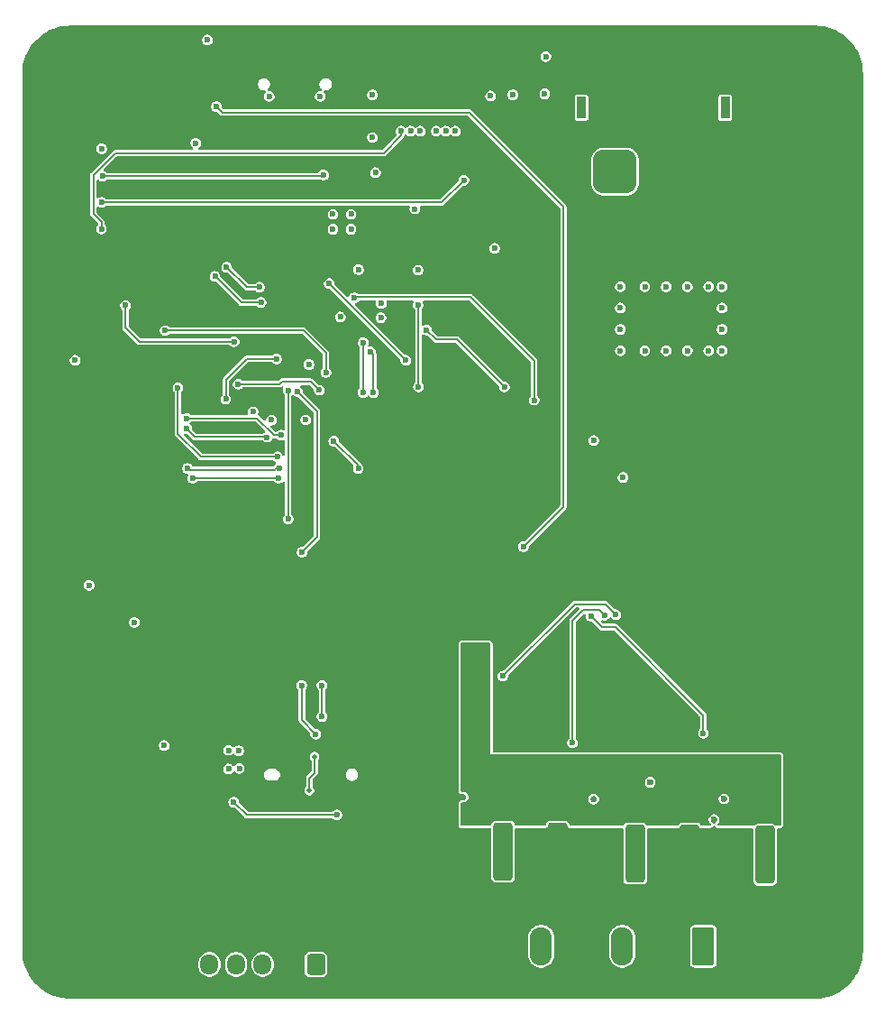
<source format=gbr>
%TF.GenerationSoftware,KiCad,Pcbnew,9.0.0-9.0.0-2~ubuntu22.04.1*%
%TF.CreationDate,2025-03-27T09:55:14+01:00*%
%TF.ProjectId,Motor_driver,4d6f746f-725f-4647-9269-7665722e6b69,rev?*%
%TF.SameCoordinates,Original*%
%TF.FileFunction,Copper,L4,Bot*%
%TF.FilePolarity,Positive*%
%FSLAX46Y46*%
G04 Gerber Fmt 4.6, Leading zero omitted, Abs format (unit mm)*
G04 Created by KiCad (PCBNEW 9.0.0-9.0.0-2~ubuntu22.04.1) date 2025-03-27 09:55:14*
%MOMM*%
%LPD*%
G01*
G04 APERTURE LIST*
G04 Aperture macros list*
%AMRoundRect*
0 Rectangle with rounded corners*
0 $1 Rounding radius*
0 $2 $3 $4 $5 $6 $7 $8 $9 X,Y pos of 4 corners*
0 Add a 4 corners polygon primitive as box body*
4,1,4,$2,$3,$4,$5,$6,$7,$8,$9,$2,$3,0*
0 Add four circle primitives for the rounded corners*
1,1,$1+$1,$2,$3*
1,1,$1+$1,$4,$5*
1,1,$1+$1,$6,$7*
1,1,$1+$1,$8,$9*
0 Add four rect primitives between the rounded corners*
20,1,$1+$1,$2,$3,$4,$5,0*
20,1,$1+$1,$4,$5,$6,$7,0*
20,1,$1+$1,$6,$7,$8,$9,0*
20,1,$1+$1,$8,$9,$2,$3,0*%
G04 Aperture macros list end*
%TA.AperFunction,ComponentPad*%
%ADD10C,0.800000*%
%TD*%
%TA.AperFunction,ComponentPad*%
%ADD11C,6.400000*%
%TD*%
%TA.AperFunction,ComponentPad*%
%ADD12RoundRect,0.250001X0.799999X1.549999X-0.799999X1.549999X-0.799999X-1.549999X0.799999X-1.549999X0*%
%TD*%
%TA.AperFunction,ComponentPad*%
%ADD13O,2.100000X3.600000*%
%TD*%
%TA.AperFunction,HeatsinkPad*%
%ADD14C,1.100000*%
%TD*%
%TA.AperFunction,ComponentPad*%
%ADD15RoundRect,0.250000X0.600000X0.725000X-0.600000X0.725000X-0.600000X-0.725000X0.600000X-0.725000X0*%
%TD*%
%TA.AperFunction,ComponentPad*%
%ADD16O,1.700000X1.950000*%
%TD*%
%TA.AperFunction,HeatsinkPad*%
%ADD17O,1.000000X2.100000*%
%TD*%
%TA.AperFunction,HeatsinkPad*%
%ADD18O,1.000000X1.600000*%
%TD*%
%TA.AperFunction,ComponentPad*%
%ADD19R,0.900000X2.000000*%
%TD*%
%TA.AperFunction,ComponentPad*%
%ADD20RoundRect,1.025000X-1.025000X-1.025000X1.025000X-1.025000X1.025000X1.025000X-1.025000X1.025000X0*%
%TD*%
%TA.AperFunction,ComponentPad*%
%ADD21C,4.100000*%
%TD*%
%TA.AperFunction,SMDPad,CuDef*%
%ADD22RoundRect,0.250000X-0.650000X-2.450000X0.650000X-2.450000X0.650000X2.450000X-0.650000X2.450000X0*%
%TD*%
%TA.AperFunction,ViaPad*%
%ADD23C,0.600000*%
%TD*%
%TA.AperFunction,ViaPad*%
%ADD24C,0.500000*%
%TD*%
%TA.AperFunction,Conductor*%
%ADD25C,0.200000*%
%TD*%
G04 APERTURE END LIST*
D10*
%TO.P,H3,1,1*%
%TO.N,GND*%
X67600000Y-61000000D03*
X68302944Y-59302944D03*
X68302944Y-62697056D03*
X70000000Y-58600000D03*
D11*
X70000000Y-61000000D03*
D10*
X70000000Y-63400000D03*
X71697056Y-59302944D03*
X71697056Y-62697056D03*
X72400000Y-61000000D03*
%TD*%
D12*
%TO.P,J3,1,Pin_1*%
%TO.N,/SC*%
X129500000Y-142900000D03*
D13*
%TO.P,J3,2,Pin_2*%
%TO.N,/SB*%
X121880000Y-142900000D03*
%TO.P,J3,3,Pin_3*%
%TO.N,/SA*%
X114260000Y-142900000D03*
%TD*%
D14*
%TO.P,J6,S1,SHIELD*%
%TO.N,GND*%
X95129900Y-128956573D03*
X95129900Y-124656573D03*
X90329900Y-128956573D03*
X90329900Y-124656573D03*
%TD*%
D15*
%TO.P,J2,1,Pin_1*%
%TO.N,+5V*%
X93100000Y-144600000D03*
D16*
%TO.P,J2,2,Pin_2*%
%TO.N,GND*%
X90600000Y-144600000D03*
%TO.P,J2,3,Pin_3*%
%TO.N,/ENC_A*%
X88100000Y-144600000D03*
%TO.P,J2,4,Pin_4*%
%TO.N,/ENC_B*%
X85600000Y-144600000D03*
%TO.P,J2,5,Pin_5*%
%TO.N,/ENC_X*%
X83100000Y-144600000D03*
%TD*%
D17*
%TO.P,J5,S1,SHIELD*%
%TO.N,GND*%
X95430000Y-62500000D03*
D18*
X95430000Y-58320000D03*
D17*
X86790000Y-62500000D03*
D18*
X86790000Y-58320000D03*
%TD*%
D10*
%TO.P,H4,1,1*%
%TO.N,GND*%
X67600000Y-143302944D03*
X68302944Y-141605888D03*
X68302944Y-145000000D03*
X70000000Y-140902944D03*
D11*
X70000000Y-143302944D03*
D10*
X70000000Y-145702944D03*
X71697056Y-141605888D03*
X71697056Y-145000000D03*
X72400000Y-143302944D03*
%TD*%
%TO.P,H1,1,1*%
%TO.N,GND*%
X137600000Y-143302944D03*
X138302944Y-141605888D03*
X138302944Y-145000000D03*
X140000000Y-140902944D03*
D11*
X140000000Y-143302944D03*
D10*
X140000000Y-145702944D03*
X141697056Y-141605888D03*
X141697056Y-145000000D03*
X142400000Y-143302944D03*
%TD*%
%TO.P,H2,1,1*%
%TO.N,GND*%
X137600000Y-61000000D03*
X138302944Y-59302944D03*
X138302944Y-62697056D03*
X140000000Y-58600000D03*
D11*
X140000000Y-61000000D03*
D10*
X140000000Y-63400000D03*
X141697056Y-59302944D03*
X141697056Y-62697056D03*
X142400000Y-61000000D03*
%TD*%
D19*
%TO.P,J1,*%
%TO.N,*%
X118050000Y-64200000D03*
X131550000Y-64200000D03*
D20*
%TO.P,J1,1,Pin_1*%
%TO.N,+24V*%
X121200000Y-70200000D03*
D21*
%TO.P,J1,2,Pin_2*%
%TO.N,GND*%
X128400000Y-70200000D03*
%TD*%
D22*
%TO.P,C21,1*%
%TO.N,+24V*%
X110700000Y-134000000D03*
%TO.P,C21,2*%
%TO.N,GND*%
X115800000Y-134000000D03*
%TD*%
%TO.P,C20,1*%
%TO.N,+24V*%
X135300000Y-134300000D03*
%TO.P,C20,2*%
%TO.N,GND*%
X140400000Y-134300000D03*
%TD*%
%TO.P,C19,1*%
%TO.N,+24V*%
X123100000Y-134200000D03*
%TO.P,C19,2*%
%TO.N,GND*%
X128200000Y-134200000D03*
%TD*%
D23*
%TO.N,/5V_BUCK*%
X72970000Y-73090000D03*
X107000000Y-71000000D03*
%TO.N,+3.3V*%
X92136397Y-93500000D03*
X88936397Y-93500000D03*
X72970000Y-68050000D03*
X99240000Y-82580000D03*
X82900000Y-57850000D03*
X81810000Y-67530000D03*
X94700000Y-74200000D03*
X76049999Y-112500000D03*
X95400000Y-83840000D03*
X96400000Y-75600000D03*
X96400000Y-74200000D03*
X94700000Y-75600000D03*
X92450000Y-88300000D03*
X70480000Y-87910000D03*
X97100000Y-79400000D03*
X87200631Y-92740000D03*
X78840000Y-124060000D03*
X71800000Y-109019998D03*
X99210000Y-83910000D03*
%TO.N,/NRST*%
X80140000Y-90500000D03*
X89492144Y-96970000D03*
%TO.N,+5V*%
X85850000Y-124550000D03*
X102700000Y-79450000D03*
X84900000Y-124500000D03*
X73040000Y-70610000D03*
X85900000Y-126200000D03*
X93820000Y-70510000D03*
X98400000Y-67000000D03*
X84900000Y-126250000D03*
X102400000Y-73700000D03*
X109900000Y-77400002D03*
X98700000Y-70300000D03*
%TO.N,/BTN_3*%
X89410000Y-87780000D03*
X84630393Y-91530393D03*
%TO.N,Net-(D1-K)*%
X83750000Y-64100000D03*
X112600000Y-105400000D03*
%TO.N,/5V_USB*%
X85379899Y-129371574D03*
X95070000Y-130570000D03*
%TO.N,/ADD_SEL_1*%
X81040000Y-98050000D03*
X97540000Y-90930000D03*
X89630000Y-98030000D03*
X97550000Y-86260000D03*
%TO.N,/ADD_SEL_0*%
X98500000Y-90930000D03*
X98245000Y-87135000D03*
X89600000Y-98960000D03*
X81530000Y-98960000D03*
%TO.N,/SDA_I2C1*%
X101550000Y-87900000D03*
X94350000Y-80700000D03*
%TO.N,/LED_0*%
X88510000Y-95120000D03*
X80950000Y-94320000D03*
%TO.N,/LED_1*%
X80980000Y-93340000D03*
X89819265Y-94929265D03*
%TO.N,/GLC*%
X110655000Y-117545000D03*
X121280000Y-111780000D03*
%TO.N,/LSS*%
X122200000Y-126400000D03*
X108100000Y-116200000D03*
X107400001Y-116900000D03*
X133300000Y-127900000D03*
X121200000Y-125600000D03*
X107400000Y-114700000D03*
X109900000Y-128600000D03*
X121200000Y-128000000D03*
X108100000Y-115400000D03*
X134300000Y-126300000D03*
X133300000Y-125500000D03*
X108900000Y-125300000D03*
X121200000Y-126400000D03*
X121200000Y-127200000D03*
X122200000Y-127200000D03*
X109900000Y-125300000D03*
X109900000Y-126900000D03*
X134300000Y-125500000D03*
X133300000Y-126300000D03*
X134300000Y-128800000D03*
X134300000Y-127900000D03*
X108100000Y-114700000D03*
X122200000Y-125600000D03*
X122200000Y-128000000D03*
X108900000Y-126100000D03*
X108900000Y-127700000D03*
X107400000Y-115400000D03*
X107400000Y-116200000D03*
X108900000Y-126900000D03*
X109900000Y-126100000D03*
X122200000Y-128900000D03*
X133300000Y-127100000D03*
X134300000Y-127100000D03*
X108100001Y-116900000D03*
X109900000Y-127700000D03*
%TO.N,/GLB*%
X117200000Y-123800000D03*
X120230000Y-111810000D03*
%TO.N,/GLA*%
X118940000Y-111920000D03*
X129500000Y-122900000D03*
%TO.N,/ENC_B*%
X94770000Y-95490000D03*
X97080000Y-98050000D03*
%TO.N,/USB_DM*%
X91800000Y-105900000D03*
X91330000Y-90810000D03*
%TO.N,/SWDIO*%
X84710000Y-79170000D03*
X87800000Y-81040000D03*
%TO.N,/USB_DP*%
X90500000Y-102800000D03*
X90500000Y-90730000D03*
%TO.N,/PWM_T1C1*%
X113600000Y-91650000D03*
X96700000Y-82050000D03*
%TO.N,+24V*%
X111200000Y-133800000D03*
X114600000Y-62900000D03*
X126000000Y-81000000D03*
X130000000Y-81000000D03*
X128000000Y-87000000D03*
X123500000Y-133100000D03*
X121700000Y-87000000D03*
X128000000Y-81000000D03*
X110200000Y-135200000D03*
X134700000Y-134500000D03*
X110200000Y-134500000D03*
X101100000Y-66400000D03*
X111200000Y-135200000D03*
X134700000Y-135200000D03*
X119200000Y-95440000D03*
X114700000Y-59400000D03*
X135600000Y-133100000D03*
X111100000Y-133100000D03*
X123600000Y-135200000D03*
X106200000Y-66400000D03*
X124000000Y-81000000D03*
X110200000Y-133100000D03*
X110200000Y-132400000D03*
X130000000Y-87000000D03*
X121700000Y-85000000D03*
X102000000Y-66400000D03*
X123600000Y-134500000D03*
X121700000Y-83000000D03*
X122600000Y-134500000D03*
X134700000Y-133100000D03*
X111100000Y-132400000D03*
X135700000Y-135200000D03*
X124000000Y-87000000D03*
X123600000Y-133800000D03*
X111200000Y-134500000D03*
X135700000Y-133800000D03*
X109500000Y-63100000D03*
X121950000Y-98900000D03*
X126000000Y-87000000D03*
X111600000Y-63000000D03*
X123500000Y-132400000D03*
X110200000Y-133800000D03*
X122600000Y-132400000D03*
X131250000Y-85000000D03*
X131250000Y-87000000D03*
X122600000Y-133800000D03*
X131250000Y-83000000D03*
X121700000Y-81000001D03*
X104400000Y-66400000D03*
X122600000Y-133100000D03*
X135700000Y-134500000D03*
X131250000Y-81000001D03*
X135600000Y-132400000D03*
X102900000Y-66400000D03*
X122600000Y-135200000D03*
X134700000Y-132400000D03*
X105300000Y-66400000D03*
X134700000Y-133800000D03*
X72950000Y-75580000D03*
%TO.N,/VCP_RX*%
X94040000Y-89060000D03*
X78930000Y-85120000D03*
%TO.N,/SWO*%
X75220000Y-82750000D03*
X85400000Y-86160000D03*
%TO.N,/SWCLK*%
X87950000Y-82470000D03*
X83620000Y-80020000D03*
%TO.N,/VCP_TX*%
X93424699Y-90705301D03*
X85800000Y-90150000D03*
%TO.N,GND*%
X144000000Y-76000000D03*
X126000000Y-142000000D03*
X66000000Y-128700000D03*
X100200000Y-89400000D03*
X66000000Y-70700000D03*
X140000000Y-136400000D03*
X66000000Y-126700000D03*
X122160000Y-105790000D03*
X93999999Y-57000000D03*
X74000000Y-57000000D03*
X114220000Y-118660000D03*
X115400000Y-134600000D03*
X113000001Y-147000000D03*
X125000000Y-147000000D03*
X144000000Y-130000000D03*
X122160000Y-106890000D03*
X70000001Y-57000000D03*
X121160000Y-104890000D03*
X76000000Y-147000000D03*
X86000001Y-147000000D03*
X144000000Y-138000000D03*
X140800000Y-133600000D03*
X72000001Y-147000000D03*
X136999999Y-147000000D03*
X137550000Y-77000000D03*
X131000000Y-147000000D03*
X144000000Y-106000000D03*
X127800000Y-134900000D03*
X100000000Y-57000000D03*
X130000000Y-57000000D03*
X109800000Y-94500000D03*
X66000000Y-110700000D03*
X116200000Y-133900000D03*
X115400000Y-135300000D03*
X144000000Y-92000000D03*
X144000000Y-136000000D03*
X102180000Y-119200000D03*
X66000000Y-90700000D03*
X81999999Y-147000000D03*
X66000000Y-116700000D03*
X110000000Y-57000000D03*
X124000000Y-57000000D03*
X144000000Y-70000000D03*
X107999999Y-57000000D03*
X130400000Y-117100000D03*
X120000000Y-57000000D03*
X144000000Y-104000000D03*
X116200000Y-136000000D03*
X140800000Y-135000000D03*
X90000000Y-57000000D03*
X95999999Y-147000000D03*
X117000000Y-147000000D03*
X74100000Y-116510000D03*
X73810000Y-88950000D03*
X115400000Y-136000000D03*
X99000001Y-147000000D03*
X113540000Y-102050000D03*
X66000000Y-76700000D03*
X80700000Y-100280000D03*
X66000000Y-68700000D03*
X78000000Y-57000000D03*
X85830000Y-92240000D03*
X120160000Y-106890000D03*
X88000000Y-119000000D03*
X103160000Y-98130000D03*
X116200000Y-134600000D03*
X144000000Y-132000000D03*
X66000000Y-74700000D03*
X119190000Y-129090000D03*
X144000000Y-134000000D03*
X88000000Y-129000000D03*
X140800000Y-132200000D03*
X66000000Y-122700000D03*
X130000000Y-96000000D03*
X116200000Y-131800000D03*
X108800000Y-90000000D03*
X138000000Y-57000000D03*
X69100000Y-87050000D03*
X66000000Y-92700000D03*
X140000000Y-133600000D03*
X66000000Y-86700000D03*
X144000000Y-98000000D03*
X144000000Y-140000000D03*
X114000000Y-57000000D03*
X66000000Y-112700000D03*
X107000000Y-147000000D03*
X66000000Y-114700000D03*
X140800000Y-136400000D03*
X81250000Y-91790000D03*
X127800000Y-135600000D03*
X81620000Y-108150000D03*
X144000000Y-118000000D03*
X66000000Y-80700000D03*
X134000000Y-57000000D03*
X82000000Y-57000000D03*
X128600000Y-132100000D03*
X144000000Y-108000000D03*
X66000000Y-136700000D03*
X144000000Y-114000000D03*
X144000000Y-100000000D03*
X118000000Y-57000000D03*
X103000000Y-147000000D03*
X66000000Y-140700000D03*
X127800000Y-133500000D03*
X130500000Y-131000000D03*
X120160000Y-105890000D03*
X84000001Y-57000000D03*
X144000000Y-128000000D03*
X127800000Y-136300000D03*
X144000000Y-102000000D03*
X128600000Y-136300000D03*
X144000000Y-116000000D03*
X122999999Y-147000000D03*
X112200000Y-61400000D03*
X128600000Y-135600000D03*
X144000000Y-122000000D03*
X115000000Y-147000000D03*
X144000000Y-78000000D03*
X127800000Y-132800000D03*
X115520000Y-114510000D03*
X144000000Y-110000000D03*
X144000000Y-88000000D03*
X81620000Y-105440000D03*
X124500000Y-127500000D03*
X71810000Y-94340000D03*
X66000000Y-132700000D03*
X108230000Y-86350000D03*
X66000000Y-130700000D03*
X115400000Y-133900000D03*
X108999999Y-147000000D03*
X72090000Y-103190000D03*
X120160000Y-104890000D03*
X111260000Y-104300000D03*
X66000000Y-134700000D03*
X110960000Y-121160000D03*
X121160000Y-106890000D03*
X122160000Y-104890000D03*
X66000000Y-100700000D03*
X66000000Y-84700000D03*
X127800000Y-132100000D03*
X80150000Y-96650000D03*
X144000000Y-84000000D03*
X77330000Y-115460000D03*
X108600000Y-101500000D03*
X78600000Y-79980000D03*
X66000000Y-120700000D03*
X66000000Y-78700000D03*
X128600000Y-134200000D03*
X144000000Y-124000000D03*
X126000001Y-57000000D03*
X144000000Y-72000000D03*
X130000000Y-100000000D03*
X92000000Y-57000000D03*
X66000000Y-66700000D03*
X66000000Y-108700000D03*
X106920000Y-128900000D03*
X83670000Y-101180000D03*
X111100000Y-91700000D03*
X91900000Y-102400000D03*
X66000000Y-88700000D03*
X140000000Y-134300000D03*
X102000000Y-57000000D03*
X79999999Y-57000000D03*
X140000000Y-132900000D03*
X73970000Y-113250000D03*
X98000000Y-147000000D03*
X78000000Y-147000000D03*
X137680000Y-90390000D03*
X121000000Y-147000000D03*
X103000000Y-107000000D03*
X128600000Y-134900000D03*
X101000000Y-147000000D03*
X140000000Y-132200000D03*
X105000000Y-147000000D03*
X131430000Y-129060000D03*
X144000000Y-120000000D03*
X135000000Y-147000000D03*
X111000000Y-147000000D03*
X140000000Y-135700000D03*
X116200000Y-132500000D03*
X89200000Y-95900000D03*
X140000000Y-135000000D03*
X75800000Y-59700000D03*
X66000000Y-94700000D03*
X119000000Y-147000000D03*
X140800000Y-132900000D03*
X112000001Y-57000000D03*
X66000000Y-102700000D03*
X140800000Y-135700000D03*
X125000000Y-113000000D03*
X66000000Y-124700000D03*
X86000000Y-57000000D03*
X132000000Y-57000000D03*
X90000000Y-147000000D03*
X72000000Y-57000000D03*
X118200000Y-102400000D03*
X66000000Y-96700000D03*
X74000000Y-147000000D03*
X80600000Y-103280000D03*
X123800000Y-109100000D03*
X66000000Y-64700000D03*
X76000000Y-57000000D03*
X121999999Y-57000000D03*
X115400000Y-131800000D03*
X118000000Y-142000000D03*
X96000000Y-57000000D03*
X115400000Y-133200000D03*
X66000000Y-72700000D03*
X92560000Y-120820000D03*
X80000000Y-147000000D03*
X66000000Y-82700000D03*
X144000000Y-82000000D03*
X127000001Y-147000000D03*
X66000000Y-98700000D03*
X118660000Y-113680000D03*
X144000000Y-74000000D03*
X75700000Y-74220000D03*
X115400000Y-132500000D03*
X144000000Y-96000000D03*
X114400000Y-89900000D03*
X128000000Y-57000000D03*
X127800000Y-134200000D03*
X130000000Y-104000000D03*
X88000000Y-111000000D03*
X133000000Y-147000000D03*
X88000000Y-103000000D03*
X144000000Y-68000000D03*
X116200000Y-135300000D03*
X91700000Y-97200000D03*
X124320000Y-77340000D03*
X126250000Y-116500000D03*
X84000000Y-147000000D03*
X83800000Y-96100000D03*
X74200000Y-101890000D03*
X124600000Y-117500000D03*
X78460000Y-81790000D03*
X140800000Y-134300000D03*
X81310000Y-87450000D03*
X104000000Y-57000000D03*
X88000000Y-57000000D03*
X144000000Y-86000000D03*
X144000000Y-80000000D03*
X66000000Y-118700000D03*
X128600000Y-133500000D03*
X75410000Y-77430000D03*
X106000000Y-57000000D03*
X135999999Y-57000000D03*
X71850000Y-107300000D03*
X66000000Y-106700000D03*
X129992489Y-107944383D03*
X92600000Y-107200000D03*
X144000000Y-126000000D03*
X128600000Y-132800000D03*
X116200000Y-133200000D03*
X66000000Y-138700000D03*
X84700000Y-94100000D03*
X117700000Y-108500000D03*
X144000000Y-94000000D03*
X144000000Y-90000000D03*
X116000000Y-57000000D03*
X66000000Y-104700000D03*
X98000001Y-57000000D03*
X111000000Y-61150000D03*
X109000000Y-107000000D03*
X129000000Y-147000000D03*
X144000000Y-66000000D03*
X144000000Y-64000000D03*
X121160000Y-105890000D03*
X88000000Y-147000000D03*
X144000000Y-112000000D03*
X109000000Y-65000000D03*
X121000000Y-120000000D03*
X124870000Y-89920000D03*
X94000000Y-147000000D03*
X92000000Y-147000000D03*
%TO.N,/D+*%
X93679899Y-121320101D03*
X93679899Y-118416574D03*
%TO.N,/D-*%
X93079900Y-122991745D03*
D24*
X92479900Y-128279900D03*
D23*
X91779901Y-118416574D03*
D24*
X92979900Y-125100000D03*
D23*
%TO.N,/SPD*%
X110800000Y-90400000D03*
X103505000Y-85055000D03*
%TO.N,/FG*%
X102740000Y-90400000D03*
X102690000Y-82700000D03*
%TO.N,/5V_Cmd*%
X88710000Y-63140000D03*
X93510000Y-63140000D03*
X98400000Y-62999998D03*
%TD*%
D25*
%TO.N,/D-*%
X92479900Y-127120100D02*
X92479900Y-128279900D01*
X92979900Y-125100000D02*
X92979900Y-126620100D01*
X92979900Y-126620100D02*
X92479900Y-127120100D01*
%TO.N,/5V_BUCK*%
X104910000Y-73090000D02*
X72970000Y-73090000D01*
X107000000Y-71000000D02*
X104910000Y-73090000D01*
%TO.N,/NRST*%
X82260000Y-96970000D02*
X80140000Y-94850000D01*
X80140000Y-94850000D02*
X80140000Y-90500000D01*
X89492144Y-96970000D02*
X82260000Y-96970000D01*
%TO.N,+5V*%
X93720000Y-70610000D02*
X93820000Y-70510000D01*
X73040000Y-70610000D02*
X93720000Y-70610000D01*
%TO.N,/BTN_3*%
X84630393Y-89729607D02*
X86580000Y-87780000D01*
X86580000Y-87780000D02*
X89410000Y-87780000D01*
X84630393Y-91530393D02*
X84630393Y-89729607D01*
%TO.N,Net-(D1-K)*%
X116350000Y-73500000D02*
X107500000Y-64650000D01*
X107500000Y-64650000D02*
X84300000Y-64650000D01*
X112600000Y-105400000D02*
X116350000Y-101650000D01*
X116350000Y-101650000D02*
X116350000Y-73500000D01*
X84300000Y-64650000D02*
X83750000Y-64100000D01*
%TO.N,/5V_USB*%
X95070000Y-130570000D02*
X86578325Y-130570000D01*
X86578325Y-130570000D02*
X85379899Y-129371574D01*
%TO.N,/ADD_SEL_1*%
X97540000Y-86270000D02*
X97550000Y-86260000D01*
X89630000Y-98030000D02*
X89370000Y-98030000D01*
X97540000Y-90930000D02*
X97540000Y-86270000D01*
X81160000Y-98170000D02*
X81040000Y-98050000D01*
X89230000Y-98170000D02*
X81160000Y-98170000D01*
X89370000Y-98030000D02*
X89230000Y-98170000D01*
%TO.N,/ADD_SEL_0*%
X81530000Y-98960000D02*
X89600000Y-98960000D01*
X98500000Y-87390000D02*
X98500000Y-90930000D01*
X98245000Y-87135000D02*
X98500000Y-87390000D01*
%TO.N,/SDA_I2C1*%
X101550000Y-87900000D02*
X94350000Y-80700000D01*
%TO.N,/LED_0*%
X80950000Y-94320000D02*
X81720000Y-95090000D01*
X88480000Y-95090000D02*
X88510000Y-95120000D01*
X81720000Y-95090000D02*
X88480000Y-95090000D01*
%TO.N,/LED_1*%
X89180000Y-94930000D02*
X87590000Y-93340000D01*
X87590000Y-93340000D02*
X80980000Y-93340000D01*
X89819265Y-94929265D02*
X89818530Y-94930000D01*
X89818530Y-94930000D02*
X89180000Y-94930000D01*
%TO.N,/GLC*%
X117420000Y-110780000D02*
X120280000Y-110780000D01*
X110655000Y-117545000D02*
X117420000Y-110780000D01*
X120280000Y-110780000D02*
X121280000Y-111780000D01*
%TO.N,/GLB*%
X117200000Y-112350000D02*
X117200000Y-123800000D01*
X120230000Y-111810000D02*
X119740000Y-111320000D01*
X118230000Y-111320000D02*
X117200000Y-112350000D01*
X119740000Y-111320000D02*
X118230000Y-111320000D01*
%TO.N,/GLA*%
X119960000Y-112940000D02*
X121240000Y-112940000D01*
X129500000Y-121200000D02*
X129500000Y-122900000D01*
X121240000Y-112940000D02*
X129500000Y-121200000D01*
X118940000Y-111920000D02*
X119960000Y-112940000D01*
%TO.N,/ENC_B*%
X97080000Y-97800000D02*
X94770000Y-95490000D01*
X97080000Y-98050000D02*
X97080000Y-97800000D01*
%TO.N,/USB_DM*%
X93200000Y-104500000D02*
X91800000Y-105900000D01*
X93200000Y-92680000D02*
X93200000Y-104500000D01*
X91330000Y-90810000D02*
X93200000Y-92680000D01*
%TO.N,/SWDIO*%
X84710000Y-79170000D02*
X86580000Y-81040000D01*
X86580000Y-81040000D02*
X87800000Y-81040000D01*
%TO.N,/USB_DP*%
X90500000Y-102800000D02*
X90500000Y-90730000D01*
%TO.N,/PWM_T1C1*%
X107629000Y-81979000D02*
X113600000Y-87950000D01*
X96771000Y-81979000D02*
X107629000Y-81979000D01*
X96700000Y-82050000D02*
X96771000Y-81979000D01*
X113600000Y-87950000D02*
X113600000Y-91650000D01*
%TO.N,+24V*%
X99450000Y-68450000D02*
X101100000Y-66800000D01*
X72200000Y-70500000D02*
X74250000Y-68450000D01*
X72950000Y-75580000D02*
X72950000Y-74940000D01*
X72200000Y-74190000D02*
X72200000Y-70500000D01*
X74250000Y-68450000D02*
X99450000Y-68450000D01*
X72950000Y-74940000D02*
X72200000Y-74190000D01*
X101100000Y-66800000D02*
X101100000Y-66400000D01*
%TO.N,/VCP_RX*%
X94040000Y-89060000D02*
X94040000Y-87220000D01*
X94040000Y-87220000D02*
X91940000Y-85120000D01*
X91940000Y-85120000D02*
X78930000Y-85120000D01*
%TO.N,/SWO*%
X75220000Y-84870000D02*
X76510000Y-86160000D01*
X75220000Y-82750000D02*
X75220000Y-84870000D01*
X76510000Y-86160000D02*
X85400000Y-86160000D01*
%TO.N,/SWCLK*%
X86080000Y-82480000D02*
X86270000Y-82480000D01*
X83620000Y-80020000D02*
X86080000Y-82480000D01*
X87940000Y-82480000D02*
X87950000Y-82470000D01*
X86270000Y-82480000D02*
X87940000Y-82480000D01*
%TO.N,/VCP_TX*%
X89910000Y-89910000D02*
X92629398Y-89910000D01*
X85800000Y-90150000D02*
X89650000Y-90150000D01*
X92629398Y-89910000D02*
X93424699Y-90705301D01*
X89650000Y-90150000D02*
X89900000Y-89900000D01*
X89900000Y-89900000D02*
X89910000Y-89910000D01*
%TO.N,/D+*%
X93679899Y-121320101D02*
X93679899Y-118416574D01*
%TO.N,/D-*%
X93079900Y-122991745D02*
X91779901Y-121691746D01*
X91779901Y-121691746D02*
X91779901Y-118416574D01*
%TO.N,/SPD*%
X104420000Y-85970000D02*
X106370000Y-85970000D01*
X106370000Y-85970000D02*
X110800000Y-90400000D01*
X103505000Y-85055000D02*
X104420000Y-85970000D01*
%TO.N,/FG*%
X102740000Y-90400000D02*
X102740000Y-82750000D01*
X102740000Y-82750000D02*
X102690000Y-82700000D01*
%TD*%
%TA.AperFunction,Conductor*%
%TO.N,GND*%
G36*
X130554601Y-130709223D02*
G01*
X130598102Y-130720879D01*
X130627999Y-130733263D01*
X130667000Y-130755780D01*
X130692679Y-130775485D01*
X130724513Y-130807319D01*
X130744219Y-130833000D01*
X130766733Y-130871995D01*
X130779119Y-130901898D01*
X130790774Y-130945392D01*
X130795000Y-130977485D01*
X130795000Y-131022513D01*
X130790774Y-131054609D01*
X130779120Y-131098099D01*
X130766734Y-131128002D01*
X130744222Y-131166995D01*
X130724516Y-131192676D01*
X130674180Y-131243012D01*
X130669116Y-131248259D01*
X130663070Y-131254753D01*
X130663065Y-131254759D01*
X130626535Y-131309427D01*
X130626530Y-131309435D01*
X130613316Y-131338370D01*
X130567560Y-131391173D01*
X130500520Y-131410856D01*
X130433481Y-131391170D01*
X130391693Y-131346286D01*
X130360868Y-131289833D01*
X130334607Y-131254753D01*
X130325825Y-131243022D01*
X130325822Y-131243019D01*
X130325815Y-131243009D01*
X130275485Y-131192679D01*
X130255778Y-131166996D01*
X130255777Y-131166995D01*
X130248798Y-131154906D01*
X130233265Y-131128001D01*
X130220878Y-131098096D01*
X130209225Y-131054605D01*
X130205000Y-131022512D01*
X130205000Y-130977484D01*
X130209223Y-130945398D01*
X130220879Y-130901893D01*
X130233261Y-130872001D01*
X130255783Y-130832993D01*
X130275476Y-130807329D01*
X130307324Y-130775481D01*
X130332996Y-130755781D01*
X130371997Y-130733263D01*
X130401905Y-130720877D01*
X130445394Y-130709225D01*
X130477485Y-130705000D01*
X130522513Y-130705000D01*
X130554601Y-130709223D01*
G37*
%TD.AperFunction*%
%TA.AperFunction,Conductor*%
G36*
X119244601Y-128799223D02*
G01*
X119288102Y-128810879D01*
X119317999Y-128823263D01*
X119357000Y-128845780D01*
X119382679Y-128865485D01*
X119414513Y-128897319D01*
X119434219Y-128923000D01*
X119456733Y-128961995D01*
X119469119Y-128991897D01*
X119476961Y-129021161D01*
X119480774Y-129035392D01*
X119485000Y-129067487D01*
X119485000Y-129112513D01*
X119480774Y-129144609D01*
X119469120Y-129188099D01*
X119456733Y-129218003D01*
X119434219Y-129256998D01*
X119414513Y-129282679D01*
X119382679Y-129314513D01*
X119356998Y-129334219D01*
X119318003Y-129356733D01*
X119288099Y-129369120D01*
X119269887Y-129374000D01*
X119244607Y-129380774D01*
X119212513Y-129385000D01*
X119167489Y-129385000D01*
X119135397Y-129380775D01*
X119091902Y-129369121D01*
X119061997Y-129356734D01*
X119022997Y-129334217D01*
X118997320Y-129314514D01*
X118965485Y-129282679D01*
X118945778Y-129256996D01*
X118923265Y-129218001D01*
X118910878Y-129188096D01*
X118899225Y-129144605D01*
X118895000Y-129112512D01*
X118895000Y-129067484D01*
X118899223Y-129035398D01*
X118910879Y-128991894D01*
X118923261Y-128962001D01*
X118945783Y-128922993D01*
X118965476Y-128897329D01*
X118997324Y-128865481D01*
X119022996Y-128845781D01*
X119061997Y-128823263D01*
X119091905Y-128810877D01*
X119135394Y-128799225D01*
X119167485Y-128795000D01*
X119212513Y-128795000D01*
X119244601Y-128799223D01*
G37*
%TD.AperFunction*%
%TA.AperFunction,Conductor*%
G36*
X131484601Y-128769223D02*
G01*
X131528102Y-128780879D01*
X131557999Y-128793263D01*
X131597000Y-128815780D01*
X131622679Y-128835485D01*
X131654513Y-128867319D01*
X131674219Y-128893000D01*
X131696733Y-128931995D01*
X131709119Y-128961898D01*
X131720774Y-129005392D01*
X131725000Y-129037485D01*
X131725000Y-129082513D01*
X131720775Y-129114604D01*
X131720774Y-129114609D01*
X131709120Y-129158099D01*
X131696733Y-129188003D01*
X131674219Y-129226998D01*
X131654513Y-129252679D01*
X131622679Y-129284513D01*
X131596998Y-129304219D01*
X131558003Y-129326733D01*
X131528099Y-129339120D01*
X131509887Y-129344000D01*
X131484607Y-129350774D01*
X131452513Y-129355000D01*
X131407489Y-129355000D01*
X131375397Y-129350775D01*
X131331902Y-129339121D01*
X131301997Y-129326734D01*
X131262997Y-129304217D01*
X131237320Y-129284514D01*
X131205485Y-129252679D01*
X131185779Y-129226998D01*
X131172850Y-129204604D01*
X131163263Y-129187999D01*
X131150879Y-129158102D01*
X131139223Y-129114601D01*
X131135000Y-129082513D01*
X131135000Y-129037484D01*
X131139223Y-129005398D01*
X131150879Y-128961895D01*
X131163261Y-128932001D01*
X131185783Y-128892993D01*
X131205476Y-128867329D01*
X131237324Y-128835481D01*
X131262996Y-128815781D01*
X131301997Y-128793263D01*
X131331905Y-128780877D01*
X131375394Y-128769225D01*
X131407485Y-128765000D01*
X131452513Y-128765000D01*
X131484601Y-128769223D01*
G37*
%TD.AperFunction*%
%TA.AperFunction,Conductor*%
G36*
X124554601Y-127209223D02*
G01*
X124598102Y-127220879D01*
X124627999Y-127233263D01*
X124667000Y-127255780D01*
X124692679Y-127275485D01*
X124724513Y-127307319D01*
X124744219Y-127333000D01*
X124766733Y-127371995D01*
X124779119Y-127401898D01*
X124790774Y-127445392D01*
X124795000Y-127477485D01*
X124795000Y-127522513D01*
X124790774Y-127554609D01*
X124779120Y-127598099D01*
X124766733Y-127628003D01*
X124744219Y-127666998D01*
X124724513Y-127692679D01*
X124692679Y-127724513D01*
X124666998Y-127744219D01*
X124628003Y-127766733D01*
X124598099Y-127779120D01*
X124579887Y-127784000D01*
X124554607Y-127790774D01*
X124522513Y-127795000D01*
X124477489Y-127795000D01*
X124445397Y-127790775D01*
X124401902Y-127779121D01*
X124371997Y-127766734D01*
X124332997Y-127744217D01*
X124307320Y-127724514D01*
X124275485Y-127692679D01*
X124255778Y-127666996D01*
X124233265Y-127628001D01*
X124220878Y-127598096D01*
X124209225Y-127554605D01*
X124205000Y-127522512D01*
X124205000Y-127477484D01*
X124209223Y-127445398D01*
X124220879Y-127401895D01*
X124233261Y-127372001D01*
X124255783Y-127332993D01*
X124275476Y-127307329D01*
X124307324Y-127275481D01*
X124332996Y-127255781D01*
X124371997Y-127233263D01*
X124401905Y-127220877D01*
X124445394Y-127209225D01*
X124477485Y-127205000D01*
X124522513Y-127205000D01*
X124554601Y-127209223D01*
G37*
%TD.AperFunction*%
%TA.AperFunction,Conductor*%
G36*
X80854862Y-94812663D02*
G01*
X80884108Y-94820500D01*
X80884110Y-94820500D01*
X80974167Y-94820500D01*
X81041206Y-94840185D01*
X81061848Y-94856819D01*
X81479540Y-95274511D01*
X81535489Y-95330460D01*
X81535491Y-95330461D01*
X81535495Y-95330464D01*
X81604004Y-95370017D01*
X81604011Y-95370021D01*
X81680438Y-95390500D01*
X88021323Y-95390500D01*
X88088362Y-95410185D01*
X88109004Y-95426818D01*
X88109499Y-95427313D01*
X88109500Y-95427314D01*
X88202686Y-95520500D01*
X88316814Y-95586392D01*
X88444108Y-95620500D01*
X88444110Y-95620500D01*
X88575890Y-95620500D01*
X88575892Y-95620500D01*
X88703186Y-95586392D01*
X88817314Y-95520500D01*
X88910500Y-95427314D01*
X88976392Y-95313186D01*
X88976392Y-95313183D01*
X88979500Y-95305682D01*
X88981112Y-95306349D01*
X89012314Y-95255149D01*
X89075158Y-95224614D01*
X89127827Y-95227120D01*
X89140438Y-95230500D01*
X89361324Y-95230500D01*
X89428363Y-95250185D01*
X89449005Y-95266819D01*
X89511951Y-95329765D01*
X89626079Y-95395657D01*
X89753373Y-95429765D01*
X89753375Y-95429765D01*
X89885155Y-95429765D01*
X89885157Y-95429765D01*
X90012451Y-95395657D01*
X90013493Y-95395055D01*
X90014485Y-95394814D01*
X90019965Y-95392545D01*
X90020318Y-95393398D01*
X90081389Y-95378578D01*
X90147418Y-95401424D01*
X90190613Y-95456342D01*
X90199500Y-95502438D01*
X90199500Y-96735162D01*
X90179815Y-96802201D01*
X90127011Y-96847956D01*
X90057853Y-96857900D01*
X89994297Y-96828875D01*
X89960938Y-96782613D01*
X89958536Y-96776814D01*
X89934488Y-96735162D01*
X89892644Y-96662686D01*
X89799458Y-96569500D01*
X89742394Y-96536554D01*
X89685331Y-96503608D01*
X89621683Y-96486554D01*
X89558036Y-96469500D01*
X89426252Y-96469500D01*
X89298956Y-96503608D01*
X89184830Y-96569500D01*
X89184827Y-96569502D01*
X89121149Y-96633181D01*
X89059826Y-96666666D01*
X89033468Y-96669500D01*
X82435833Y-96669500D01*
X82368794Y-96649815D01*
X82348152Y-96633181D01*
X80735091Y-95020120D01*
X80733627Y-95017439D01*
X80731018Y-95015849D01*
X80716988Y-94986967D01*
X80701606Y-94958797D01*
X80701823Y-94955750D01*
X80700489Y-94953002D01*
X80704299Y-94921131D01*
X80706590Y-94889105D01*
X80708421Y-94886658D01*
X80708784Y-94883626D01*
X80729221Y-94858873D01*
X80748462Y-94833172D01*
X80751324Y-94832104D01*
X80753269Y-94829749D01*
X80783846Y-94819974D01*
X80813926Y-94808755D01*
X80817788Y-94809123D01*
X80819821Y-94808474D01*
X80854862Y-94812663D01*
G37*
%TD.AperFunction*%
%TA.AperFunction,Conductor*%
G36*
X87481206Y-93660185D02*
G01*
X87501848Y-93676819D01*
X88305137Y-94480108D01*
X88338622Y-94541431D01*
X88333638Y-94611123D01*
X88291766Y-94667056D01*
X88279457Y-94675176D01*
X88202686Y-94719500D01*
X88202683Y-94719502D01*
X88169005Y-94753181D01*
X88107682Y-94786666D01*
X88081324Y-94789500D01*
X81895833Y-94789500D01*
X81828794Y-94769815D01*
X81808152Y-94753181D01*
X81486819Y-94431848D01*
X81453334Y-94370525D01*
X81450500Y-94344167D01*
X81450500Y-94254110D01*
X81450500Y-94254108D01*
X81416392Y-94126814D01*
X81350500Y-94012686D01*
X81269037Y-93931223D01*
X81264159Y-93922290D01*
X81256121Y-93916043D01*
X81247695Y-93892138D01*
X81235552Y-93869900D01*
X81236278Y-93859747D01*
X81232894Y-93850147D01*
X81238728Y-93825486D01*
X81240536Y-93800208D01*
X81247065Y-93790248D01*
X81248980Y-93782154D01*
X81262641Y-93766487D01*
X81270639Y-93754287D01*
X81281385Y-93743922D01*
X81287314Y-93740500D01*
X81351810Y-93676003D01*
X81352597Y-93675245D01*
X81382633Y-93659542D01*
X81412318Y-93643334D01*
X81413982Y-93643155D01*
X81414516Y-93642876D01*
X81415639Y-93642976D01*
X81438676Y-93640500D01*
X87414167Y-93640500D01*
X87481206Y-93660185D01*
G37*
%TD.AperFunction*%
%TA.AperFunction,Conductor*%
G36*
X140002702Y-56500617D02*
G01*
X140386771Y-56517386D01*
X140397506Y-56518326D01*
X140775971Y-56568152D01*
X140786597Y-56570025D01*
X141159284Y-56652648D01*
X141169710Y-56655442D01*
X141533765Y-56770227D01*
X141543911Y-56773920D01*
X141896578Y-56920000D01*
X141906369Y-56924566D01*
X142244942Y-57100816D01*
X142254310Y-57106224D01*
X142576244Y-57311318D01*
X142585105Y-57317523D01*
X142887930Y-57549889D01*
X142896217Y-57556843D01*
X143177635Y-57814715D01*
X143185284Y-57822364D01*
X143443156Y-58103782D01*
X143450110Y-58112069D01*
X143682476Y-58414894D01*
X143688681Y-58423755D01*
X143893775Y-58745689D01*
X143899183Y-58755057D01*
X144075430Y-59093623D01*
X144080002Y-59103427D01*
X144226075Y-59456078D01*
X144229775Y-59466244D01*
X144344554Y-59830278D01*
X144347354Y-59840727D01*
X144429971Y-60213389D01*
X144431849Y-60224042D01*
X144481671Y-60602473D01*
X144482614Y-60613249D01*
X144499382Y-60997297D01*
X144499500Y-61002706D01*
X144499500Y-143300237D01*
X144499382Y-143305646D01*
X144482614Y-143689694D01*
X144481671Y-143700471D01*
X144431849Y-144078899D01*
X144429971Y-144089552D01*
X144347352Y-144462218D01*
X144344552Y-144472666D01*
X144229774Y-144836697D01*
X144226074Y-144846863D01*
X144080001Y-145199514D01*
X144075429Y-145209318D01*
X143899178Y-145547893D01*
X143893769Y-145557261D01*
X143688684Y-145879178D01*
X143682480Y-145888039D01*
X143450109Y-146190871D01*
X143443155Y-146199158D01*
X143185283Y-146480576D01*
X143177634Y-146488225D01*
X142896216Y-146746097D01*
X142887929Y-146753051D01*
X142585096Y-146985422D01*
X142576235Y-146991626D01*
X142254318Y-147196711D01*
X142244950Y-147202120D01*
X141906375Y-147378370D01*
X141896571Y-147382942D01*
X141543920Y-147529015D01*
X141533754Y-147532715D01*
X141169723Y-147647493D01*
X141159275Y-147650293D01*
X140786609Y-147732912D01*
X140775955Y-147734790D01*
X140397526Y-147784611D01*
X140386750Y-147785554D01*
X140324729Y-147788261D01*
X140002602Y-147802326D01*
X139997211Y-147802444D01*
X70002706Y-147802444D01*
X69997297Y-147802326D01*
X69613246Y-147785558D01*
X69602472Y-147784615D01*
X69540791Y-147776494D01*
X69224041Y-147734794D01*
X69213387Y-147732916D01*
X68840719Y-147650297D01*
X68830271Y-147647497D01*
X68466238Y-147532719D01*
X68456073Y-147529019D01*
X68103424Y-147382948D01*
X68093620Y-147378377D01*
X67755042Y-147202126D01*
X67745673Y-147196717D01*
X67423742Y-146991625D01*
X67414881Y-146985420D01*
X67112061Y-146753060D01*
X67103774Y-146746107D01*
X66822347Y-146488229D01*
X66814698Y-146480580D01*
X66556816Y-146199155D01*
X66549879Y-146190888D01*
X66317489Y-145888035D01*
X66311296Y-145879189D01*
X66163469Y-145647150D01*
X66106202Y-145557260D01*
X66100795Y-145547894D01*
X65924541Y-145209318D01*
X65919969Y-145199515D01*
X65773893Y-144846864D01*
X65770193Y-144836698D01*
X65767598Y-144828469D01*
X65655403Y-144472640D01*
X65652612Y-144462218D01*
X65632506Y-144371530D01*
X82049500Y-144371530D01*
X82049500Y-144828469D01*
X82089868Y-145031412D01*
X82089870Y-145031420D01*
X82169058Y-145222596D01*
X82284024Y-145394657D01*
X82430342Y-145540975D01*
X82430345Y-145540977D01*
X82602402Y-145655941D01*
X82793580Y-145735130D01*
X82982187Y-145772646D01*
X82996530Y-145775499D01*
X82996534Y-145775500D01*
X82996535Y-145775500D01*
X83203466Y-145775500D01*
X83203467Y-145775499D01*
X83406420Y-145735130D01*
X83597598Y-145655941D01*
X83769655Y-145540977D01*
X83915977Y-145394655D01*
X84030941Y-145222598D01*
X84110130Y-145031420D01*
X84150500Y-144828465D01*
X84150500Y-144371535D01*
X84150499Y-144371530D01*
X84549500Y-144371530D01*
X84549500Y-144828469D01*
X84589868Y-145031412D01*
X84589870Y-145031420D01*
X84669058Y-145222596D01*
X84784024Y-145394657D01*
X84930342Y-145540975D01*
X84930345Y-145540977D01*
X85102402Y-145655941D01*
X85293580Y-145735130D01*
X85482187Y-145772646D01*
X85496530Y-145775499D01*
X85496534Y-145775500D01*
X85496535Y-145775500D01*
X85703466Y-145775500D01*
X85703467Y-145775499D01*
X85906420Y-145735130D01*
X86097598Y-145655941D01*
X86269655Y-145540977D01*
X86415977Y-145394655D01*
X86530941Y-145222598D01*
X86610130Y-145031420D01*
X86650500Y-144828465D01*
X86650500Y-144371535D01*
X86650499Y-144371530D01*
X87049500Y-144371530D01*
X87049500Y-144828469D01*
X87089868Y-145031412D01*
X87089870Y-145031420D01*
X87169058Y-145222596D01*
X87284024Y-145394657D01*
X87430342Y-145540975D01*
X87430345Y-145540977D01*
X87602402Y-145655941D01*
X87793580Y-145735130D01*
X87982187Y-145772646D01*
X87996530Y-145775499D01*
X87996534Y-145775500D01*
X87996535Y-145775500D01*
X88203466Y-145775500D01*
X88203467Y-145775499D01*
X88406420Y-145735130D01*
X88597598Y-145655941D01*
X88769655Y-145540977D01*
X88915977Y-145394655D01*
X89030941Y-145222598D01*
X89110130Y-145031420D01*
X89150500Y-144828465D01*
X89150500Y-144371535D01*
X89110130Y-144168580D01*
X89030941Y-143977402D01*
X88970353Y-143886725D01*
X88970352Y-143886722D01*
X88926257Y-143820730D01*
X92049500Y-143820730D01*
X92049500Y-145379269D01*
X92052353Y-145409699D01*
X92052353Y-145409701D01*
X92097206Y-145537880D01*
X92097207Y-145537882D01*
X92177850Y-145647150D01*
X92287118Y-145727793D01*
X92308089Y-145735131D01*
X92415299Y-145772646D01*
X92445730Y-145775500D01*
X92445734Y-145775500D01*
X93754270Y-145775500D01*
X93784699Y-145772646D01*
X93784701Y-145772646D01*
X93848790Y-145750219D01*
X93912882Y-145727793D01*
X94022150Y-145647150D01*
X94102793Y-145537882D01*
X94125219Y-145473790D01*
X94147646Y-145409701D01*
X94147646Y-145409699D01*
X94150500Y-145379269D01*
X94150500Y-143820730D01*
X94147646Y-143790300D01*
X94147646Y-143790298D01*
X94102793Y-143662119D01*
X94102792Y-143662117D01*
X94022150Y-143552850D01*
X93912882Y-143472207D01*
X93912880Y-143472206D01*
X93784700Y-143427353D01*
X93754270Y-143424500D01*
X93754266Y-143424500D01*
X92445734Y-143424500D01*
X92445730Y-143424500D01*
X92415300Y-143427353D01*
X92415298Y-143427353D01*
X92287119Y-143472206D01*
X92287117Y-143472207D01*
X92177850Y-143552850D01*
X92097207Y-143662117D01*
X92097206Y-143662119D01*
X92052353Y-143790298D01*
X92052353Y-143790300D01*
X92049500Y-143820730D01*
X88926257Y-143820730D01*
X88915980Y-143805349D01*
X88915974Y-143805341D01*
X88769657Y-143659024D01*
X88683626Y-143601541D01*
X88597598Y-143544059D01*
X88406420Y-143464870D01*
X88406412Y-143464868D01*
X88203469Y-143424500D01*
X88203465Y-143424500D01*
X87996535Y-143424500D01*
X87996530Y-143424500D01*
X87793587Y-143464868D01*
X87793579Y-143464870D01*
X87602403Y-143544058D01*
X87430342Y-143659024D01*
X87284024Y-143805342D01*
X87169058Y-143977403D01*
X87089870Y-144168579D01*
X87089868Y-144168587D01*
X87049500Y-144371530D01*
X86650499Y-144371530D01*
X86610130Y-144168580D01*
X86530941Y-143977402D01*
X86415977Y-143805345D01*
X86415975Y-143805342D01*
X86269657Y-143659024D01*
X86183626Y-143601541D01*
X86097598Y-143544059D01*
X85906420Y-143464870D01*
X85906412Y-143464868D01*
X85703469Y-143424500D01*
X85703465Y-143424500D01*
X85496535Y-143424500D01*
X85496530Y-143424500D01*
X85293587Y-143464868D01*
X85293579Y-143464870D01*
X85102403Y-143544058D01*
X84930342Y-143659024D01*
X84784024Y-143805342D01*
X84669058Y-143977403D01*
X84589870Y-144168579D01*
X84589868Y-144168587D01*
X84549500Y-144371530D01*
X84150499Y-144371530D01*
X84110130Y-144168580D01*
X84030941Y-143977402D01*
X83915977Y-143805345D01*
X83915975Y-143805342D01*
X83769657Y-143659024D01*
X83683626Y-143601541D01*
X83597598Y-143544059D01*
X83406420Y-143464870D01*
X83406412Y-143464868D01*
X83203469Y-143424500D01*
X83203465Y-143424500D01*
X82996535Y-143424500D01*
X82996530Y-143424500D01*
X82793587Y-143464868D01*
X82793579Y-143464870D01*
X82602403Y-143544058D01*
X82430342Y-143659024D01*
X82284024Y-143805342D01*
X82169058Y-143977403D01*
X82089870Y-144168579D01*
X82089868Y-144168587D01*
X82049500Y-144371530D01*
X65632506Y-144371530D01*
X65569985Y-144089529D01*
X65568115Y-144078921D01*
X65518285Y-143700448D01*
X65517345Y-143689707D01*
X65500618Y-143306648D01*
X65500500Y-143301239D01*
X65500500Y-142051577D01*
X113009500Y-142051577D01*
X113009500Y-143748422D01*
X113040290Y-143942826D01*
X113101117Y-144130029D01*
X113190476Y-144305405D01*
X113306172Y-144464646D01*
X113445354Y-144603828D01*
X113604595Y-144719524D01*
X113687455Y-144761743D01*
X113779970Y-144808882D01*
X113779972Y-144808882D01*
X113779975Y-144808884D01*
X113865574Y-144836697D01*
X113967173Y-144869709D01*
X114161578Y-144900500D01*
X114161583Y-144900500D01*
X114358422Y-144900500D01*
X114552826Y-144869709D01*
X114740025Y-144808884D01*
X114915405Y-144719524D01*
X115074646Y-144603828D01*
X115213828Y-144464646D01*
X115329524Y-144305405D01*
X115418884Y-144130025D01*
X115479709Y-143942826D01*
X115510500Y-143748422D01*
X115510500Y-142051577D01*
X120629500Y-142051577D01*
X120629500Y-143748422D01*
X120660290Y-143942826D01*
X120721117Y-144130029D01*
X120810476Y-144305405D01*
X120926172Y-144464646D01*
X121065354Y-144603828D01*
X121224595Y-144719524D01*
X121307455Y-144761743D01*
X121399970Y-144808882D01*
X121399972Y-144808882D01*
X121399975Y-144808884D01*
X121485574Y-144836697D01*
X121587173Y-144869709D01*
X121781578Y-144900500D01*
X121781583Y-144900500D01*
X121978422Y-144900500D01*
X122172826Y-144869709D01*
X122360025Y-144808884D01*
X122535405Y-144719524D01*
X122694646Y-144603828D01*
X122833828Y-144464646D01*
X122949524Y-144305405D01*
X123038884Y-144130025D01*
X123099709Y-143942826D01*
X123130500Y-143748422D01*
X123130500Y-142051577D01*
X123099709Y-141857173D01*
X123038882Y-141669970D01*
X122949523Y-141494594D01*
X122833828Y-141335354D01*
X122794205Y-141295731D01*
X128249500Y-141295731D01*
X128249500Y-144504258D01*
X128252354Y-144534698D01*
X128252354Y-144534699D01*
X128297206Y-144662881D01*
X128297207Y-144662882D01*
X128377850Y-144772150D01*
X128487118Y-144852793D01*
X128615302Y-144897646D01*
X128615301Y-144897646D01*
X128619271Y-144898018D01*
X128645735Y-144900500D01*
X130354264Y-144900499D01*
X130384698Y-144897646D01*
X130512882Y-144852793D01*
X130622150Y-144772150D01*
X130702793Y-144662882D01*
X130747646Y-144534698D01*
X130750500Y-144504265D01*
X130750499Y-141295736D01*
X130747646Y-141265302D01*
X130702793Y-141137118D01*
X130622150Y-141027850D01*
X130512882Y-140947207D01*
X130512881Y-140947206D01*
X130384695Y-140902353D01*
X130384698Y-140902353D01*
X130354268Y-140899500D01*
X128645741Y-140899500D01*
X128615301Y-140902354D01*
X128615300Y-140902354D01*
X128487118Y-140947206D01*
X128377850Y-141027850D01*
X128297206Y-141137118D01*
X128252353Y-141265302D01*
X128249500Y-141295731D01*
X122794205Y-141295731D01*
X122694646Y-141196172D01*
X122535405Y-141080476D01*
X122360029Y-140991117D01*
X122172826Y-140930290D01*
X121978422Y-140899500D01*
X121978417Y-140899500D01*
X121781583Y-140899500D01*
X121781578Y-140899500D01*
X121587173Y-140930290D01*
X121399970Y-140991117D01*
X121224594Y-141080476D01*
X121146634Y-141137118D01*
X121065354Y-141196172D01*
X121065352Y-141196174D01*
X121065351Y-141196174D01*
X120926174Y-141335351D01*
X120926174Y-141335352D01*
X120926172Y-141335354D01*
X120876485Y-141403741D01*
X120810476Y-141494594D01*
X120721117Y-141669970D01*
X120660290Y-141857173D01*
X120629500Y-142051577D01*
X115510500Y-142051577D01*
X115479709Y-141857173D01*
X115418882Y-141669970D01*
X115329523Y-141494594D01*
X115213828Y-141335354D01*
X115074646Y-141196172D01*
X114915405Y-141080476D01*
X114740029Y-140991117D01*
X114552826Y-140930290D01*
X114358422Y-140899500D01*
X114358417Y-140899500D01*
X114161583Y-140899500D01*
X114161578Y-140899500D01*
X113967173Y-140930290D01*
X113779970Y-140991117D01*
X113604594Y-141080476D01*
X113526634Y-141137118D01*
X113445354Y-141196172D01*
X113445352Y-141196174D01*
X113445351Y-141196174D01*
X113306174Y-141335351D01*
X113306174Y-141335352D01*
X113306172Y-141335354D01*
X113256485Y-141403741D01*
X113190476Y-141494594D01*
X113101117Y-141669970D01*
X113040290Y-141857173D01*
X113009500Y-142051577D01*
X65500500Y-142051577D01*
X65500500Y-129305682D01*
X84879399Y-129305682D01*
X84879399Y-129437466D01*
X84886216Y-129462908D01*
X84913507Y-129564761D01*
X84946453Y-129621824D01*
X84979399Y-129678888D01*
X85072585Y-129772074D01*
X85186713Y-129837966D01*
X85314007Y-129872074D01*
X85314009Y-129872074D01*
X85404066Y-129872074D01*
X85471105Y-129891759D01*
X85491747Y-129908393D01*
X86337865Y-130754511D01*
X86393814Y-130810460D01*
X86393816Y-130810461D01*
X86393820Y-130810464D01*
X86462329Y-130850017D01*
X86462336Y-130850021D01*
X86538763Y-130870500D01*
X86617887Y-130870500D01*
X94611324Y-130870500D01*
X94678363Y-130890185D01*
X94699005Y-130906819D01*
X94762686Y-130970500D01*
X94876814Y-131036392D01*
X95004108Y-131070500D01*
X95004110Y-131070500D01*
X95135890Y-131070500D01*
X95135892Y-131070500D01*
X95263186Y-131036392D01*
X95377314Y-130970500D01*
X95470500Y-130877314D01*
X95536392Y-130763186D01*
X95570500Y-130635892D01*
X95570500Y-130504108D01*
X95536392Y-130376814D01*
X95470500Y-130262686D01*
X95377314Y-130169500D01*
X95320250Y-130136554D01*
X95263187Y-130103608D01*
X95199539Y-130086554D01*
X95135892Y-130069500D01*
X95004108Y-130069500D01*
X94876812Y-130103608D01*
X94762686Y-130169500D01*
X94762683Y-130169502D01*
X94699005Y-130233181D01*
X94637682Y-130266666D01*
X94611324Y-130269500D01*
X86754158Y-130269500D01*
X86687119Y-130249815D01*
X86666477Y-130233181D01*
X85916718Y-129483422D01*
X85883233Y-129422099D01*
X85880399Y-129395741D01*
X85880399Y-129305684D01*
X85880399Y-129305682D01*
X85846291Y-129178388D01*
X85780399Y-129064260D01*
X85687213Y-128971074D01*
X85630149Y-128938128D01*
X85573086Y-128905182D01*
X85474871Y-128878866D01*
X85445791Y-128871074D01*
X85314007Y-128871074D01*
X85186711Y-128905182D01*
X85072585Y-128971074D01*
X85072582Y-128971076D01*
X84979401Y-129064257D01*
X84979399Y-129064260D01*
X84913507Y-129178386D01*
X84879791Y-129304219D01*
X84879399Y-129305682D01*
X65500500Y-129305682D01*
X65500500Y-128220591D01*
X92029400Y-128220591D01*
X92029400Y-128339209D01*
X92060101Y-128453786D01*
X92119411Y-128556513D01*
X92203287Y-128640389D01*
X92306014Y-128699699D01*
X92420591Y-128730400D01*
X92420594Y-128730400D01*
X92539206Y-128730400D01*
X92539209Y-128730400D01*
X92653786Y-128699699D01*
X92756513Y-128640389D01*
X92840389Y-128556513D01*
X92899699Y-128453786D01*
X92930400Y-128339209D01*
X92930400Y-128220591D01*
X92899699Y-128106014D01*
X92840389Y-128003287D01*
X92816719Y-127979617D01*
X92783234Y-127918294D01*
X92780400Y-127891936D01*
X92780400Y-127295933D01*
X92800085Y-127228894D01*
X92816719Y-127208252D01*
X93009774Y-127015197D01*
X93220360Y-126804611D01*
X93259922Y-126736088D01*
X93261513Y-126730149D01*
X95899399Y-126730149D01*
X95899399Y-126882997D01*
X95938959Y-127030638D01*
X96015383Y-127163008D01*
X96123464Y-127271089D01*
X96255834Y-127347513D01*
X96403475Y-127387073D01*
X96403477Y-127387073D01*
X96556321Y-127387073D01*
X96556323Y-127387073D01*
X96703964Y-127347513D01*
X96836334Y-127271089D01*
X96944415Y-127163008D01*
X97020839Y-127030638D01*
X97060399Y-126882997D01*
X97060399Y-126730149D01*
X97020839Y-126582508D01*
X96944415Y-126450138D01*
X96836334Y-126342057D01*
X96703964Y-126265633D01*
X96556323Y-126226073D01*
X96403475Y-126226073D01*
X96255834Y-126265633D01*
X96255831Y-126265634D01*
X96123467Y-126342055D01*
X96123461Y-126342059D01*
X96015385Y-126450135D01*
X96015381Y-126450141D01*
X95938960Y-126582505D01*
X95938959Y-126582508D01*
X95899399Y-126730149D01*
X93261513Y-126730149D01*
X93280400Y-126659662D01*
X93280400Y-126580538D01*
X93280400Y-125487964D01*
X93300085Y-125420925D01*
X93316719Y-125400283D01*
X93340389Y-125376613D01*
X93399699Y-125273886D01*
X93430400Y-125159309D01*
X93430400Y-125040691D01*
X93399699Y-124926114D01*
X93340389Y-124823387D01*
X93256513Y-124739511D01*
X93153786Y-124680201D01*
X93039209Y-124649500D01*
X92920591Y-124649500D01*
X92806014Y-124680201D01*
X92806012Y-124680201D01*
X92806012Y-124680202D01*
X92703287Y-124739511D01*
X92703284Y-124739513D01*
X92619413Y-124823384D01*
X92619411Y-124823387D01*
X92560101Y-124926114D01*
X92529400Y-125040691D01*
X92529400Y-125159309D01*
X92560101Y-125273886D01*
X92619411Y-125376613D01*
X92619413Y-125376615D01*
X92643081Y-125400283D01*
X92676566Y-125461606D01*
X92679400Y-125487964D01*
X92679400Y-126444267D01*
X92659715Y-126511306D01*
X92643081Y-126531948D01*
X92239441Y-126935587D01*
X92239435Y-126935595D01*
X92199882Y-127004104D01*
X92199879Y-127004109D01*
X92179400Y-127080539D01*
X92179400Y-127891936D01*
X92159715Y-127958975D01*
X92143081Y-127979617D01*
X92119413Y-128003284D01*
X92119411Y-128003287D01*
X92060101Y-128106014D01*
X92029400Y-128220591D01*
X65500500Y-128220591D01*
X65500500Y-126184108D01*
X84399500Y-126184108D01*
X84399500Y-126315892D01*
X84415086Y-126374062D01*
X84433608Y-126443187D01*
X84451803Y-126474701D01*
X84499500Y-126557314D01*
X84592686Y-126650500D01*
X84706814Y-126716392D01*
X84834108Y-126750500D01*
X84834110Y-126750500D01*
X84965890Y-126750500D01*
X84965892Y-126750500D01*
X85022191Y-126735415D01*
X88229401Y-126735415D01*
X88229401Y-126877731D01*
X88263265Y-127004111D01*
X88266235Y-127015197D01*
X88266236Y-127015200D01*
X88337390Y-127138444D01*
X88337392Y-127138447D01*
X88337393Y-127138448D01*
X88438026Y-127239081D01*
X88438027Y-127239082D01*
X88438029Y-127239083D01*
X88499651Y-127274660D01*
X88561276Y-127310239D01*
X88698743Y-127347073D01*
X88698745Y-127347073D01*
X89261057Y-127347073D01*
X89261059Y-127347073D01*
X89398526Y-127310239D01*
X89521776Y-127239081D01*
X89622409Y-127138448D01*
X89693567Y-127015198D01*
X89730401Y-126877731D01*
X89730401Y-126735415D01*
X89693567Y-126597948D01*
X89639286Y-126503930D01*
X89622411Y-126474701D01*
X89622407Y-126474696D01*
X89521777Y-126374066D01*
X89521772Y-126374062D01*
X89398528Y-126302908D01*
X89398527Y-126302907D01*
X89398526Y-126302907D01*
X89261059Y-126266073D01*
X88698743Y-126266073D01*
X88561276Y-126302907D01*
X88561273Y-126302908D01*
X88438029Y-126374062D01*
X88438024Y-126374066D01*
X88337394Y-126474696D01*
X88337390Y-126474701D01*
X88266236Y-126597945D01*
X88266235Y-126597948D01*
X88229401Y-126735415D01*
X85022191Y-126735415D01*
X85093186Y-126716392D01*
X85207314Y-126650500D01*
X85300500Y-126557314D01*
X85310840Y-126539403D01*
X85361404Y-126491189D01*
X85430011Y-126477964D01*
X85494876Y-126503930D01*
X85505908Y-126513722D01*
X85592686Y-126600500D01*
X85691521Y-126657563D01*
X85706810Y-126666390D01*
X85706814Y-126666392D01*
X85834108Y-126700500D01*
X85834110Y-126700500D01*
X85965890Y-126700500D01*
X85965892Y-126700500D01*
X86093186Y-126666392D01*
X86207314Y-126600500D01*
X86300500Y-126507314D01*
X86366392Y-126393186D01*
X86400500Y-126265892D01*
X86400500Y-126134108D01*
X86366392Y-126006814D01*
X86300500Y-125892686D01*
X86207314Y-125799500D01*
X86120712Y-125749500D01*
X86093187Y-125733608D01*
X86029539Y-125716554D01*
X85965892Y-125699500D01*
X85834108Y-125699500D01*
X85706812Y-125733608D01*
X85592686Y-125799500D01*
X85592683Y-125799502D01*
X85499502Y-125892683D01*
X85499497Y-125892689D01*
X85489158Y-125910598D01*
X85438590Y-125958813D01*
X85369982Y-125972034D01*
X85305118Y-125946065D01*
X85294091Y-125936277D01*
X85207316Y-125849502D01*
X85207314Y-125849500D01*
X85150250Y-125816554D01*
X85093187Y-125783608D01*
X85029539Y-125766554D01*
X84965892Y-125749500D01*
X84834108Y-125749500D01*
X84706812Y-125783608D01*
X84592686Y-125849500D01*
X84592683Y-125849502D01*
X84499502Y-125942683D01*
X84499500Y-125942686D01*
X84433608Y-126056812D01*
X84412897Y-126134108D01*
X84399500Y-126184108D01*
X65500500Y-126184108D01*
X65500500Y-123994108D01*
X78339500Y-123994108D01*
X78339500Y-124125891D01*
X78373608Y-124253187D01*
X78400924Y-124300499D01*
X78439500Y-124367314D01*
X78532686Y-124460500D01*
X78646814Y-124526392D01*
X78774108Y-124560500D01*
X78774110Y-124560500D01*
X78905890Y-124560500D01*
X78905892Y-124560500D01*
X79033186Y-124526392D01*
X79147314Y-124460500D01*
X79173706Y-124434108D01*
X84399500Y-124434108D01*
X84399500Y-124565892D01*
X84412897Y-124615890D01*
X84433608Y-124693187D01*
X84444765Y-124712511D01*
X84499500Y-124807314D01*
X84592686Y-124900500D01*
X84706814Y-124966392D01*
X84834108Y-125000500D01*
X84834110Y-125000500D01*
X84965890Y-125000500D01*
X84965892Y-125000500D01*
X85093186Y-124966392D01*
X85207314Y-124900500D01*
X85263121Y-124844692D01*
X85324440Y-124811210D01*
X85394132Y-124816194D01*
X85442997Y-124852322D01*
X85443753Y-124851567D01*
X85448795Y-124856609D01*
X85449175Y-124856890D01*
X85449499Y-124857312D01*
X85449500Y-124857314D01*
X85542686Y-124950500D01*
X85656814Y-125016392D01*
X85784108Y-125050500D01*
X85784110Y-125050500D01*
X85915890Y-125050500D01*
X85915892Y-125050500D01*
X86043186Y-125016392D01*
X86157314Y-124950500D01*
X86250500Y-124857314D01*
X86316392Y-124743186D01*
X86350500Y-124615892D01*
X86350500Y-124484108D01*
X86316392Y-124356814D01*
X86250500Y-124242686D01*
X86157314Y-124149500D01*
X86100250Y-124116554D01*
X86043187Y-124083608D01*
X85979539Y-124066554D01*
X85915892Y-124049500D01*
X85784108Y-124049500D01*
X85656812Y-124083608D01*
X85542686Y-124149500D01*
X85486881Y-124205305D01*
X85425557Y-124238789D01*
X85355865Y-124233804D01*
X85307002Y-124197677D01*
X85306247Y-124198433D01*
X85301201Y-124193387D01*
X85300822Y-124193107D01*
X85300503Y-124192692D01*
X85300500Y-124192686D01*
X85207314Y-124099500D01*
X85120712Y-124049500D01*
X85093187Y-124033608D01*
X85029539Y-124016554D01*
X84965892Y-123999500D01*
X84834108Y-123999500D01*
X84706812Y-124033608D01*
X84592686Y-124099500D01*
X84592683Y-124099502D01*
X84499502Y-124192683D01*
X84499500Y-124192686D01*
X84433608Y-124306812D01*
X84399500Y-124434108D01*
X79173706Y-124434108D01*
X79240500Y-124367314D01*
X79306392Y-124253186D01*
X79340500Y-124125892D01*
X79340500Y-123994108D01*
X79306392Y-123866814D01*
X79240500Y-123752686D01*
X79147314Y-123659500D01*
X79090250Y-123626554D01*
X79033187Y-123593608D01*
X78969539Y-123576554D01*
X78905892Y-123559500D01*
X78774108Y-123559500D01*
X78646812Y-123593608D01*
X78532686Y-123659500D01*
X78532683Y-123659502D01*
X78439502Y-123752683D01*
X78439500Y-123752686D01*
X78373608Y-123866812D01*
X78339500Y-123994108D01*
X65500500Y-123994108D01*
X65500500Y-118350682D01*
X91279401Y-118350682D01*
X91279401Y-118482465D01*
X91313509Y-118609761D01*
X91346455Y-118666824D01*
X91379401Y-118723888D01*
X91379403Y-118723890D01*
X91443082Y-118787569D01*
X91476567Y-118848892D01*
X91479401Y-118875250D01*
X91479401Y-121731308D01*
X91493053Y-121782259D01*
X91499880Y-121807736D01*
X91499883Y-121807741D01*
X91539436Y-121876250D01*
X91539442Y-121876258D01*
X92543081Y-122879897D01*
X92576566Y-122941220D01*
X92579400Y-122967578D01*
X92579400Y-123057636D01*
X92613508Y-123184932D01*
X92626430Y-123207313D01*
X92679400Y-123299059D01*
X92772586Y-123392245D01*
X92886714Y-123458137D01*
X93014008Y-123492245D01*
X93014010Y-123492245D01*
X93145790Y-123492245D01*
X93145792Y-123492245D01*
X93273086Y-123458137D01*
X93387214Y-123392245D01*
X93480400Y-123299059D01*
X93546292Y-123184931D01*
X93580400Y-123057637D01*
X93580400Y-122925853D01*
X93546292Y-122798559D01*
X93480400Y-122684431D01*
X93387214Y-122591245D01*
X93330150Y-122558299D01*
X93273087Y-122525353D01*
X93176600Y-122499500D01*
X93145792Y-122491245D01*
X93055733Y-122491245D01*
X92988694Y-122471560D01*
X92968052Y-122454926D01*
X92116720Y-121603594D01*
X92083235Y-121542271D01*
X92080401Y-121515913D01*
X92080401Y-118875250D01*
X92100086Y-118808211D01*
X92116720Y-118787569D01*
X92180401Y-118723888D01*
X92246293Y-118609760D01*
X92280401Y-118482466D01*
X92280401Y-118350682D01*
X93179399Y-118350682D01*
X93179399Y-118482465D01*
X93213507Y-118609761D01*
X93246453Y-118666824D01*
X93279399Y-118723888D01*
X93279401Y-118723890D01*
X93343080Y-118787569D01*
X93376565Y-118848892D01*
X93379399Y-118875250D01*
X93379399Y-120861424D01*
X93359714Y-120928463D01*
X93343081Y-120949105D01*
X93279399Y-121012787D01*
X93213507Y-121126913D01*
X93179399Y-121254209D01*
X93179399Y-121385992D01*
X93213507Y-121513288D01*
X93215023Y-121515913D01*
X93279399Y-121627415D01*
X93372585Y-121720601D01*
X93486713Y-121786493D01*
X93614007Y-121820601D01*
X93614009Y-121820601D01*
X93745789Y-121820601D01*
X93745791Y-121820601D01*
X93873085Y-121786493D01*
X93987213Y-121720601D01*
X94080399Y-121627415D01*
X94146291Y-121513287D01*
X94180399Y-121385993D01*
X94180399Y-121254209D01*
X94146291Y-121126915D01*
X94080399Y-121012787D01*
X94016717Y-120949105D01*
X93983233Y-120887781D01*
X93980399Y-120861424D01*
X93980399Y-118875250D01*
X94000084Y-118808211D01*
X94016718Y-118787569D01*
X94080399Y-118723888D01*
X94146291Y-118609760D01*
X94180399Y-118482466D01*
X94180399Y-118350682D01*
X94146291Y-118223388D01*
X94080399Y-118109260D01*
X93987213Y-118016074D01*
X93930149Y-117983128D01*
X93873086Y-117950182D01*
X93809438Y-117933128D01*
X93745791Y-117916074D01*
X93614007Y-117916074D01*
X93486711Y-117950182D01*
X93372585Y-118016074D01*
X93372582Y-118016076D01*
X93279401Y-118109257D01*
X93279399Y-118109260D01*
X93213507Y-118223386D01*
X93179399Y-118350682D01*
X92280401Y-118350682D01*
X92246293Y-118223388D01*
X92180401Y-118109260D01*
X92087215Y-118016074D01*
X92030151Y-117983128D01*
X91973088Y-117950182D01*
X91909440Y-117933128D01*
X91845793Y-117916074D01*
X91714009Y-117916074D01*
X91586713Y-117950182D01*
X91472587Y-118016074D01*
X91472584Y-118016076D01*
X91379403Y-118109257D01*
X91379401Y-118109260D01*
X91313509Y-118223386D01*
X91279401Y-118350682D01*
X65500500Y-118350682D01*
X65500500Y-114524003D01*
X106494500Y-114524003D01*
X106494500Y-128279196D01*
X106494863Y-128291403D01*
X106495738Y-128306117D01*
X106511959Y-128374780D01*
X106539454Y-128439000D01*
X106539472Y-128439039D01*
X106550747Y-128461472D01*
X106550749Y-128461475D01*
X106613177Y-128528310D01*
X106671036Y-128567477D01*
X106671041Y-128567480D01*
X106671047Y-128567484D01*
X106682916Y-128574500D01*
X106692676Y-128580270D01*
X106692677Y-128580270D01*
X106692678Y-128580271D01*
X106781330Y-128602743D01*
X106840906Y-128604165D01*
X106840906Y-128604164D01*
X106854106Y-128604479D01*
X106854106Y-128605000D01*
X106875913Y-128605000D01*
X106877379Y-128605035D01*
X106886923Y-128605262D01*
X106889669Y-128605000D01*
X106942513Y-128605000D01*
X106974601Y-128609223D01*
X107018102Y-128620879D01*
X107047999Y-128633263D01*
X107087000Y-128655780D01*
X107112679Y-128675485D01*
X107144513Y-128707319D01*
X107164219Y-128733000D01*
X107186733Y-128771995D01*
X107199119Y-128801898D01*
X107210774Y-128845392D01*
X107215000Y-128877485D01*
X107215000Y-128922510D01*
X107210776Y-128954597D01*
X107206403Y-128970920D01*
X107206403Y-128970921D01*
X107206402Y-128970923D01*
X107199119Y-128998102D01*
X107186734Y-129028002D01*
X107173364Y-129051161D01*
X107173362Y-129051165D01*
X107164218Y-129067001D01*
X107144515Y-129092677D01*
X107112679Y-129124513D01*
X107086998Y-129144219D01*
X107048003Y-129166733D01*
X107018099Y-129179120D01*
X106999887Y-129184000D01*
X106974607Y-129190774D01*
X106942513Y-129195000D01*
X106825670Y-129195000D01*
X106821988Y-129194945D01*
X106819995Y-129194885D01*
X106812406Y-129194660D01*
X106812398Y-129194660D01*
X106743247Y-129204603D01*
X106718627Y-129209696D01*
X106718626Y-129209696D01*
X106637916Y-129252705D01*
X106637913Y-129252707D01*
X106585104Y-129298466D01*
X106567160Y-129316048D01*
X106567154Y-129316055D01*
X106522511Y-129395865D01*
X106522509Y-129395870D01*
X106502826Y-129462902D01*
X106502825Y-129462907D01*
X106502825Y-129462908D01*
X106499876Y-129483422D01*
X106494500Y-129520809D01*
X106494500Y-131476007D01*
X106499197Y-131519686D01*
X106510397Y-131571174D01*
X106512342Y-131579133D01*
X106512890Y-131581373D01*
X106545463Y-131642500D01*
X106555899Y-131662083D01*
X106555901Y-131662086D01*
X106601660Y-131714895D01*
X106619242Y-131732839D01*
X106619246Y-131732843D01*
X106619247Y-131732844D01*
X106619249Y-131732845D01*
X106699059Y-131777488D01*
X106699063Y-131777490D01*
X106766102Y-131797175D01*
X106824000Y-131805500D01*
X106824004Y-131805500D01*
X109475500Y-131805500D01*
X109542539Y-131825185D01*
X109588294Y-131877989D01*
X109599500Y-131929500D01*
X109599500Y-136504269D01*
X109602353Y-136534699D01*
X109602353Y-136534701D01*
X109647206Y-136662880D01*
X109647207Y-136662882D01*
X109727850Y-136772150D01*
X109837118Y-136852793D01*
X109865945Y-136862880D01*
X109965299Y-136897646D01*
X109995730Y-136900500D01*
X109995734Y-136900500D01*
X111404270Y-136900500D01*
X111434699Y-136897646D01*
X111434701Y-136897646D01*
X111498790Y-136875219D01*
X111562882Y-136852793D01*
X111672150Y-136772150D01*
X111752793Y-136662882D01*
X111775219Y-136598790D01*
X111797646Y-136534701D01*
X111797646Y-136534699D01*
X111800500Y-136504269D01*
X111800500Y-131929500D01*
X111820185Y-131862461D01*
X111872989Y-131816706D01*
X111924500Y-131805500D01*
X114576803Y-131805500D01*
X114576807Y-131805500D01*
X114576811Y-131805499D01*
X114576826Y-131805499D01*
X114589593Y-131804426D01*
X114611061Y-131802625D01*
X114651818Y-131795735D01*
X114652675Y-131795588D01*
X114737050Y-131760302D01*
X114793895Y-131719677D01*
X114813419Y-131703834D01*
X114865321Y-131628531D01*
X114891176Y-131563623D01*
X114901878Y-131519173D01*
X114905387Y-131507264D01*
X114924772Y-131451865D01*
X114942040Y-131419191D01*
X114963707Y-131389833D01*
X114989834Y-131363706D01*
X115019194Y-131342037D01*
X115051868Y-131324770D01*
X115079850Y-131314978D01*
X115088483Y-131311958D01*
X115129435Y-131305000D01*
X116470561Y-131305000D01*
X116474648Y-131305694D01*
X116476881Y-131305161D01*
X116511513Y-131311957D01*
X116548130Y-131324771D01*
X116580804Y-131342038D01*
X116610164Y-131363706D01*
X116636295Y-131389837D01*
X116657959Y-131419192D01*
X116675227Y-131451865D01*
X116692591Y-131501489D01*
X116697606Y-131520578D01*
X116701191Y-131540593D01*
X116701191Y-131540594D01*
X116711882Y-131580627D01*
X116712080Y-131581366D01*
X116712083Y-131581373D01*
X116755090Y-131662080D01*
X116755094Y-131662086D01*
X116800853Y-131714895D01*
X116818435Y-131732839D01*
X116818439Y-131732843D01*
X116818440Y-131732844D01*
X116818442Y-131732845D01*
X116898252Y-131777488D01*
X116898256Y-131777490D01*
X116965295Y-131797175D01*
X117023193Y-131805500D01*
X117023197Y-131805500D01*
X121875500Y-131805500D01*
X121942539Y-131825185D01*
X121988294Y-131877989D01*
X121999500Y-131929500D01*
X121999500Y-136704269D01*
X122002353Y-136734699D01*
X122002353Y-136734701D01*
X122047206Y-136862880D01*
X122047207Y-136862882D01*
X122127850Y-136972150D01*
X122237118Y-137052793D01*
X122279845Y-137067744D01*
X122365299Y-137097646D01*
X122395730Y-137100500D01*
X122395734Y-137100500D01*
X123804270Y-137100500D01*
X123834699Y-137097646D01*
X123834701Y-137097646D01*
X123898790Y-137075219D01*
X123962882Y-137052793D01*
X124072150Y-136972150D01*
X124152793Y-136862882D01*
X124175219Y-136798790D01*
X124197646Y-136734701D01*
X124197646Y-136734699D01*
X124200500Y-136704269D01*
X124200500Y-131929500D01*
X124220185Y-131862461D01*
X124272989Y-131816706D01*
X124324500Y-131805500D01*
X127039252Y-131805500D01*
X127039256Y-131805500D01*
X127091433Y-131798766D01*
X127152338Y-131782778D01*
X127170674Y-131777036D01*
X127247441Y-131727326D01*
X127287123Y-131686546D01*
X127287122Y-131686545D01*
X127299974Y-131673338D01*
X127303793Y-131669412D01*
X127307034Y-131666624D01*
X127308690Y-131664379D01*
X127309557Y-131663489D01*
X127311986Y-131659913D01*
X127363701Y-131589841D01*
X127364501Y-131589039D01*
X127364711Y-131588491D01*
X127389836Y-131563705D01*
X127415523Y-131544747D01*
X127419191Y-131542039D01*
X127451868Y-131524770D01*
X127479850Y-131514978D01*
X127488483Y-131511958D01*
X127529435Y-131505000D01*
X128870561Y-131505000D01*
X128911513Y-131511957D01*
X128948130Y-131524771D01*
X128949130Y-131525299D01*
X128949716Y-131525337D01*
X128980807Y-131542040D01*
X129010161Y-131563704D01*
X129036298Y-131589841D01*
X129051491Y-131610426D01*
X129092966Y-131666624D01*
X129092969Y-131666627D01*
X129092968Y-131666627D01*
X129130111Y-131706643D01*
X129133853Y-131710066D01*
X129137903Y-131714476D01*
X129142355Y-131719324D01*
X129142358Y-131719326D01*
X129155990Y-131732843D01*
X129235807Y-131777490D01*
X129302846Y-131797175D01*
X129360744Y-131805500D01*
X129360748Y-131805500D01*
X130092828Y-131805500D01*
X130093278Y-131805491D01*
X130100160Y-131805369D01*
X130109006Y-131805053D01*
X130173485Y-131792227D01*
X130238949Y-131767810D01*
X130261918Y-131757603D01*
X130331644Y-131698421D01*
X130373516Y-131642488D01*
X130387323Y-131621477D01*
X130387324Y-131621471D01*
X130389850Y-131616088D01*
X130436139Y-131563751D01*
X130503374Y-131544747D01*
X130570211Y-131565111D01*
X130611547Y-131610425D01*
X130637911Y-131659898D01*
X130639075Y-131662083D01*
X130639077Y-131662086D01*
X130684836Y-131714895D01*
X130702418Y-131732839D01*
X130702422Y-131732843D01*
X130702423Y-131732844D01*
X130702425Y-131732845D01*
X130782235Y-131777488D01*
X130782239Y-131777490D01*
X130849278Y-131797175D01*
X130907176Y-131805500D01*
X134075500Y-131805500D01*
X134142539Y-131825185D01*
X134188294Y-131877989D01*
X134199500Y-131929500D01*
X134199500Y-136804269D01*
X134202353Y-136834699D01*
X134202353Y-136834701D01*
X134247206Y-136962880D01*
X134247207Y-136962882D01*
X134327850Y-137072150D01*
X134437118Y-137152793D01*
X134479845Y-137167744D01*
X134565299Y-137197646D01*
X134595730Y-137200500D01*
X134595734Y-137200500D01*
X136004270Y-137200500D01*
X136034699Y-137197646D01*
X136034701Y-137197646D01*
X136098790Y-137175219D01*
X136162882Y-137152793D01*
X136272150Y-137072150D01*
X136352793Y-136962882D01*
X136375620Y-136897646D01*
X136397646Y-136834701D01*
X136397646Y-136834699D01*
X136400500Y-136804269D01*
X136400500Y-131929500D01*
X136420185Y-131862461D01*
X136472989Y-131816706D01*
X136524500Y-131805500D01*
X136675991Y-131805500D01*
X136676000Y-131805500D01*
X136719684Y-131800803D01*
X136759106Y-131792227D01*
X136771174Y-131789602D01*
X136771190Y-131789598D01*
X136771195Y-131789597D01*
X136781373Y-131787110D01*
X136862085Y-131744100D01*
X136914889Y-131698345D01*
X136932843Y-131680754D01*
X136977490Y-131600937D01*
X136997175Y-131533898D01*
X137005500Y-131476000D01*
X137005500Y-125014000D01*
X137000803Y-124970316D01*
X136996491Y-124950497D01*
X136989602Y-124918825D01*
X136989348Y-124917789D01*
X136987110Y-124908627D01*
X136944100Y-124827915D01*
X136898345Y-124775111D01*
X136898339Y-124775104D01*
X136880757Y-124757160D01*
X136880756Y-124757159D01*
X136880754Y-124757157D01*
X136880752Y-124757156D01*
X136880750Y-124757154D01*
X136800940Y-124712511D01*
X136800935Y-124712509D01*
X136733903Y-124692826D01*
X136733899Y-124692825D01*
X136733898Y-124692825D01*
X136676000Y-124684500D01*
X136675996Y-124684500D01*
X109829500Y-124684500D01*
X109762461Y-124664815D01*
X109716706Y-124612011D01*
X109705500Y-124560500D01*
X109705500Y-117479108D01*
X110154500Y-117479108D01*
X110154500Y-117610891D01*
X110188608Y-117738187D01*
X110221554Y-117795250D01*
X110254500Y-117852314D01*
X110347686Y-117945500D01*
X110461814Y-118011392D01*
X110589108Y-118045500D01*
X110589110Y-118045500D01*
X110720890Y-118045500D01*
X110720892Y-118045500D01*
X110848186Y-118011392D01*
X110962314Y-117945500D01*
X111055500Y-117852314D01*
X111121392Y-117738186D01*
X111155500Y-117610892D01*
X111155500Y-117520832D01*
X111175185Y-117453793D01*
X111191819Y-117433151D01*
X117508152Y-111116819D01*
X117535079Y-111102115D01*
X117560898Y-111085523D01*
X117567098Y-111084631D01*
X117569475Y-111083334D01*
X117595833Y-111080500D01*
X117745167Y-111080500D01*
X117812206Y-111100185D01*
X117857961Y-111152989D01*
X117867905Y-111222147D01*
X117838880Y-111285703D01*
X117832848Y-111292181D01*
X116959541Y-112165487D01*
X116959535Y-112165495D01*
X116919982Y-112234004D01*
X116919979Y-112234009D01*
X116899500Y-112310439D01*
X116899500Y-123341323D01*
X116879815Y-123408362D01*
X116863182Y-123429004D01*
X116799500Y-123492686D01*
X116733608Y-123606812D01*
X116699500Y-123734108D01*
X116699500Y-123865891D01*
X116733608Y-123993187D01*
X116734140Y-123994108D01*
X116799500Y-124107314D01*
X116892686Y-124200500D01*
X117006814Y-124266392D01*
X117134108Y-124300500D01*
X117134110Y-124300500D01*
X117265890Y-124300500D01*
X117265892Y-124300500D01*
X117393186Y-124266392D01*
X117507314Y-124200500D01*
X117600500Y-124107314D01*
X117666392Y-123993186D01*
X117700500Y-123865892D01*
X117700500Y-123734108D01*
X117666392Y-123606814D01*
X117658767Y-123593608D01*
X117639075Y-123559500D01*
X117600500Y-123492686D01*
X117536818Y-123429004D01*
X117503334Y-123367680D01*
X117500500Y-123341323D01*
X117500500Y-112525833D01*
X117520185Y-112458794D01*
X117536819Y-112438152D01*
X117875471Y-112099500D01*
X118229511Y-111745459D01*
X118290832Y-111711976D01*
X118360523Y-111716960D01*
X118416457Y-111758831D01*
X118440874Y-111824296D01*
X118440130Y-111849325D01*
X118439500Y-111854105D01*
X118439500Y-111854108D01*
X118439500Y-111985892D01*
X118443146Y-111999500D01*
X118473608Y-112113187D01*
X118483127Y-112129674D01*
X118539500Y-112227314D01*
X118632686Y-112320500D01*
X118746814Y-112386392D01*
X118874108Y-112420500D01*
X118874110Y-112420500D01*
X118964167Y-112420500D01*
X119031206Y-112440185D01*
X119051848Y-112456819D01*
X119719540Y-113124511D01*
X119775489Y-113180460D01*
X119775491Y-113180461D01*
X119775495Y-113180464D01*
X119844004Y-113220017D01*
X119844011Y-113220021D01*
X119920438Y-113240500D01*
X119999562Y-113240500D01*
X121064167Y-113240500D01*
X121131206Y-113260185D01*
X121151848Y-113276819D01*
X129163181Y-121288152D01*
X129196666Y-121349475D01*
X129199500Y-121375833D01*
X129199500Y-122441323D01*
X129179815Y-122508362D01*
X129163182Y-122529004D01*
X129099500Y-122592686D01*
X129033608Y-122706812D01*
X128999500Y-122834108D01*
X128999500Y-122965891D01*
X129033608Y-123093187D01*
X129066554Y-123150250D01*
X129099500Y-123207314D01*
X129192686Y-123300500D01*
X129306814Y-123366392D01*
X129434108Y-123400500D01*
X129434110Y-123400500D01*
X129565890Y-123400500D01*
X129565892Y-123400500D01*
X129693186Y-123366392D01*
X129807314Y-123300500D01*
X129900500Y-123207314D01*
X129966392Y-123093186D01*
X130000500Y-122965892D01*
X130000500Y-122834108D01*
X129966392Y-122706814D01*
X129900500Y-122592686D01*
X129836818Y-122529004D01*
X129803334Y-122467680D01*
X129800500Y-122441323D01*
X129800500Y-121160439D01*
X129791517Y-121126915D01*
X129780021Y-121084011D01*
X129780017Y-121084004D01*
X129740464Y-121015495D01*
X129740458Y-121015487D01*
X129684511Y-120959540D01*
X121424513Y-112699541D01*
X121424508Y-112699538D01*
X121413509Y-112693188D01*
X121413506Y-112693187D01*
X121413505Y-112693186D01*
X121355989Y-112659979D01*
X121279562Y-112639500D01*
X121279560Y-112639500D01*
X120135833Y-112639500D01*
X120068794Y-112619815D01*
X120048152Y-112603181D01*
X119933129Y-112488158D01*
X119899644Y-112426835D01*
X119904628Y-112357143D01*
X119946500Y-112301210D01*
X120011964Y-112276793D01*
X120052896Y-112280701D01*
X120164108Y-112310500D01*
X120164111Y-112310500D01*
X120295890Y-112310500D01*
X120295892Y-112310500D01*
X120423186Y-112276392D01*
X120537314Y-112210500D01*
X120630500Y-112117314D01*
X120656274Y-112072671D01*
X120706839Y-112024458D01*
X120775446Y-112011234D01*
X120840311Y-112037202D01*
X120871046Y-112072672D01*
X120879500Y-112087314D01*
X120972686Y-112180500D01*
X121086814Y-112246392D01*
X121214108Y-112280500D01*
X121214110Y-112280500D01*
X121345890Y-112280500D01*
X121345892Y-112280500D01*
X121473186Y-112246392D01*
X121587314Y-112180500D01*
X121680500Y-112087314D01*
X121746392Y-111973186D01*
X121780500Y-111845892D01*
X121780500Y-111714108D01*
X121746392Y-111586814D01*
X121680500Y-111472686D01*
X121587314Y-111379500D01*
X121522262Y-111341942D01*
X121473187Y-111313608D01*
X121409539Y-111296554D01*
X121345892Y-111279500D01*
X121255833Y-111279500D01*
X121188794Y-111259815D01*
X121168152Y-111243181D01*
X120464512Y-110539541D01*
X120464504Y-110539535D01*
X120395995Y-110499982D01*
X120395990Y-110499979D01*
X120370513Y-110493152D01*
X120319562Y-110479500D01*
X117459562Y-110479500D01*
X117380438Y-110479500D01*
X117304010Y-110499978D01*
X117235489Y-110539540D01*
X117235486Y-110539542D01*
X110766847Y-117008181D01*
X110705524Y-117041666D01*
X110679166Y-117044500D01*
X110589108Y-117044500D01*
X110461812Y-117078608D01*
X110347686Y-117144500D01*
X110347683Y-117144502D01*
X110254502Y-117237683D01*
X110254500Y-117237686D01*
X110188608Y-117351812D01*
X110154500Y-117479108D01*
X109705500Y-117479108D01*
X109705500Y-114524008D01*
X109705499Y-114523992D01*
X109700803Y-114480316D01*
X109696897Y-114462364D01*
X109689602Y-114428825D01*
X109689348Y-114427789D01*
X109687110Y-114418627D01*
X109644100Y-114337915D01*
X109598345Y-114285111D01*
X109598339Y-114285104D01*
X109580757Y-114267160D01*
X109580756Y-114267159D01*
X109580754Y-114267157D01*
X109580752Y-114267156D01*
X109580750Y-114267154D01*
X109500940Y-114222511D01*
X109500935Y-114222509D01*
X109433903Y-114202826D01*
X109433899Y-114202825D01*
X109433898Y-114202825D01*
X109376000Y-114194500D01*
X106824000Y-114194500D01*
X106823992Y-114194500D01*
X106780313Y-114199197D01*
X106728825Y-114210397D01*
X106718627Y-114212890D01*
X106718624Y-114212891D01*
X106637916Y-114255899D01*
X106637913Y-114255901D01*
X106585104Y-114301660D01*
X106567160Y-114319242D01*
X106567154Y-114319249D01*
X106522511Y-114399059D01*
X106522509Y-114399064D01*
X106502826Y-114466096D01*
X106502825Y-114466101D01*
X106502825Y-114466102D01*
X106494502Y-114523992D01*
X106494500Y-114524003D01*
X65500500Y-114524003D01*
X65500500Y-112434108D01*
X75549499Y-112434108D01*
X75549499Y-112565892D01*
X75574710Y-112659979D01*
X75583607Y-112693185D01*
X75583606Y-112693185D01*
X75583607Y-112693186D01*
X75649499Y-112807314D01*
X75742685Y-112900500D01*
X75856813Y-112966392D01*
X75984107Y-113000500D01*
X75984109Y-113000500D01*
X76115889Y-113000500D01*
X76115891Y-113000500D01*
X76243185Y-112966392D01*
X76357313Y-112900500D01*
X76450499Y-112807314D01*
X76516391Y-112693186D01*
X76550499Y-112565892D01*
X76550499Y-112434108D01*
X76516391Y-112306814D01*
X76450499Y-112192686D01*
X76357313Y-112099500D01*
X76287988Y-112059475D01*
X76243186Y-112033608D01*
X76129647Y-112003186D01*
X76115891Y-111999500D01*
X75984107Y-111999500D01*
X75856811Y-112033608D01*
X75742685Y-112099500D01*
X75742682Y-112099502D01*
X75649501Y-112192683D01*
X75649499Y-112192686D01*
X75583607Y-112306812D01*
X75562284Y-112386392D01*
X75549499Y-112434108D01*
X65500500Y-112434108D01*
X65500500Y-108954106D01*
X71299500Y-108954106D01*
X71299500Y-109085889D01*
X71333608Y-109213185D01*
X71366554Y-109270248D01*
X71399500Y-109327312D01*
X71492686Y-109420498D01*
X71606814Y-109486390D01*
X71734108Y-109520498D01*
X71734110Y-109520498D01*
X71865890Y-109520498D01*
X71865892Y-109520498D01*
X71993186Y-109486390D01*
X72107314Y-109420498D01*
X72200500Y-109327312D01*
X72266392Y-109213184D01*
X72300500Y-109085890D01*
X72300500Y-108954106D01*
X72266392Y-108826812D01*
X72200500Y-108712684D01*
X72107314Y-108619498D01*
X72050250Y-108586552D01*
X71993187Y-108553606D01*
X71929539Y-108536552D01*
X71865892Y-108519498D01*
X71734108Y-108519498D01*
X71606812Y-108553606D01*
X71492686Y-108619498D01*
X71492683Y-108619500D01*
X71399502Y-108712681D01*
X71399500Y-108712684D01*
X71333608Y-108826810D01*
X71299500Y-108954106D01*
X65500500Y-108954106D01*
X65500500Y-90434108D01*
X79639500Y-90434108D01*
X79639500Y-90565891D01*
X79673608Y-90693187D01*
X79698797Y-90736814D01*
X79739500Y-90807314D01*
X79739502Y-90807316D01*
X79803181Y-90870995D01*
X79836666Y-90932318D01*
X79839500Y-90958676D01*
X79839500Y-94889562D01*
X79847959Y-94921131D01*
X79859979Y-94965990D01*
X79859980Y-94965991D01*
X79872090Y-94986967D01*
X79893245Y-95023608D01*
X79899540Y-95034511D01*
X79899542Y-95034514D01*
X81334529Y-96469500D01*
X82075489Y-97210460D01*
X82144012Y-97250022D01*
X82220438Y-97270500D01*
X89033468Y-97270500D01*
X89100507Y-97290185D01*
X89106940Y-97294610D01*
X89114502Y-97300172D01*
X89184830Y-97370500D01*
X89298958Y-97436392D01*
X89300128Y-97436705D01*
X89307948Y-97442457D01*
X89325131Y-97465012D01*
X89344692Y-97485528D01*
X89346023Y-97492436D01*
X89350289Y-97498036D01*
X89352549Y-97526301D01*
X89357914Y-97554135D01*
X89355298Y-97560667D01*
X89355860Y-97567683D01*
X89342481Y-97592682D01*
X89331946Y-97618999D01*
X89323010Y-97629067D01*
X89322893Y-97629287D01*
X89322739Y-97629372D01*
X89322158Y-97630028D01*
X89229497Y-97722689D01*
X89206455Y-97762599D01*
X89186751Y-97788277D01*
X89141849Y-97833180D01*
X89080526Y-97866666D01*
X89054167Y-97869500D01*
X81585307Y-97869500D01*
X81518268Y-97849815D01*
X81477920Y-97807500D01*
X81467551Y-97789540D01*
X81440500Y-97742686D01*
X81347314Y-97649500D01*
X81269606Y-97604635D01*
X81233187Y-97583608D01*
X81143362Y-97559540D01*
X81105892Y-97549500D01*
X80974108Y-97549500D01*
X80846812Y-97583608D01*
X80732686Y-97649500D01*
X80732683Y-97649502D01*
X80639502Y-97742683D01*
X80639500Y-97742686D01*
X80573608Y-97856812D01*
X80539500Y-97984108D01*
X80539500Y-98115891D01*
X80573608Y-98243187D01*
X80606554Y-98300250D01*
X80639500Y-98357314D01*
X80732686Y-98450500D01*
X80846814Y-98516392D01*
X80974108Y-98550500D01*
X80974116Y-98550500D01*
X80982168Y-98551561D01*
X80981988Y-98552927D01*
X81040761Y-98570185D01*
X81086516Y-98622989D01*
X81096460Y-98692147D01*
X81081109Y-98736500D01*
X81063609Y-98766810D01*
X81063609Y-98766811D01*
X81029500Y-98894108D01*
X81029500Y-99025891D01*
X81063608Y-99153187D01*
X81094858Y-99207313D01*
X81129500Y-99267314D01*
X81222686Y-99360500D01*
X81336814Y-99426392D01*
X81464108Y-99460500D01*
X81464110Y-99460500D01*
X81595890Y-99460500D01*
X81595892Y-99460500D01*
X81723186Y-99426392D01*
X81837314Y-99360500D01*
X81900995Y-99296819D01*
X81962318Y-99263334D01*
X81988676Y-99260500D01*
X89141324Y-99260500D01*
X89208363Y-99280185D01*
X89229005Y-99296819D01*
X89292686Y-99360500D01*
X89406814Y-99426392D01*
X89534108Y-99460500D01*
X89534110Y-99460500D01*
X89665890Y-99460500D01*
X89665892Y-99460500D01*
X89793186Y-99426392D01*
X89907314Y-99360500D01*
X89987819Y-99279995D01*
X90049142Y-99246510D01*
X90118834Y-99251494D01*
X90174767Y-99293366D01*
X90199184Y-99358830D01*
X90199500Y-99367676D01*
X90199500Y-102341323D01*
X90179815Y-102408362D01*
X90163182Y-102429004D01*
X90099500Y-102492686D01*
X90033608Y-102606812D01*
X89999500Y-102734108D01*
X89999500Y-102865891D01*
X90033608Y-102993187D01*
X90066554Y-103050250D01*
X90099500Y-103107314D01*
X90192686Y-103200500D01*
X90306814Y-103266392D01*
X90434108Y-103300500D01*
X90434110Y-103300500D01*
X90565890Y-103300500D01*
X90565892Y-103300500D01*
X90693186Y-103266392D01*
X90807314Y-103200500D01*
X90900500Y-103107314D01*
X90966392Y-102993186D01*
X91000500Y-102865892D01*
X91000500Y-102734108D01*
X90966392Y-102606814D01*
X90900500Y-102492686D01*
X90836818Y-102429004D01*
X90803334Y-102367680D01*
X90800500Y-102341323D01*
X90800500Y-93434108D01*
X91635897Y-93434108D01*
X91635897Y-93565892D01*
X91640830Y-93584302D01*
X91670005Y-93693187D01*
X91697322Y-93740500D01*
X91735897Y-93807314D01*
X91829083Y-93900500D01*
X91943211Y-93966392D01*
X92070505Y-94000500D01*
X92070507Y-94000500D01*
X92202287Y-94000500D01*
X92202289Y-94000500D01*
X92329583Y-93966392D01*
X92443711Y-93900500D01*
X92536897Y-93807314D01*
X92602789Y-93693186D01*
X92636897Y-93565892D01*
X92636897Y-93434108D01*
X92602789Y-93306814D01*
X92536897Y-93192686D01*
X92443711Y-93099500D01*
X92375259Y-93059979D01*
X92329584Y-93033608D01*
X92245652Y-93011119D01*
X92202289Y-92999500D01*
X92070505Y-92999500D01*
X91943209Y-93033608D01*
X91829083Y-93099500D01*
X91829080Y-93099502D01*
X91735899Y-93192683D01*
X91735897Y-93192686D01*
X91670005Y-93306812D01*
X91643457Y-93405892D01*
X91635897Y-93434108D01*
X90800500Y-93434108D01*
X90800500Y-91287676D01*
X90820185Y-91220637D01*
X90872989Y-91174882D01*
X90942147Y-91164938D01*
X91005703Y-91193963D01*
X91012181Y-91199995D01*
X91022686Y-91210500D01*
X91136814Y-91276392D01*
X91264108Y-91310500D01*
X91264110Y-91310500D01*
X91354167Y-91310500D01*
X91421206Y-91330185D01*
X91441848Y-91346819D01*
X92863181Y-92768152D01*
X92896666Y-92829475D01*
X92899500Y-92855833D01*
X92899500Y-104324166D01*
X92879815Y-104391205D01*
X92863181Y-104411847D01*
X91911847Y-105363181D01*
X91850524Y-105396666D01*
X91824166Y-105399500D01*
X91734108Y-105399500D01*
X91606812Y-105433608D01*
X91492686Y-105499500D01*
X91492683Y-105499502D01*
X91399502Y-105592683D01*
X91399500Y-105592686D01*
X91333608Y-105706812D01*
X91299500Y-105834108D01*
X91299500Y-105965891D01*
X91333608Y-106093187D01*
X91366554Y-106150250D01*
X91399500Y-106207314D01*
X91492686Y-106300500D01*
X91606814Y-106366392D01*
X91734108Y-106400500D01*
X91734110Y-106400500D01*
X91865890Y-106400500D01*
X91865892Y-106400500D01*
X91993186Y-106366392D01*
X92107314Y-106300500D01*
X92200500Y-106207314D01*
X92266392Y-106093186D01*
X92300500Y-105965892D01*
X92300500Y-105875832D01*
X92320185Y-105808793D01*
X92336819Y-105788151D01*
X92836819Y-105288151D01*
X93440460Y-104684511D01*
X93480021Y-104615989D01*
X93500500Y-104539562D01*
X93500500Y-95424108D01*
X94269500Y-95424108D01*
X94269500Y-95555892D01*
X94281814Y-95601848D01*
X94303608Y-95683187D01*
X94336554Y-95740250D01*
X94369500Y-95797314D01*
X94462686Y-95890500D01*
X94576814Y-95956392D01*
X94704108Y-95990500D01*
X94704110Y-95990500D01*
X94794167Y-95990500D01*
X94861206Y-96010185D01*
X94881848Y-96026819D01*
X96583793Y-97728764D01*
X96617278Y-97790087D01*
X96613117Y-97848267D01*
X96615712Y-97848963D01*
X96579500Y-97984108D01*
X96579500Y-98115891D01*
X96613608Y-98243187D01*
X96646554Y-98300250D01*
X96679500Y-98357314D01*
X96772686Y-98450500D01*
X96886814Y-98516392D01*
X97014108Y-98550500D01*
X97014110Y-98550500D01*
X97145890Y-98550500D01*
X97145892Y-98550500D01*
X97273186Y-98516392D01*
X97387314Y-98450500D01*
X97480500Y-98357314D01*
X97546392Y-98243186D01*
X97580500Y-98115892D01*
X97580500Y-97984108D01*
X97546392Y-97856814D01*
X97480500Y-97742686D01*
X97387314Y-97649500D01*
X97323743Y-97612797D01*
X97298062Y-97593091D01*
X95306819Y-95601848D01*
X95273334Y-95540525D01*
X95270500Y-95514167D01*
X95270500Y-95424110D01*
X95270500Y-95424108D01*
X95236392Y-95296814D01*
X95170500Y-95182686D01*
X95077314Y-95089500D01*
X95020250Y-95056554D01*
X94963187Y-95023608D01*
X94899539Y-95006554D01*
X94835892Y-94989500D01*
X94704108Y-94989500D01*
X94576812Y-95023608D01*
X94462686Y-95089500D01*
X94462683Y-95089502D01*
X94369502Y-95182683D01*
X94369500Y-95182686D01*
X94303608Y-95296812D01*
X94277123Y-95395657D01*
X94269500Y-95424108D01*
X93500500Y-95424108D01*
X93500500Y-92640438D01*
X93480021Y-92564011D01*
X93480017Y-92564004D01*
X93440464Y-92495495D01*
X93440458Y-92495487D01*
X91866819Y-90921848D01*
X91833334Y-90860525D01*
X91830500Y-90834167D01*
X91830500Y-90744110D01*
X91830500Y-90744108D01*
X91796392Y-90616814D01*
X91796148Y-90616392D01*
X91766992Y-90565892D01*
X91730500Y-90502686D01*
X91649995Y-90422181D01*
X91616510Y-90360858D01*
X91621494Y-90291166D01*
X91663366Y-90235233D01*
X91728830Y-90210816D01*
X91737676Y-90210500D01*
X92453565Y-90210500D01*
X92520604Y-90230185D01*
X92541246Y-90246819D01*
X92887880Y-90593453D01*
X92921365Y-90654776D01*
X92924199Y-90681134D01*
X92924199Y-90771193D01*
X92932052Y-90800500D01*
X92958307Y-90898488D01*
X92977839Y-90932318D01*
X93024199Y-91012615D01*
X93117385Y-91105801D01*
X93231513Y-91171693D01*
X93358807Y-91205801D01*
X93358809Y-91205801D01*
X93490589Y-91205801D01*
X93490591Y-91205801D01*
X93617885Y-91171693D01*
X93732013Y-91105801D01*
X93825199Y-91012615D01*
X93891091Y-90898487D01*
X93900303Y-90864108D01*
X97039500Y-90864108D01*
X97039500Y-90995892D01*
X97053518Y-91048210D01*
X97073608Y-91123187D01*
X97101613Y-91171692D01*
X97139500Y-91237314D01*
X97232686Y-91330500D01*
X97346814Y-91396392D01*
X97474108Y-91430500D01*
X97474110Y-91430500D01*
X97605890Y-91430500D01*
X97605892Y-91430500D01*
X97733186Y-91396392D01*
X97847314Y-91330500D01*
X97932319Y-91245495D01*
X97993642Y-91212010D01*
X98063334Y-91216994D01*
X98107681Y-91245495D01*
X98192686Y-91330500D01*
X98306814Y-91396392D01*
X98434108Y-91430500D01*
X98434110Y-91430500D01*
X98565890Y-91430500D01*
X98565892Y-91430500D01*
X98693186Y-91396392D01*
X98807314Y-91330500D01*
X98900500Y-91237314D01*
X98966392Y-91123186D01*
X99000500Y-90995892D01*
X99000500Y-90864108D01*
X98966392Y-90736814D01*
X98900500Y-90622686D01*
X98836818Y-90559004D01*
X98803334Y-90497680D01*
X98800500Y-90471323D01*
X98800500Y-87350439D01*
X98788945Y-87307316D01*
X98780021Y-87274011D01*
X98762113Y-87242993D01*
X98745500Y-87180993D01*
X98745500Y-87069110D01*
X98745500Y-87069108D01*
X98711392Y-86941814D01*
X98645500Y-86827686D01*
X98552314Y-86734500D01*
X98479885Y-86692683D01*
X98438187Y-86668608D01*
X98338065Y-86641781D01*
X98310892Y-86634500D01*
X98179108Y-86634500D01*
X98179104Y-86634500D01*
X98151932Y-86641781D01*
X98082083Y-86640117D01*
X98024221Y-86600954D01*
X97996718Y-86536725D01*
X98008305Y-86467823D01*
X98012446Y-86460019D01*
X98016392Y-86453186D01*
X98050500Y-86325892D01*
X98050500Y-86194108D01*
X98016392Y-86066814D01*
X97950500Y-85952686D01*
X97857314Y-85859500D01*
X97794408Y-85823181D01*
X97743187Y-85793608D01*
X97679539Y-85776554D01*
X97615892Y-85759500D01*
X97484108Y-85759500D01*
X97356812Y-85793608D01*
X97242686Y-85859500D01*
X97242683Y-85859502D01*
X97149502Y-85952683D01*
X97149500Y-85952686D01*
X97083608Y-86066812D01*
X97049500Y-86194108D01*
X97049500Y-86325891D01*
X97083608Y-86453187D01*
X97110347Y-86499500D01*
X97149500Y-86567314D01*
X97149502Y-86567316D01*
X97203181Y-86620995D01*
X97236666Y-86682318D01*
X97239500Y-86708676D01*
X97239500Y-90471323D01*
X97219815Y-90538362D01*
X97203182Y-90559004D01*
X97139500Y-90622686D01*
X97073608Y-90736812D01*
X97040460Y-90860525D01*
X97039500Y-90864108D01*
X93900303Y-90864108D01*
X93925199Y-90771193D01*
X93925199Y-90639409D01*
X93891091Y-90512115D01*
X93825199Y-90397987D01*
X93732013Y-90304801D01*
X93660665Y-90263608D01*
X93617886Y-90238909D01*
X93554238Y-90221855D01*
X93490591Y-90204801D01*
X93400532Y-90204801D01*
X93333493Y-90185116D01*
X93312851Y-90168482D01*
X92813910Y-89669541D01*
X92813909Y-89669540D01*
X92796588Y-89659540D01*
X92796588Y-89659538D01*
X92796585Y-89659538D01*
X92745392Y-89629981D01*
X92745389Y-89629979D01*
X92707173Y-89619739D01*
X92668960Y-89609500D01*
X92668958Y-89609500D01*
X89993205Y-89609500D01*
X89961110Y-89605274D01*
X89939562Y-89599500D01*
X89860438Y-89599500D01*
X89784012Y-89619979D01*
X89784011Y-89619979D01*
X89715489Y-89659539D01*
X89715489Y-89659540D01*
X89561848Y-89813181D01*
X89500525Y-89846666D01*
X89474167Y-89849500D01*
X86258676Y-89849500D01*
X86191637Y-89829815D01*
X86170995Y-89813181D01*
X86107316Y-89749502D01*
X86107314Y-89749500D01*
X86050250Y-89716554D01*
X85993187Y-89683608D01*
X85903358Y-89659539D01*
X85865892Y-89649500D01*
X85734108Y-89649500D01*
X85606812Y-89683608D01*
X85492686Y-89749500D01*
X85492683Y-89749502D01*
X85399502Y-89842683D01*
X85399500Y-89842686D01*
X85333608Y-89956812D01*
X85322170Y-89999500D01*
X85299500Y-90084108D01*
X85299500Y-90215892D01*
X85305667Y-90238909D01*
X85333608Y-90343187D01*
X85338690Y-90351989D01*
X85399500Y-90457314D01*
X85492686Y-90550500D01*
X85606814Y-90616392D01*
X85734108Y-90650500D01*
X85734110Y-90650500D01*
X85865890Y-90650500D01*
X85865892Y-90650500D01*
X85993186Y-90616392D01*
X86107314Y-90550500D01*
X86170995Y-90486819D01*
X86232318Y-90453334D01*
X86258676Y-90450500D01*
X89689560Y-90450500D01*
X89689562Y-90450500D01*
X89765989Y-90430021D01*
X89834511Y-90390460D01*
X89839495Y-90385475D01*
X89900814Y-90351989D01*
X89970506Y-90356970D01*
X90026442Y-90398839D01*
X90050862Y-90464302D01*
X90036013Y-90532576D01*
X90034569Y-90535147D01*
X90033611Y-90536806D01*
X90033609Y-90536811D01*
X90033608Y-90536813D01*
X90033608Y-90536814D01*
X89999500Y-90664108D01*
X89999500Y-90795892D01*
X90009756Y-90834167D01*
X90033608Y-90923187D01*
X90038880Y-90932318D01*
X90099500Y-91037314D01*
X90099502Y-91037316D01*
X90163181Y-91100995D01*
X90196666Y-91162318D01*
X90199500Y-91188676D01*
X90199500Y-94356091D01*
X90179815Y-94423130D01*
X90127011Y-94468885D01*
X90057853Y-94478829D01*
X90020062Y-94465749D01*
X90019965Y-94465985D01*
X90016006Y-94464345D01*
X90013500Y-94463478D01*
X90012454Y-94462874D01*
X90012451Y-94462873D01*
X89885157Y-94428765D01*
X89753373Y-94428765D01*
X89626077Y-94462873D01*
X89511951Y-94528765D01*
X89511948Y-94528767D01*
X89447535Y-94593181D01*
X89420607Y-94607884D01*
X89394789Y-94624477D01*
X89388588Y-94625368D01*
X89386212Y-94626666D01*
X89359854Y-94629500D01*
X89355833Y-94629500D01*
X89288794Y-94609815D01*
X89268152Y-94593181D01*
X88887152Y-94212181D01*
X88853667Y-94150858D01*
X88858651Y-94081166D01*
X88900523Y-94025233D01*
X88965987Y-94000816D01*
X88974833Y-94000500D01*
X89002287Y-94000500D01*
X89002289Y-94000500D01*
X89129583Y-93966392D01*
X89243711Y-93900500D01*
X89336897Y-93807314D01*
X89402789Y-93693186D01*
X89436897Y-93565892D01*
X89436897Y-93434108D01*
X89402789Y-93306814D01*
X89336897Y-93192686D01*
X89243711Y-93099500D01*
X89175259Y-93059979D01*
X89129584Y-93033608D01*
X89045652Y-93011119D01*
X89002289Y-92999500D01*
X88870505Y-92999500D01*
X88743209Y-93033608D01*
X88629083Y-93099500D01*
X88629080Y-93099502D01*
X88535899Y-93192683D01*
X88535897Y-93192686D01*
X88470005Y-93306812D01*
X88435897Y-93434108D01*
X88435897Y-93461564D01*
X88416212Y-93528603D01*
X88363408Y-93574358D01*
X88294250Y-93584302D01*
X88230694Y-93555277D01*
X88224216Y-93549245D01*
X87774512Y-93099541D01*
X87774507Y-93099537D01*
X87765065Y-93094086D01*
X87765065Y-93094085D01*
X87765063Y-93094085D01*
X87725220Y-93071081D01*
X87677005Y-93020514D01*
X87663783Y-92951907D01*
X87667442Y-92931620D01*
X87701131Y-92805892D01*
X87701131Y-92674108D01*
X87667023Y-92546814D01*
X87601131Y-92432686D01*
X87507945Y-92339500D01*
X87450881Y-92306554D01*
X87393818Y-92273608D01*
X87330170Y-92256554D01*
X87266523Y-92239500D01*
X87134739Y-92239500D01*
X87007443Y-92273608D01*
X86893317Y-92339500D01*
X86893314Y-92339502D01*
X86800133Y-92432683D01*
X86800131Y-92432686D01*
X86734239Y-92546812D01*
X86729631Y-92564011D01*
X86700131Y-92674108D01*
X86700131Y-92805892D01*
X86720901Y-92883407D01*
X86719238Y-92953257D01*
X86680075Y-93011119D01*
X86615847Y-93038623D01*
X86601126Y-93039500D01*
X81438676Y-93039500D01*
X81371637Y-93019815D01*
X81350995Y-93003181D01*
X81287316Y-92939502D01*
X81287314Y-92939500D01*
X81230250Y-92906554D01*
X81173187Y-92873608D01*
X81106848Y-92855833D01*
X81045892Y-92839500D01*
X80914108Y-92839500D01*
X80786812Y-92873608D01*
X80672686Y-92939500D01*
X80672683Y-92939502D01*
X80652181Y-92960005D01*
X80590858Y-92993490D01*
X80521166Y-92988506D01*
X80465233Y-92946634D01*
X80440816Y-92881170D01*
X80440500Y-92872324D01*
X80440500Y-91464501D01*
X84129893Y-91464501D01*
X84129893Y-91596284D01*
X84164001Y-91723580D01*
X84196947Y-91780643D01*
X84229893Y-91837707D01*
X84323079Y-91930893D01*
X84437207Y-91996785D01*
X84564501Y-92030893D01*
X84564503Y-92030893D01*
X84696283Y-92030893D01*
X84696285Y-92030893D01*
X84823579Y-91996785D01*
X84937707Y-91930893D01*
X85030893Y-91837707D01*
X85096785Y-91723579D01*
X85130893Y-91596285D01*
X85130893Y-91464501D01*
X85096785Y-91337207D01*
X85030893Y-91223079D01*
X84967211Y-91159397D01*
X84933727Y-91098073D01*
X84930893Y-91071716D01*
X84930893Y-89905440D01*
X84950578Y-89838401D01*
X84967212Y-89817759D01*
X86668152Y-88116819D01*
X86729475Y-88083334D01*
X86755833Y-88080500D01*
X88951324Y-88080500D01*
X89018363Y-88100185D01*
X89039005Y-88116819D01*
X89102686Y-88180500D01*
X89216814Y-88246392D01*
X89344108Y-88280500D01*
X89344110Y-88280500D01*
X89475890Y-88280500D01*
X89475892Y-88280500D01*
X89603186Y-88246392D01*
X89624462Y-88234108D01*
X91949500Y-88234108D01*
X91949500Y-88365892D01*
X91958773Y-88400499D01*
X91983608Y-88493187D01*
X92016554Y-88550250D01*
X92049500Y-88607314D01*
X92142686Y-88700500D01*
X92256814Y-88766392D01*
X92384108Y-88800500D01*
X92384110Y-88800500D01*
X92515890Y-88800500D01*
X92515892Y-88800500D01*
X92643186Y-88766392D01*
X92757314Y-88700500D01*
X92850500Y-88607314D01*
X92916392Y-88493186D01*
X92950500Y-88365892D01*
X92950500Y-88234108D01*
X92916392Y-88106814D01*
X92850500Y-87992686D01*
X92757314Y-87899500D01*
X92700250Y-87866554D01*
X92643187Y-87833608D01*
X92579539Y-87816554D01*
X92515892Y-87799500D01*
X92384108Y-87799500D01*
X92256812Y-87833608D01*
X92142686Y-87899500D01*
X92142683Y-87899502D01*
X92049502Y-87992683D01*
X92049500Y-87992686D01*
X91983608Y-88106812D01*
X91975171Y-88138300D01*
X91949500Y-88234108D01*
X89624462Y-88234108D01*
X89717314Y-88180500D01*
X89810500Y-88087314D01*
X89876392Y-87973186D01*
X89910500Y-87845892D01*
X89910500Y-87714108D01*
X89876392Y-87586814D01*
X89810500Y-87472686D01*
X89717314Y-87379500D01*
X89656642Y-87344471D01*
X89603187Y-87313608D01*
X89539539Y-87296554D01*
X89475892Y-87279500D01*
X89344108Y-87279500D01*
X89216812Y-87313608D01*
X89102686Y-87379500D01*
X89102683Y-87379502D01*
X89039005Y-87443181D01*
X88977682Y-87476666D01*
X88951324Y-87479500D01*
X86540438Y-87479500D01*
X86464010Y-87499978D01*
X86395489Y-87539540D01*
X86395486Y-87539542D01*
X84389934Y-89545094D01*
X84389928Y-89545102D01*
X84350375Y-89613611D01*
X84350372Y-89613616D01*
X84329893Y-89690046D01*
X84329893Y-91071716D01*
X84310208Y-91138755D01*
X84293575Y-91159397D01*
X84229893Y-91223079D01*
X84164001Y-91337205D01*
X84129893Y-91464501D01*
X80440500Y-91464501D01*
X80440500Y-90958676D01*
X80460185Y-90891637D01*
X80476819Y-90870995D01*
X80487289Y-90860525D01*
X80540500Y-90807314D01*
X80606392Y-90693186D01*
X80640500Y-90565892D01*
X80640500Y-90434108D01*
X80606392Y-90306814D01*
X80540500Y-90192686D01*
X80447314Y-90099500D01*
X80390250Y-90066554D01*
X80333187Y-90033608D01*
X80269539Y-90016554D01*
X80205892Y-89999500D01*
X80074108Y-89999500D01*
X79946812Y-90033608D01*
X79832686Y-90099500D01*
X79832683Y-90099502D01*
X79739502Y-90192683D01*
X79739500Y-90192686D01*
X79673608Y-90306812D01*
X79639500Y-90434108D01*
X65500500Y-90434108D01*
X65500500Y-87844108D01*
X69979500Y-87844108D01*
X69979500Y-87975891D01*
X70013608Y-88103187D01*
X70021479Y-88116819D01*
X70079500Y-88217314D01*
X70172686Y-88310500D01*
X70286814Y-88376392D01*
X70414108Y-88410500D01*
X70414110Y-88410500D01*
X70545890Y-88410500D01*
X70545892Y-88410500D01*
X70673186Y-88376392D01*
X70787314Y-88310500D01*
X70880500Y-88217314D01*
X70946392Y-88103186D01*
X70980500Y-87975892D01*
X70980500Y-87844108D01*
X70946392Y-87716814D01*
X70940618Y-87706814D01*
X70914878Y-87662231D01*
X70880500Y-87602686D01*
X70787314Y-87509500D01*
X70730250Y-87476554D01*
X70673187Y-87443608D01*
X70609539Y-87426554D01*
X70545892Y-87409500D01*
X70414108Y-87409500D01*
X70286812Y-87443608D01*
X70172686Y-87509500D01*
X70172683Y-87509502D01*
X70079502Y-87602683D01*
X70079500Y-87602686D01*
X70013608Y-87716812D01*
X69979500Y-87844108D01*
X65500500Y-87844108D01*
X65500500Y-82684108D01*
X74719500Y-82684108D01*
X74719500Y-82815892D01*
X74734131Y-82870497D01*
X74753608Y-82943187D01*
X74775151Y-82980499D01*
X74819500Y-83057314D01*
X74819502Y-83057316D01*
X74883181Y-83120995D01*
X74916666Y-83182318D01*
X74919500Y-83208676D01*
X74919500Y-84909562D01*
X74926078Y-84934110D01*
X74939979Y-84985990D01*
X74939980Y-84985991D01*
X74978510Y-85052727D01*
X74979540Y-85054511D01*
X76269540Y-86344511D01*
X76325489Y-86400460D01*
X76325491Y-86400461D01*
X76325495Y-86400464D01*
X76394004Y-86440017D01*
X76394011Y-86440021D01*
X76470438Y-86460500D01*
X84941324Y-86460500D01*
X85008363Y-86480185D01*
X85029005Y-86496819D01*
X85092686Y-86560500D01*
X85206814Y-86626392D01*
X85334108Y-86660500D01*
X85334110Y-86660500D01*
X85465890Y-86660500D01*
X85465892Y-86660500D01*
X85593186Y-86626392D01*
X85707314Y-86560500D01*
X85800500Y-86467314D01*
X85866392Y-86353186D01*
X85900500Y-86225892D01*
X85900500Y-86094108D01*
X85866392Y-85966814D01*
X85800500Y-85852686D01*
X85707314Y-85759500D01*
X85650250Y-85726554D01*
X85593187Y-85693608D01*
X85559440Y-85684566D01*
X85465892Y-85659500D01*
X85334108Y-85659500D01*
X85256435Y-85680312D01*
X85206812Y-85693608D01*
X85092686Y-85759500D01*
X85092683Y-85759502D01*
X85029005Y-85823181D01*
X84967682Y-85856666D01*
X84941324Y-85859500D01*
X76685833Y-85859500D01*
X76618794Y-85839815D01*
X76598152Y-85823181D01*
X75829079Y-85054108D01*
X78429500Y-85054108D01*
X78429500Y-85185892D01*
X78431455Y-85193187D01*
X78463608Y-85313187D01*
X78491972Y-85362314D01*
X78529500Y-85427314D01*
X78622686Y-85520500D01*
X78736814Y-85586392D01*
X78864108Y-85620500D01*
X78995892Y-85620500D01*
X79123186Y-85586392D01*
X79237314Y-85520500D01*
X79300995Y-85456819D01*
X79362318Y-85423334D01*
X79388676Y-85420500D01*
X91764167Y-85420500D01*
X91831206Y-85440185D01*
X91851848Y-85456819D01*
X93703181Y-87308152D01*
X93736666Y-87369475D01*
X93739500Y-87395833D01*
X93739500Y-88601323D01*
X93719815Y-88668362D01*
X93703182Y-88689004D01*
X93639500Y-88752686D01*
X93573608Y-88866812D01*
X93539500Y-88994108D01*
X93539500Y-89125891D01*
X93573608Y-89253187D01*
X93606554Y-89310250D01*
X93639500Y-89367314D01*
X93732686Y-89460500D01*
X93846814Y-89526392D01*
X93974108Y-89560500D01*
X93974110Y-89560500D01*
X94105890Y-89560500D01*
X94105892Y-89560500D01*
X94233186Y-89526392D01*
X94347314Y-89460500D01*
X94440500Y-89367314D01*
X94506392Y-89253186D01*
X94540500Y-89125892D01*
X94540500Y-88994108D01*
X94506392Y-88866814D01*
X94440500Y-88752686D01*
X94376818Y-88689004D01*
X94343334Y-88627680D01*
X94340500Y-88601323D01*
X94340500Y-87180439D01*
X94320020Y-87104009D01*
X94320017Y-87104004D01*
X94280464Y-87035495D01*
X94280458Y-87035487D01*
X92124512Y-84879541D01*
X92124507Y-84879537D01*
X92108834Y-84870488D01*
X92108832Y-84870488D01*
X92079289Y-84853431D01*
X92055990Y-84839979D01*
X92030513Y-84833152D01*
X91979562Y-84819500D01*
X91979560Y-84819500D01*
X79388676Y-84819500D01*
X79321637Y-84799815D01*
X79300995Y-84783181D01*
X79237316Y-84719502D01*
X79237314Y-84719500D01*
X79180250Y-84686554D01*
X79123187Y-84653608D01*
X79040621Y-84631485D01*
X78995892Y-84619500D01*
X78864108Y-84619500D01*
X78736812Y-84653608D01*
X78622686Y-84719500D01*
X78622683Y-84719502D01*
X78529502Y-84812683D01*
X78529500Y-84812686D01*
X78463608Y-84926812D01*
X78446916Y-84989110D01*
X78429500Y-85054108D01*
X75829079Y-85054108D01*
X75556819Y-84781848D01*
X75523334Y-84720525D01*
X75520500Y-84694167D01*
X75520500Y-83774108D01*
X94899500Y-83774108D01*
X94899500Y-83905891D01*
X94933608Y-84033187D01*
X94966554Y-84090250D01*
X94999500Y-84147314D01*
X95092686Y-84240500D01*
X95206814Y-84306392D01*
X95334108Y-84340500D01*
X95334110Y-84340500D01*
X95465890Y-84340500D01*
X95465892Y-84340500D01*
X95593186Y-84306392D01*
X95707314Y-84240500D01*
X95800500Y-84147314D01*
X95866392Y-84033186D01*
X95900500Y-83905892D01*
X95900500Y-83774108D01*
X95866392Y-83646814D01*
X95800500Y-83532686D01*
X95707314Y-83439500D01*
X95639764Y-83400500D01*
X95593187Y-83373608D01*
X95529539Y-83356554D01*
X95465892Y-83339500D01*
X95334108Y-83339500D01*
X95206812Y-83373608D01*
X95092686Y-83439500D01*
X95092683Y-83439502D01*
X94999502Y-83532683D01*
X94999500Y-83532686D01*
X94933608Y-83646812D01*
X94899500Y-83774108D01*
X75520500Y-83774108D01*
X75520500Y-83208676D01*
X75540185Y-83141637D01*
X75556819Y-83120995D01*
X75577316Y-83100498D01*
X75620500Y-83057314D01*
X75686392Y-82943186D01*
X75720500Y-82815892D01*
X75720500Y-82684108D01*
X75686392Y-82556814D01*
X75620500Y-82442686D01*
X75527314Y-82349500D01*
X75440712Y-82299500D01*
X75413187Y-82283608D01*
X75349539Y-82266554D01*
X75285892Y-82249500D01*
X75154108Y-82249500D01*
X75026812Y-82283608D01*
X74912686Y-82349500D01*
X74912683Y-82349502D01*
X74819502Y-82442683D01*
X74819500Y-82442686D01*
X74753608Y-82556812D01*
X74719500Y-82684108D01*
X65500500Y-82684108D01*
X65500500Y-79954108D01*
X83119500Y-79954108D01*
X83119500Y-80085892D01*
X83131814Y-80131848D01*
X83153608Y-80213187D01*
X83186554Y-80270250D01*
X83219500Y-80327314D01*
X83312686Y-80420500D01*
X83426814Y-80486392D01*
X83554108Y-80520500D01*
X83554110Y-80520500D01*
X83644167Y-80520500D01*
X83711206Y-80540185D01*
X83731848Y-80556819D01*
X85839540Y-82664511D01*
X85895489Y-82720460D01*
X85895491Y-82720461D01*
X85895495Y-82720464D01*
X85964004Y-82760017D01*
X85964011Y-82760021D01*
X86040438Y-82780500D01*
X86119562Y-82780500D01*
X86230438Y-82780500D01*
X87501324Y-82780500D01*
X87568363Y-82800185D01*
X87589005Y-82816819D01*
X87642686Y-82870500D01*
X87756814Y-82936392D01*
X87884108Y-82970500D01*
X87884110Y-82970500D01*
X88015890Y-82970500D01*
X88015892Y-82970500D01*
X88143186Y-82936392D01*
X88257314Y-82870500D01*
X88350500Y-82777314D01*
X88416392Y-82663186D01*
X88450500Y-82535892D01*
X88450500Y-82404108D01*
X88416392Y-82276814D01*
X88350500Y-82162686D01*
X88257314Y-82069500D01*
X88200250Y-82036554D01*
X88143187Y-82003608D01*
X88046077Y-81977588D01*
X88015892Y-81969500D01*
X87884108Y-81969500D01*
X87756812Y-82003608D01*
X87642686Y-82069500D01*
X87569004Y-82143182D01*
X87507680Y-82176666D01*
X87481323Y-82179500D01*
X86255833Y-82179500D01*
X86188794Y-82159815D01*
X86168152Y-82143181D01*
X84156819Y-80131848D01*
X84123334Y-80070525D01*
X84120500Y-80044167D01*
X84120500Y-79954110D01*
X84120500Y-79954108D01*
X84086392Y-79826814D01*
X84020500Y-79712686D01*
X83927314Y-79619500D01*
X83842439Y-79570497D01*
X83813187Y-79553608D01*
X83749539Y-79536554D01*
X83685892Y-79519500D01*
X83554108Y-79519500D01*
X83426812Y-79553608D01*
X83312686Y-79619500D01*
X83312683Y-79619502D01*
X83219502Y-79712683D01*
X83219500Y-79712686D01*
X83153608Y-79826812D01*
X83147261Y-79850500D01*
X83119500Y-79954108D01*
X65500500Y-79954108D01*
X65500500Y-79104108D01*
X84209500Y-79104108D01*
X84209500Y-79235892D01*
X84215106Y-79256814D01*
X84243608Y-79363187D01*
X84276554Y-79420250D01*
X84309500Y-79477314D01*
X84402686Y-79570500D01*
X84516814Y-79636392D01*
X84644108Y-79670500D01*
X84644110Y-79670500D01*
X84734167Y-79670500D01*
X84801206Y-79690185D01*
X84821848Y-79706819D01*
X86339540Y-81224511D01*
X86395489Y-81280460D01*
X86395491Y-81280461D01*
X86395495Y-81280464D01*
X86442003Y-81307315D01*
X86464011Y-81320021D01*
X86540438Y-81340500D01*
X87341324Y-81340500D01*
X87408363Y-81360185D01*
X87429005Y-81376819D01*
X87492686Y-81440500D01*
X87591521Y-81497563D01*
X87596610Y-81500501D01*
X87606814Y-81506392D01*
X87734108Y-81540500D01*
X87734110Y-81540500D01*
X87865890Y-81540500D01*
X87865892Y-81540500D01*
X87993186Y-81506392D01*
X88107314Y-81440500D01*
X88200500Y-81347314D01*
X88266392Y-81233186D01*
X88300500Y-81105892D01*
X88300500Y-80974108D01*
X88266392Y-80846814D01*
X88200500Y-80732686D01*
X88107314Y-80639500D01*
X88097975Y-80634108D01*
X93849500Y-80634108D01*
X93849500Y-80765892D01*
X93860464Y-80806812D01*
X93883608Y-80893187D01*
X93907236Y-80934111D01*
X93949500Y-81007314D01*
X94042686Y-81100500D01*
X94156814Y-81166392D01*
X94284108Y-81200500D01*
X94284110Y-81200500D01*
X94374167Y-81200500D01*
X94441206Y-81220185D01*
X94461848Y-81236819D01*
X101013181Y-87788152D01*
X101046666Y-87849475D01*
X101049500Y-87875833D01*
X101049500Y-87965892D01*
X101066554Y-88029539D01*
X101083608Y-88093187D01*
X101102457Y-88125833D01*
X101149500Y-88207314D01*
X101242686Y-88300500D01*
X101341521Y-88357563D01*
X101355944Y-88365890D01*
X101356814Y-88366392D01*
X101484108Y-88400500D01*
X101484110Y-88400500D01*
X101615890Y-88400500D01*
X101615892Y-88400500D01*
X101743186Y-88366392D01*
X101857314Y-88300500D01*
X101950500Y-88207314D01*
X102016392Y-88093186D01*
X102050500Y-87965892D01*
X102050500Y-87834108D01*
X102016392Y-87706814D01*
X101950500Y-87592686D01*
X101857314Y-87499500D01*
X101799968Y-87466391D01*
X101743187Y-87433608D01*
X101679539Y-87416554D01*
X101615892Y-87399500D01*
X101525833Y-87399500D01*
X101458794Y-87379815D01*
X101438152Y-87363181D01*
X97919079Y-83844108D01*
X98709500Y-83844108D01*
X98709500Y-83975891D01*
X98743608Y-84103187D01*
X98776554Y-84160250D01*
X98809500Y-84217314D01*
X98902686Y-84310500D01*
X99016814Y-84376392D01*
X99144108Y-84410500D01*
X99144110Y-84410500D01*
X99275890Y-84410500D01*
X99275892Y-84410500D01*
X99403186Y-84376392D01*
X99517314Y-84310500D01*
X99610500Y-84217314D01*
X99676392Y-84103186D01*
X99710500Y-83975892D01*
X99710500Y-83844108D01*
X99676392Y-83716814D01*
X99610500Y-83602686D01*
X99517314Y-83509500D01*
X99442649Y-83466392D01*
X99403187Y-83443608D01*
X99339539Y-83426554D01*
X99275892Y-83409500D01*
X99144108Y-83409500D01*
X99016812Y-83443608D01*
X98902686Y-83509500D01*
X98902683Y-83509502D01*
X98809502Y-83602683D01*
X98809500Y-83602686D01*
X98743608Y-83716812D01*
X98709500Y-83844108D01*
X97919079Y-83844108D01*
X96807013Y-82732042D01*
X96773528Y-82670719D01*
X96778512Y-82601027D01*
X96820384Y-82545094D01*
X96862600Y-82524587D01*
X96893186Y-82516392D01*
X97007314Y-82450500D01*
X97100500Y-82357314D01*
X97109630Y-82341499D01*
X97160196Y-82293285D01*
X97217017Y-82279500D01*
X98640763Y-82279500D01*
X98707802Y-82299185D01*
X98753557Y-82351989D01*
X98763501Y-82421147D01*
X98760538Y-82435590D01*
X98739500Y-82514108D01*
X98739500Y-82645892D01*
X98752038Y-82692686D01*
X98773608Y-82773187D01*
X98806554Y-82830250D01*
X98839500Y-82887314D01*
X98932686Y-82980500D01*
X99046814Y-83046392D01*
X99174108Y-83080500D01*
X99174110Y-83080500D01*
X99305890Y-83080500D01*
X99305892Y-83080500D01*
X99433186Y-83046392D01*
X99547314Y-82980500D01*
X99640500Y-82887314D01*
X99706392Y-82773186D01*
X99740500Y-82645892D01*
X99740500Y-82514108D01*
X99719462Y-82435592D01*
X99721125Y-82365743D01*
X99760288Y-82307881D01*
X99824516Y-82280377D01*
X99839237Y-82279500D01*
X102140073Y-82279500D01*
X102207112Y-82299185D01*
X102252867Y-82351989D01*
X102262811Y-82421147D01*
X102247460Y-82465500D01*
X102223609Y-82506810D01*
X102223609Y-82506811D01*
X102223608Y-82506813D01*
X102223608Y-82506814D01*
X102189500Y-82634108D01*
X102189500Y-82765892D01*
X102192561Y-82777316D01*
X102223608Y-82893187D01*
X102248552Y-82936391D01*
X102289500Y-83007314D01*
X102382686Y-83100500D01*
X102382688Y-83100501D01*
X102389137Y-83105450D01*
X102387324Y-83107812D01*
X102425710Y-83148062D01*
X102439500Y-83204893D01*
X102439500Y-89941323D01*
X102419815Y-90008362D01*
X102403182Y-90029004D01*
X102339500Y-90092686D01*
X102273608Y-90206812D01*
X102258390Y-90263608D01*
X102239500Y-90334108D01*
X102239500Y-90465892D01*
X102248018Y-90497681D01*
X102273608Y-90593187D01*
X102290640Y-90622686D01*
X102339500Y-90707314D01*
X102432686Y-90800500D01*
X102546814Y-90866392D01*
X102674108Y-90900500D01*
X102674110Y-90900500D01*
X102805890Y-90900500D01*
X102805892Y-90900500D01*
X102933186Y-90866392D01*
X103047314Y-90800500D01*
X103140500Y-90707314D01*
X103206392Y-90593186D01*
X103240500Y-90465892D01*
X103240500Y-90334108D01*
X103206392Y-90206814D01*
X103140500Y-90092686D01*
X103076818Y-90029004D01*
X103043334Y-89967680D01*
X103040500Y-89941323D01*
X103040500Y-85579522D01*
X103060185Y-85512483D01*
X103112989Y-85466728D01*
X103182147Y-85456784D01*
X103226499Y-85472135D01*
X103265482Y-85494642D01*
X103311808Y-85521389D01*
X103311809Y-85521389D01*
X103311814Y-85521392D01*
X103439108Y-85555500D01*
X103439110Y-85555500D01*
X103529167Y-85555500D01*
X103596206Y-85575185D01*
X103616848Y-85591819D01*
X104179540Y-86154511D01*
X104235489Y-86210460D01*
X104235491Y-86210461D01*
X104235495Y-86210464D01*
X104262216Y-86225891D01*
X104304011Y-86250021D01*
X104380438Y-86270500D01*
X104459562Y-86270500D01*
X106194167Y-86270500D01*
X106261206Y-86290185D01*
X106281848Y-86306819D01*
X110263181Y-90288152D01*
X110296666Y-90349475D01*
X110299500Y-90375833D01*
X110299500Y-90465892D01*
X110308018Y-90497681D01*
X110333608Y-90593187D01*
X110350640Y-90622686D01*
X110399500Y-90707314D01*
X110492686Y-90800500D01*
X110606814Y-90866392D01*
X110734108Y-90900500D01*
X110734110Y-90900500D01*
X110865890Y-90900500D01*
X110865892Y-90900500D01*
X110993186Y-90866392D01*
X111107314Y-90800500D01*
X111200500Y-90707314D01*
X111266392Y-90593186D01*
X111300500Y-90465892D01*
X111300500Y-90334108D01*
X111266392Y-90206814D01*
X111200500Y-90092686D01*
X111107314Y-89999500D01*
X111033380Y-89956814D01*
X110993187Y-89933608D01*
X110929539Y-89916554D01*
X110865892Y-89899500D01*
X110775833Y-89899500D01*
X110708794Y-89879815D01*
X110688152Y-89863181D01*
X106554512Y-85729541D01*
X106554504Y-85729535D01*
X106485995Y-85689982D01*
X106485990Y-85689979D01*
X106460513Y-85683152D01*
X106409562Y-85669500D01*
X106409560Y-85669500D01*
X104595833Y-85669500D01*
X104528794Y-85649815D01*
X104508152Y-85633181D01*
X104041819Y-85166848D01*
X104008334Y-85105525D01*
X104005500Y-85079167D01*
X104005500Y-84989110D01*
X104005500Y-84989108D01*
X103971392Y-84861814D01*
X103969499Y-84858536D01*
X103962563Y-84846521D01*
X103905500Y-84747686D01*
X103812314Y-84654500D01*
X103751692Y-84619500D01*
X103698187Y-84588608D01*
X103634539Y-84571554D01*
X103570892Y-84554500D01*
X103439108Y-84554500D01*
X103311814Y-84588608D01*
X103311813Y-84588608D01*
X103311811Y-84588609D01*
X103311810Y-84588609D01*
X103226500Y-84637864D01*
X103158600Y-84654337D01*
X103092573Y-84631485D01*
X103049383Y-84576564D01*
X103040500Y-84530477D01*
X103040500Y-83108676D01*
X103060185Y-83041637D01*
X103076819Y-83020995D01*
X103090500Y-83007314D01*
X103156392Y-82893186D01*
X103190500Y-82765892D01*
X103190500Y-82634108D01*
X103156392Y-82506814D01*
X103156390Y-82506810D01*
X103132540Y-82465500D01*
X103116067Y-82397600D01*
X103138920Y-82331573D01*
X103193841Y-82288382D01*
X103239927Y-82279500D01*
X107453167Y-82279500D01*
X107520206Y-82299185D01*
X107540848Y-82315819D01*
X113263181Y-88038152D01*
X113296666Y-88099475D01*
X113299500Y-88125833D01*
X113299500Y-91191323D01*
X113279815Y-91258362D01*
X113263182Y-91279004D01*
X113199500Y-91342686D01*
X113133608Y-91456812D01*
X113099500Y-91584108D01*
X113099500Y-91715891D01*
X113133608Y-91843187D01*
X113166554Y-91900250D01*
X113199500Y-91957314D01*
X113292686Y-92050500D01*
X113406814Y-92116392D01*
X113534108Y-92150500D01*
X113534110Y-92150500D01*
X113665890Y-92150500D01*
X113665892Y-92150500D01*
X113793186Y-92116392D01*
X113907314Y-92050500D01*
X114000500Y-91957314D01*
X114066392Y-91843186D01*
X114100500Y-91715892D01*
X114100500Y-91584108D01*
X114066392Y-91456814D01*
X114000500Y-91342686D01*
X113936818Y-91279004D01*
X113903334Y-91217680D01*
X113900500Y-91191323D01*
X113900500Y-87910439D01*
X113900500Y-87910438D01*
X113880021Y-87834011D01*
X113860096Y-87799500D01*
X113840464Y-87765495D01*
X113840458Y-87765487D01*
X107813513Y-81738542D01*
X107813511Y-81738540D01*
X107797888Y-81729520D01*
X107744991Y-81698980D01*
X107744990Y-81698979D01*
X107719513Y-81692152D01*
X107668562Y-81678500D01*
X107668560Y-81678500D01*
X97087199Y-81678500D01*
X97020160Y-81658815D01*
X97011709Y-81652873D01*
X97007315Y-81649501D01*
X97007314Y-81649500D01*
X96959079Y-81621651D01*
X96893187Y-81583608D01*
X96829539Y-81566554D01*
X96765892Y-81549500D01*
X96634108Y-81549500D01*
X96506812Y-81583608D01*
X96392686Y-81649500D01*
X96392683Y-81649502D01*
X96299502Y-81742683D01*
X96299500Y-81742686D01*
X96233609Y-81856811D01*
X96225413Y-81887400D01*
X96189047Y-81947060D01*
X96126200Y-81977588D01*
X96056824Y-81969293D01*
X96017957Y-81942986D01*
X94886819Y-80811848D01*
X94853334Y-80750525D01*
X94850500Y-80724167D01*
X94850500Y-80634110D01*
X94850500Y-80634108D01*
X94816392Y-80506814D01*
X94750500Y-80392686D01*
X94657314Y-80299500D01*
X94600250Y-80266554D01*
X94543187Y-80233608D01*
X94466969Y-80213186D01*
X94415892Y-80199500D01*
X94284108Y-80199500D01*
X94156812Y-80233608D01*
X94042686Y-80299500D01*
X94042683Y-80299502D01*
X93949502Y-80392683D01*
X93949500Y-80392686D01*
X93883608Y-80506812D01*
X93858772Y-80599503D01*
X93849500Y-80634108D01*
X88097975Y-80634108D01*
X88050250Y-80606554D01*
X87993187Y-80573608D01*
X87868448Y-80540185D01*
X87865892Y-80539500D01*
X87734108Y-80539500D01*
X87606812Y-80573608D01*
X87492686Y-80639500D01*
X87492683Y-80639502D01*
X87429005Y-80703181D01*
X87367682Y-80736666D01*
X87341324Y-80739500D01*
X86755833Y-80739500D01*
X86688794Y-80719815D01*
X86668152Y-80703181D01*
X85299079Y-79334108D01*
X96599500Y-79334108D01*
X96599500Y-79465892D01*
X96602561Y-79477316D01*
X96633608Y-79593187D01*
X96658552Y-79636391D01*
X96699500Y-79707314D01*
X96792686Y-79800500D01*
X96906814Y-79866392D01*
X97034108Y-79900500D01*
X97034110Y-79900500D01*
X97165890Y-79900500D01*
X97165892Y-79900500D01*
X97293186Y-79866392D01*
X97407314Y-79800500D01*
X97500500Y-79707314D01*
X97566392Y-79593186D01*
X97600500Y-79465892D01*
X97600500Y-79384108D01*
X102199500Y-79384108D01*
X102199500Y-79515891D01*
X102233608Y-79643187D01*
X102260743Y-79690185D01*
X102299500Y-79757314D01*
X102392686Y-79850500D01*
X102506814Y-79916392D01*
X102634108Y-79950500D01*
X102634110Y-79950500D01*
X102765890Y-79950500D01*
X102765892Y-79950500D01*
X102893186Y-79916392D01*
X103007314Y-79850500D01*
X103100500Y-79757314D01*
X103166392Y-79643186D01*
X103200500Y-79515892D01*
X103200500Y-79384108D01*
X103166392Y-79256814D01*
X103100500Y-79142686D01*
X103007314Y-79049500D01*
X102950250Y-79016554D01*
X102893187Y-78983608D01*
X102829539Y-78966554D01*
X102765892Y-78949500D01*
X102634108Y-78949500D01*
X102506812Y-78983608D01*
X102392686Y-79049500D01*
X102392683Y-79049502D01*
X102299502Y-79142683D01*
X102299500Y-79142686D01*
X102233608Y-79256812D01*
X102199500Y-79384108D01*
X97600500Y-79384108D01*
X97600500Y-79334108D01*
X97566392Y-79206814D01*
X97500500Y-79092686D01*
X97407314Y-78999500D01*
X97320712Y-78949500D01*
X97293187Y-78933608D01*
X97229539Y-78916554D01*
X97165892Y-78899500D01*
X97034108Y-78899500D01*
X96906812Y-78933608D01*
X96792686Y-78999500D01*
X96792683Y-78999502D01*
X96699502Y-79092683D01*
X96699500Y-79092686D01*
X96633608Y-79206812D01*
X96613503Y-79281848D01*
X96599500Y-79334108D01*
X85299079Y-79334108D01*
X85246819Y-79281848D01*
X85213334Y-79220525D01*
X85210500Y-79194167D01*
X85210500Y-79104110D01*
X85210500Y-79104108D01*
X85176392Y-78976814D01*
X85110500Y-78862686D01*
X85017314Y-78769500D01*
X84960250Y-78736554D01*
X84903187Y-78703608D01*
X84839539Y-78686554D01*
X84775892Y-78669500D01*
X84644108Y-78669500D01*
X84516812Y-78703608D01*
X84402686Y-78769500D01*
X84402683Y-78769502D01*
X84309502Y-78862683D01*
X84309500Y-78862686D01*
X84243608Y-78976812D01*
X84224132Y-79049500D01*
X84209500Y-79104108D01*
X65500500Y-79104108D01*
X65500500Y-77334110D01*
X109399500Y-77334110D01*
X109399500Y-77465893D01*
X109433608Y-77593189D01*
X109466554Y-77650252D01*
X109499500Y-77707316D01*
X109592686Y-77800502D01*
X109706814Y-77866394D01*
X109834108Y-77900502D01*
X109834110Y-77900502D01*
X109965890Y-77900502D01*
X109965892Y-77900502D01*
X110093186Y-77866394D01*
X110207314Y-77800502D01*
X110300500Y-77707316D01*
X110366392Y-77593188D01*
X110400500Y-77465894D01*
X110400500Y-77334110D01*
X110366392Y-77206816D01*
X110300500Y-77092688D01*
X110207314Y-76999502D01*
X110150250Y-76966556D01*
X110093187Y-76933610D01*
X110029539Y-76916556D01*
X109965892Y-76899502D01*
X109834108Y-76899502D01*
X109706812Y-76933610D01*
X109592686Y-76999502D01*
X109592683Y-76999504D01*
X109499502Y-77092685D01*
X109499500Y-77092688D01*
X109433608Y-77206814D01*
X109399500Y-77334110D01*
X65500500Y-77334110D01*
X65500500Y-70460438D01*
X71899500Y-70460438D01*
X71899500Y-74229562D01*
X71909234Y-74265890D01*
X71919979Y-74305990D01*
X71934008Y-74330288D01*
X71948037Y-74354587D01*
X71955705Y-74367869D01*
X71959539Y-74374510D01*
X72613181Y-75028152D01*
X72627884Y-75055079D01*
X72644477Y-75080898D01*
X72645368Y-75087098D01*
X72646666Y-75089475D01*
X72649500Y-75115833D01*
X72649500Y-75121323D01*
X72629815Y-75188362D01*
X72613182Y-75209004D01*
X72549500Y-75272686D01*
X72483608Y-75386812D01*
X72478249Y-75406814D01*
X72449500Y-75514108D01*
X72449500Y-75645892D01*
X72454859Y-75665891D01*
X72483608Y-75773187D01*
X72516554Y-75830250D01*
X72549500Y-75887314D01*
X72642686Y-75980500D01*
X72756814Y-76046392D01*
X72884108Y-76080500D01*
X72884110Y-76080500D01*
X73015890Y-76080500D01*
X73015892Y-76080500D01*
X73143186Y-76046392D01*
X73257314Y-75980500D01*
X73350500Y-75887314D01*
X73416392Y-75773186D01*
X73450500Y-75645892D01*
X73450500Y-75534108D01*
X94199500Y-75534108D01*
X94199500Y-75665891D01*
X94233608Y-75793187D01*
X94266554Y-75850250D01*
X94299500Y-75907314D01*
X94392686Y-76000500D01*
X94506814Y-76066392D01*
X94634108Y-76100500D01*
X94634110Y-76100500D01*
X94765890Y-76100500D01*
X94765892Y-76100500D01*
X94893186Y-76066392D01*
X95007314Y-76000500D01*
X95100500Y-75907314D01*
X95166392Y-75793186D01*
X95200500Y-75665892D01*
X95200500Y-75534108D01*
X95899500Y-75534108D01*
X95899500Y-75665891D01*
X95933608Y-75793187D01*
X95966554Y-75850250D01*
X95999500Y-75907314D01*
X96092686Y-76000500D01*
X96206814Y-76066392D01*
X96334108Y-76100500D01*
X96334110Y-76100500D01*
X96465890Y-76100500D01*
X96465892Y-76100500D01*
X96593186Y-76066392D01*
X96707314Y-76000500D01*
X96800500Y-75907314D01*
X96866392Y-75793186D01*
X96900500Y-75665892D01*
X96900500Y-75534108D01*
X96866392Y-75406814D01*
X96800500Y-75292686D01*
X96707314Y-75199500D01*
X96650250Y-75166554D01*
X96593187Y-75133608D01*
X96526848Y-75115833D01*
X96465892Y-75099500D01*
X96334108Y-75099500D01*
X96206812Y-75133608D01*
X96092686Y-75199500D01*
X96092683Y-75199502D01*
X95999502Y-75292683D01*
X95999500Y-75292686D01*
X95933608Y-75406812D01*
X95899500Y-75534108D01*
X95200500Y-75534108D01*
X95166392Y-75406814D01*
X95100500Y-75292686D01*
X95007314Y-75199500D01*
X94950250Y-75166554D01*
X94893187Y-75133608D01*
X94826848Y-75115833D01*
X94765892Y-75099500D01*
X94634108Y-75099500D01*
X94506812Y-75133608D01*
X94392686Y-75199500D01*
X94392683Y-75199502D01*
X94299502Y-75292683D01*
X94299500Y-75292686D01*
X94233608Y-75406812D01*
X94199500Y-75534108D01*
X73450500Y-75534108D01*
X73450500Y-75514108D01*
X73416392Y-75386814D01*
X73350500Y-75272686D01*
X73286818Y-75209004D01*
X73253334Y-75147680D01*
X73250500Y-75121323D01*
X73250500Y-74900439D01*
X73230020Y-74824009D01*
X73230017Y-74824004D01*
X73190464Y-74755495D01*
X73190458Y-74755487D01*
X72569079Y-74134108D01*
X94199500Y-74134108D01*
X94199500Y-74265891D01*
X94233608Y-74393187D01*
X94266554Y-74450250D01*
X94299500Y-74507314D01*
X94392686Y-74600500D01*
X94506814Y-74666392D01*
X94634108Y-74700500D01*
X94634110Y-74700500D01*
X94765890Y-74700500D01*
X94765892Y-74700500D01*
X94893186Y-74666392D01*
X95007314Y-74600500D01*
X95100500Y-74507314D01*
X95166392Y-74393186D01*
X95200500Y-74265892D01*
X95200500Y-74134108D01*
X95899500Y-74134108D01*
X95899500Y-74265891D01*
X95933608Y-74393187D01*
X95966554Y-74450250D01*
X95999500Y-74507314D01*
X96092686Y-74600500D01*
X96206814Y-74666392D01*
X96334108Y-74700500D01*
X96334110Y-74700500D01*
X96465890Y-74700500D01*
X96465892Y-74700500D01*
X96593186Y-74666392D01*
X96707314Y-74600500D01*
X96800500Y-74507314D01*
X96866392Y-74393186D01*
X96900500Y-74265892D01*
X96900500Y-74134108D01*
X96866392Y-74006814D01*
X96800500Y-73892686D01*
X96707314Y-73799500D01*
X96649100Y-73765890D01*
X96593187Y-73733608D01*
X96529539Y-73716554D01*
X96465892Y-73699500D01*
X96334108Y-73699500D01*
X96206812Y-73733608D01*
X96092686Y-73799500D01*
X96092683Y-73799502D01*
X95999502Y-73892683D01*
X95999500Y-73892686D01*
X95933608Y-74006812D01*
X95899500Y-74134108D01*
X95200500Y-74134108D01*
X95166392Y-74006814D01*
X95100500Y-73892686D01*
X95007314Y-73799500D01*
X94949100Y-73765890D01*
X94893187Y-73733608D01*
X94829539Y-73716554D01*
X94765892Y-73699500D01*
X94634108Y-73699500D01*
X94506812Y-73733608D01*
X94392686Y-73799500D01*
X94392683Y-73799502D01*
X94299502Y-73892683D01*
X94299500Y-73892686D01*
X94233608Y-74006812D01*
X94199500Y-74134108D01*
X72569079Y-74134108D01*
X72536819Y-74101848D01*
X72503334Y-74040525D01*
X72500500Y-74014167D01*
X72500500Y-73611636D01*
X72520185Y-73544597D01*
X72572989Y-73498842D01*
X72642147Y-73488898D01*
X72686498Y-73504248D01*
X72776814Y-73556392D01*
X72904108Y-73590500D01*
X72904110Y-73590500D01*
X73035890Y-73590500D01*
X73035892Y-73590500D01*
X73163186Y-73556392D01*
X73277314Y-73490500D01*
X73340995Y-73426819D01*
X73402318Y-73393334D01*
X73428676Y-73390500D01*
X101803175Y-73390500D01*
X101870214Y-73410185D01*
X101915969Y-73462989D01*
X101925913Y-73532147D01*
X101922952Y-73546579D01*
X101899500Y-73634108D01*
X101899500Y-73634110D01*
X101899500Y-73765891D01*
X101933608Y-73893187D01*
X101966554Y-73950250D01*
X101999500Y-74007314D01*
X102092686Y-74100500D01*
X102206814Y-74166392D01*
X102334108Y-74200500D01*
X102334110Y-74200500D01*
X102465890Y-74200500D01*
X102465892Y-74200500D01*
X102593186Y-74166392D01*
X102707314Y-74100500D01*
X102800500Y-74007314D01*
X102866392Y-73893186D01*
X102900500Y-73765892D01*
X102900500Y-73634108D01*
X102877050Y-73546590D01*
X102878713Y-73476744D01*
X102917875Y-73418881D01*
X102982104Y-73391377D01*
X102996825Y-73390500D01*
X104949560Y-73390500D01*
X104949562Y-73390500D01*
X105025989Y-73370021D01*
X105094511Y-73330460D01*
X105150460Y-73274511D01*
X106888151Y-71536818D01*
X106949474Y-71503334D01*
X106975832Y-71500500D01*
X107065890Y-71500500D01*
X107065892Y-71500500D01*
X107193186Y-71466392D01*
X107307314Y-71400500D01*
X107400500Y-71307314D01*
X107466392Y-71193186D01*
X107500500Y-71065892D01*
X107500500Y-70934108D01*
X107466392Y-70806814D01*
X107400500Y-70692686D01*
X107307314Y-70599500D01*
X107250250Y-70566554D01*
X107193187Y-70533608D01*
X107129539Y-70516554D01*
X107065892Y-70499500D01*
X106934108Y-70499500D01*
X106806812Y-70533608D01*
X106692686Y-70599500D01*
X106692683Y-70599502D01*
X106599502Y-70692683D01*
X106599500Y-70692686D01*
X106533608Y-70806812D01*
X106499500Y-70934108D01*
X106499500Y-71024166D01*
X106479815Y-71091205D01*
X106463181Y-71111847D01*
X104821848Y-72753181D01*
X104760525Y-72786666D01*
X104734167Y-72789500D01*
X73428676Y-72789500D01*
X73361637Y-72769815D01*
X73340995Y-72753181D01*
X73277316Y-72689502D01*
X73277314Y-72689500D01*
X73220250Y-72656554D01*
X73163187Y-72623608D01*
X73099539Y-72606554D01*
X73035892Y-72589500D01*
X72904108Y-72589500D01*
X72776814Y-72623608D01*
X72776813Y-72623608D01*
X72776811Y-72623609D01*
X72776810Y-72623609D01*
X72686500Y-72675750D01*
X72618600Y-72692223D01*
X72552573Y-72669370D01*
X72509382Y-72614449D01*
X72500500Y-72568363D01*
X72500500Y-71077676D01*
X72520185Y-71010637D01*
X72572989Y-70964882D01*
X72642147Y-70954938D01*
X72705703Y-70983963D01*
X72712181Y-70989995D01*
X72732686Y-71010500D01*
X72846814Y-71076392D01*
X72974108Y-71110500D01*
X72974110Y-71110500D01*
X73105890Y-71110500D01*
X73105892Y-71110500D01*
X73233186Y-71076392D01*
X73347314Y-71010500D01*
X73410995Y-70946819D01*
X73472318Y-70913334D01*
X73498676Y-70910500D01*
X93479460Y-70910500D01*
X93541460Y-70927113D01*
X93575592Y-70946819D01*
X93626814Y-70976392D01*
X93754108Y-71010500D01*
X93754110Y-71010500D01*
X93885890Y-71010500D01*
X93885892Y-71010500D01*
X94013186Y-70976392D01*
X94127314Y-70910500D01*
X94220500Y-70817314D01*
X94286392Y-70703186D01*
X94320500Y-70575892D01*
X94320500Y-70444108D01*
X94286392Y-70316814D01*
X94286390Y-70316810D01*
X94269747Y-70287983D01*
X94269746Y-70287982D01*
X94246373Y-70247500D01*
X94238641Y-70234108D01*
X98199500Y-70234108D01*
X98199500Y-70365892D01*
X98204355Y-70384011D01*
X98233608Y-70493187D01*
X98237253Y-70499500D01*
X98299500Y-70607314D01*
X98392686Y-70700500D01*
X98506814Y-70766392D01*
X98634108Y-70800500D01*
X98634110Y-70800500D01*
X98765890Y-70800500D01*
X98765892Y-70800500D01*
X98893186Y-70766392D01*
X99007314Y-70700500D01*
X99100500Y-70607314D01*
X99166392Y-70493186D01*
X99200500Y-70365892D01*
X99200500Y-70234108D01*
X99166392Y-70106814D01*
X99160741Y-70097027D01*
X99157563Y-70091521D01*
X99100500Y-69992686D01*
X99007314Y-69899500D01*
X98950250Y-69866554D01*
X98893187Y-69833608D01*
X98829539Y-69816554D01*
X98765892Y-69799500D01*
X98634108Y-69799500D01*
X98506812Y-69833608D01*
X98392686Y-69899500D01*
X98392683Y-69899502D01*
X98299502Y-69992683D01*
X98299500Y-69992686D01*
X98233608Y-70106812D01*
X98223749Y-70143608D01*
X98199500Y-70234108D01*
X94238641Y-70234108D01*
X94220500Y-70202686D01*
X94127314Y-70109500D01*
X94070250Y-70076554D01*
X94013187Y-70043608D01*
X93949539Y-70026554D01*
X93885892Y-70009500D01*
X93754108Y-70009500D01*
X93626812Y-70043608D01*
X93512686Y-70109500D01*
X93512683Y-70109502D01*
X93419501Y-70202684D01*
X93419500Y-70202686D01*
X93401358Y-70234110D01*
X93393627Y-70247500D01*
X93343060Y-70295716D01*
X93286240Y-70309500D01*
X73498676Y-70309500D01*
X73431637Y-70289815D01*
X73410995Y-70273181D01*
X73347316Y-70209502D01*
X73347314Y-70209500D01*
X73233186Y-70143608D01*
X73233183Y-70143606D01*
X73226572Y-70140868D01*
X73172169Y-70097027D01*
X73150104Y-70030732D01*
X73167383Y-69963033D01*
X73186340Y-69938630D01*
X74338152Y-68786819D01*
X74399475Y-68753334D01*
X74425833Y-68750500D01*
X99489560Y-68750500D01*
X99489562Y-68750500D01*
X99565989Y-68730021D01*
X99634511Y-68690460D01*
X99690460Y-68634511D01*
X101340460Y-66984511D01*
X101369560Y-66934108D01*
X101380021Y-66915989D01*
X101400500Y-66839562D01*
X101400500Y-66835022D01*
X101405362Y-66820637D01*
X101418734Y-66801565D01*
X101428157Y-66780264D01*
X101435131Y-66772682D01*
X101462322Y-66745491D01*
X101523644Y-66712009D01*
X101593336Y-66716995D01*
X101637681Y-66745495D01*
X101692686Y-66800500D01*
X101806814Y-66866392D01*
X101934108Y-66900500D01*
X101934110Y-66900500D01*
X102065890Y-66900500D01*
X102065892Y-66900500D01*
X102193186Y-66866392D01*
X102307314Y-66800500D01*
X102362319Y-66745495D01*
X102423642Y-66712010D01*
X102493334Y-66716994D01*
X102537681Y-66745495D01*
X102592686Y-66800500D01*
X102706814Y-66866392D01*
X102834108Y-66900500D01*
X102834110Y-66900500D01*
X102965890Y-66900500D01*
X102965892Y-66900500D01*
X103093186Y-66866392D01*
X103207314Y-66800500D01*
X103300500Y-66707314D01*
X103366392Y-66593186D01*
X103400500Y-66465892D01*
X103400500Y-66334108D01*
X103899500Y-66334108D01*
X103899500Y-66465891D01*
X103933608Y-66593187D01*
X103966554Y-66650250D01*
X103999500Y-66707314D01*
X104092686Y-66800500D01*
X104206814Y-66866392D01*
X104334108Y-66900500D01*
X104334110Y-66900500D01*
X104465890Y-66900500D01*
X104465892Y-66900500D01*
X104593186Y-66866392D01*
X104707314Y-66800500D01*
X104762319Y-66745495D01*
X104823642Y-66712010D01*
X104893334Y-66716994D01*
X104937681Y-66745495D01*
X104992686Y-66800500D01*
X105106814Y-66866392D01*
X105234108Y-66900500D01*
X105234110Y-66900500D01*
X105365890Y-66900500D01*
X105365892Y-66900500D01*
X105493186Y-66866392D01*
X105607314Y-66800500D01*
X105662319Y-66745495D01*
X105723642Y-66712010D01*
X105793334Y-66716994D01*
X105837681Y-66745495D01*
X105892686Y-66800500D01*
X106006814Y-66866392D01*
X106134108Y-66900500D01*
X106134110Y-66900500D01*
X106265890Y-66900500D01*
X106265892Y-66900500D01*
X106393186Y-66866392D01*
X106507314Y-66800500D01*
X106600500Y-66707314D01*
X106666392Y-66593186D01*
X106700500Y-66465892D01*
X106700500Y-66334108D01*
X106666392Y-66206814D01*
X106600500Y-66092686D01*
X106507314Y-65999500D01*
X106450250Y-65966554D01*
X106393187Y-65933608D01*
X106329539Y-65916554D01*
X106265892Y-65899500D01*
X106134108Y-65899500D01*
X106006812Y-65933608D01*
X105892686Y-65999500D01*
X105892683Y-65999502D01*
X105837681Y-66054505D01*
X105776358Y-66087990D01*
X105706666Y-66083006D01*
X105662319Y-66054505D01*
X105607316Y-65999502D01*
X105607314Y-65999500D01*
X105550250Y-65966554D01*
X105493187Y-65933608D01*
X105429539Y-65916554D01*
X105365892Y-65899500D01*
X105234108Y-65899500D01*
X105106812Y-65933608D01*
X104992686Y-65999500D01*
X104992683Y-65999502D01*
X104937681Y-66054505D01*
X104876358Y-66087990D01*
X104806666Y-66083006D01*
X104762319Y-66054505D01*
X104707316Y-65999502D01*
X104707314Y-65999500D01*
X104650250Y-65966554D01*
X104593187Y-65933608D01*
X104529539Y-65916554D01*
X104465892Y-65899500D01*
X104334108Y-65899500D01*
X104206812Y-65933608D01*
X104092686Y-65999500D01*
X104092683Y-65999502D01*
X103999502Y-66092683D01*
X103999500Y-66092686D01*
X103933608Y-66206812D01*
X103899500Y-66334108D01*
X103400500Y-66334108D01*
X103366392Y-66206814D01*
X103300500Y-66092686D01*
X103207314Y-65999500D01*
X103150250Y-65966554D01*
X103093187Y-65933608D01*
X103029539Y-65916554D01*
X102965892Y-65899500D01*
X102834108Y-65899500D01*
X102706812Y-65933608D01*
X102592686Y-65999500D01*
X102592683Y-65999502D01*
X102537681Y-66054505D01*
X102476358Y-66087990D01*
X102406666Y-66083006D01*
X102362319Y-66054505D01*
X102307316Y-65999502D01*
X102307314Y-65999500D01*
X102250250Y-65966554D01*
X102193187Y-65933608D01*
X102129539Y-65916554D01*
X102065892Y-65899500D01*
X101934108Y-65899500D01*
X101806812Y-65933608D01*
X101692686Y-65999500D01*
X101692683Y-65999502D01*
X101637681Y-66054505D01*
X101576358Y-66087990D01*
X101506666Y-66083006D01*
X101462319Y-66054505D01*
X101407316Y-65999502D01*
X101407314Y-65999500D01*
X101350250Y-65966554D01*
X101293187Y-65933608D01*
X101229539Y-65916554D01*
X101165892Y-65899500D01*
X101034108Y-65899500D01*
X100906812Y-65933608D01*
X100792686Y-65999500D01*
X100792683Y-65999502D01*
X100699502Y-66092683D01*
X100699500Y-66092686D01*
X100633608Y-66206812D01*
X100599500Y-66334108D01*
X100599500Y-66465892D01*
X100617644Y-66533608D01*
X100633609Y-66593188D01*
X100633609Y-66593189D01*
X100676893Y-66668159D01*
X100693366Y-66736059D01*
X100670513Y-66802086D01*
X100657187Y-66817840D01*
X99361848Y-68113181D01*
X99300525Y-68146666D01*
X99274167Y-68149500D01*
X82197199Y-68149500D01*
X82130160Y-68129815D01*
X82084405Y-68077011D01*
X82074461Y-68007853D01*
X82103486Y-67944297D01*
X82111791Y-67936471D01*
X82111567Y-67936247D01*
X82117314Y-67930500D01*
X82210500Y-67837314D01*
X82276392Y-67723186D01*
X82310500Y-67595892D01*
X82310500Y-67464108D01*
X82276392Y-67336814D01*
X82210500Y-67222686D01*
X82117314Y-67129500D01*
X82060250Y-67096554D01*
X82003187Y-67063608D01*
X81979349Y-67057221D01*
X81875892Y-67029500D01*
X81744108Y-67029500D01*
X81616812Y-67063608D01*
X81502686Y-67129500D01*
X81502683Y-67129502D01*
X81409502Y-67222683D01*
X81409500Y-67222686D01*
X81343608Y-67336812D01*
X81309500Y-67464108D01*
X81309500Y-67595891D01*
X81343608Y-67723187D01*
X81354866Y-67742686D01*
X81409500Y-67837314D01*
X81409502Y-67837316D01*
X81508433Y-67936247D01*
X81506418Y-67938261D01*
X81539487Y-67983543D01*
X81543647Y-68053289D01*
X81509440Y-68114212D01*
X81447725Y-68146969D01*
X81422801Y-68149500D01*
X74210438Y-68149500D01*
X74143039Y-68167559D01*
X74134007Y-68169980D01*
X74074069Y-68204586D01*
X74065492Y-68209537D01*
X74065487Y-68209541D01*
X71959541Y-70315487D01*
X71959535Y-70315495D01*
X71919982Y-70384004D01*
X71919979Y-70384009D01*
X71906326Y-70434962D01*
X71899500Y-70460438D01*
X65500500Y-70460438D01*
X65500500Y-67984108D01*
X72469500Y-67984108D01*
X72469500Y-68115891D01*
X72503608Y-68243187D01*
X72536554Y-68300250D01*
X72569500Y-68357314D01*
X72662686Y-68450500D01*
X72776814Y-68516392D01*
X72904108Y-68550500D01*
X72904110Y-68550500D01*
X73035890Y-68550500D01*
X73035892Y-68550500D01*
X73163186Y-68516392D01*
X73277314Y-68450500D01*
X73370500Y-68357314D01*
X73436392Y-68243186D01*
X73470500Y-68115892D01*
X73470500Y-67984108D01*
X73436392Y-67856814D01*
X73370500Y-67742686D01*
X73277314Y-67649500D01*
X73220250Y-67616554D01*
X73163187Y-67583608D01*
X73099539Y-67566554D01*
X73035892Y-67549500D01*
X72904108Y-67549500D01*
X72776812Y-67583608D01*
X72662686Y-67649500D01*
X72662683Y-67649502D01*
X72569502Y-67742683D01*
X72569500Y-67742686D01*
X72503608Y-67856812D01*
X72469500Y-67984108D01*
X65500500Y-67984108D01*
X65500500Y-66934109D01*
X97899500Y-66934109D01*
X97899500Y-67065891D01*
X97933608Y-67193187D01*
X97950638Y-67222683D01*
X97999500Y-67307314D01*
X98092686Y-67400500D01*
X98206814Y-67466392D01*
X98334108Y-67500500D01*
X98334110Y-67500500D01*
X98465890Y-67500500D01*
X98465892Y-67500500D01*
X98593186Y-67466392D01*
X98707314Y-67400500D01*
X98800500Y-67307314D01*
X98866392Y-67193186D01*
X98900500Y-67065892D01*
X98900500Y-66934108D01*
X98866392Y-66806814D01*
X98863361Y-66801565D01*
X98825541Y-66736059D01*
X98800500Y-66692686D01*
X98707314Y-66599500D01*
X98650250Y-66566554D01*
X98593187Y-66533608D01*
X98529539Y-66516554D01*
X98465892Y-66499500D01*
X98334108Y-66499500D01*
X98206812Y-66533608D01*
X98092686Y-66599500D01*
X98092683Y-66599502D01*
X97999502Y-66692683D01*
X97999500Y-66692686D01*
X97933608Y-66806812D01*
X97917644Y-66866392D01*
X97908506Y-66900499D01*
X97899501Y-66934106D01*
X97899500Y-66934109D01*
X65500500Y-66934109D01*
X65500500Y-64034108D01*
X83249500Y-64034108D01*
X83249500Y-64165892D01*
X83261814Y-64211848D01*
X83283608Y-64293187D01*
X83295152Y-64313181D01*
X83349500Y-64407314D01*
X83442686Y-64500500D01*
X83556814Y-64566392D01*
X83684108Y-64600500D01*
X83684110Y-64600500D01*
X83774167Y-64600500D01*
X83841206Y-64620185D01*
X83861848Y-64636819D01*
X84059540Y-64834511D01*
X84115489Y-64890460D01*
X84115491Y-64890461D01*
X84115495Y-64890464D01*
X84184004Y-64930017D01*
X84184011Y-64930021D01*
X84260438Y-64950500D01*
X84339562Y-64950500D01*
X107324167Y-64950500D01*
X107391206Y-64970185D01*
X107411848Y-64986819D01*
X116013181Y-73588152D01*
X116046666Y-73649475D01*
X116049500Y-73675833D01*
X116049500Y-101474166D01*
X116029815Y-101541205D01*
X116013181Y-101561847D01*
X112711847Y-104863181D01*
X112650524Y-104896666D01*
X112624166Y-104899500D01*
X112534108Y-104899500D01*
X112406812Y-104933608D01*
X112292686Y-104999500D01*
X112292683Y-104999502D01*
X112199502Y-105092683D01*
X112199500Y-105092686D01*
X112133608Y-105206812D01*
X112099500Y-105334108D01*
X112099500Y-105465891D01*
X112133608Y-105593187D01*
X112166554Y-105650250D01*
X112199500Y-105707314D01*
X112292686Y-105800500D01*
X112406814Y-105866392D01*
X112534108Y-105900500D01*
X112534110Y-105900500D01*
X112665890Y-105900500D01*
X112665892Y-105900500D01*
X112793186Y-105866392D01*
X112907314Y-105800500D01*
X113000500Y-105707314D01*
X113066392Y-105593186D01*
X113100500Y-105465892D01*
X113100500Y-105375832D01*
X113120185Y-105308793D01*
X113136819Y-105288151D01*
X114100804Y-104324166D01*
X116590460Y-101834511D01*
X116630021Y-101765989D01*
X116650500Y-101689562D01*
X116650500Y-98834108D01*
X121449500Y-98834108D01*
X121449500Y-98965891D01*
X121483608Y-99093187D01*
X121516554Y-99150250D01*
X121549500Y-99207314D01*
X121642686Y-99300500D01*
X121741521Y-99357563D01*
X121746603Y-99360497D01*
X121756814Y-99366392D01*
X121884108Y-99400500D01*
X121884110Y-99400500D01*
X122015890Y-99400500D01*
X122015892Y-99400500D01*
X122143186Y-99366392D01*
X122257314Y-99300500D01*
X122350500Y-99207314D01*
X122416392Y-99093186D01*
X122450500Y-98965892D01*
X122450500Y-98834108D01*
X122416392Y-98706814D01*
X122350500Y-98592686D01*
X122257314Y-98499500D01*
X122172439Y-98450497D01*
X122143187Y-98433608D01*
X122079539Y-98416554D01*
X122015892Y-98399500D01*
X121884108Y-98399500D01*
X121756812Y-98433608D01*
X121642686Y-98499500D01*
X121642683Y-98499502D01*
X121549502Y-98592683D01*
X121549500Y-98592686D01*
X121483608Y-98706812D01*
X121449500Y-98834108D01*
X116650500Y-98834108D01*
X116650500Y-95374108D01*
X118699500Y-95374108D01*
X118699500Y-95505892D01*
X118703414Y-95520499D01*
X118733608Y-95633187D01*
X118762476Y-95683186D01*
X118799500Y-95747314D01*
X118892686Y-95840500D01*
X119006814Y-95906392D01*
X119134108Y-95940500D01*
X119134110Y-95940500D01*
X119265890Y-95940500D01*
X119265892Y-95940500D01*
X119393186Y-95906392D01*
X119507314Y-95840500D01*
X119600500Y-95747314D01*
X119666392Y-95633186D01*
X119700500Y-95505892D01*
X119700500Y-95374108D01*
X119666392Y-95246814D01*
X119600500Y-95132686D01*
X119507314Y-95039500D01*
X119420712Y-94989500D01*
X119393187Y-94973608D01*
X119326538Y-94955750D01*
X119265892Y-94939500D01*
X119134108Y-94939500D01*
X119006812Y-94973608D01*
X118892686Y-95039500D01*
X118892683Y-95039502D01*
X118799502Y-95132683D01*
X118799500Y-95132686D01*
X118733608Y-95246812D01*
X118711196Y-95330458D01*
X118699500Y-95374108D01*
X116650500Y-95374108D01*
X116650500Y-86934108D01*
X121199500Y-86934108D01*
X121199500Y-87065892D01*
X121209712Y-87104004D01*
X121233608Y-87193187D01*
X121238057Y-87200892D01*
X121299500Y-87307314D01*
X121392686Y-87400500D01*
X121506814Y-87466392D01*
X121634108Y-87500500D01*
X121634110Y-87500500D01*
X121765890Y-87500500D01*
X121765892Y-87500500D01*
X121893186Y-87466392D01*
X122007314Y-87400500D01*
X122100500Y-87307314D01*
X122166392Y-87193186D01*
X122200500Y-87065892D01*
X122200500Y-86934108D01*
X123499500Y-86934108D01*
X123499500Y-87065892D01*
X123509712Y-87104004D01*
X123533608Y-87193187D01*
X123538057Y-87200892D01*
X123599500Y-87307314D01*
X123692686Y-87400500D01*
X123806814Y-87466392D01*
X123934108Y-87500500D01*
X123934110Y-87500500D01*
X124065890Y-87500500D01*
X124065892Y-87500500D01*
X124193186Y-87466392D01*
X124307314Y-87400500D01*
X124400500Y-87307314D01*
X124466392Y-87193186D01*
X124500500Y-87065892D01*
X124500500Y-86934108D01*
X125499500Y-86934108D01*
X125499500Y-87065892D01*
X125509712Y-87104004D01*
X125533608Y-87193187D01*
X125538057Y-87200892D01*
X125599500Y-87307314D01*
X125692686Y-87400500D01*
X125806814Y-87466392D01*
X125934108Y-87500500D01*
X125934110Y-87500500D01*
X126065890Y-87500500D01*
X126065892Y-87500500D01*
X126193186Y-87466392D01*
X126307314Y-87400500D01*
X126400500Y-87307314D01*
X126466392Y-87193186D01*
X126500500Y-87065892D01*
X126500500Y-86934108D01*
X127499500Y-86934108D01*
X127499500Y-87065892D01*
X127509712Y-87104004D01*
X127533608Y-87193187D01*
X127538057Y-87200892D01*
X127599500Y-87307314D01*
X127692686Y-87400500D01*
X127806814Y-87466392D01*
X127934108Y-87500500D01*
X127934110Y-87500500D01*
X128065890Y-87500500D01*
X128065892Y-87500500D01*
X128193186Y-87466392D01*
X128307314Y-87400500D01*
X128400500Y-87307314D01*
X128466392Y-87193186D01*
X128500500Y-87065892D01*
X128500500Y-86934108D01*
X129499500Y-86934108D01*
X129499500Y-87065892D01*
X129509712Y-87104004D01*
X129533608Y-87193187D01*
X129538057Y-87200892D01*
X129599500Y-87307314D01*
X129692686Y-87400500D01*
X129806814Y-87466392D01*
X129934108Y-87500500D01*
X129934110Y-87500500D01*
X130065890Y-87500500D01*
X130065892Y-87500500D01*
X130193186Y-87466392D01*
X130307314Y-87400500D01*
X130400500Y-87307314D01*
X130466392Y-87193186D01*
X130500500Y-87065892D01*
X130500500Y-86934108D01*
X130749500Y-86934108D01*
X130749500Y-87065892D01*
X130759712Y-87104004D01*
X130783608Y-87193187D01*
X130788057Y-87200892D01*
X130849500Y-87307314D01*
X130942686Y-87400500D01*
X131056814Y-87466392D01*
X131184108Y-87500500D01*
X131184110Y-87500500D01*
X131315890Y-87500500D01*
X131315892Y-87500500D01*
X131443186Y-87466392D01*
X131557314Y-87400500D01*
X131650500Y-87307314D01*
X131716392Y-87193186D01*
X131750500Y-87065892D01*
X131750500Y-86934108D01*
X131716392Y-86806814D01*
X131650500Y-86692686D01*
X131557314Y-86599500D01*
X131489764Y-86560500D01*
X131443187Y-86533608D01*
X131379539Y-86516554D01*
X131315892Y-86499500D01*
X131184108Y-86499500D01*
X131056812Y-86533608D01*
X130942686Y-86599500D01*
X130942683Y-86599502D01*
X130849502Y-86692683D01*
X130849500Y-86692686D01*
X130783608Y-86806812D01*
X130778016Y-86827683D01*
X130749500Y-86934108D01*
X130500500Y-86934108D01*
X130466392Y-86806814D01*
X130400500Y-86692686D01*
X130307314Y-86599500D01*
X130239764Y-86560500D01*
X130193187Y-86533608D01*
X130129539Y-86516554D01*
X130065892Y-86499500D01*
X129934108Y-86499500D01*
X129806812Y-86533608D01*
X129692686Y-86599500D01*
X129692683Y-86599502D01*
X129599502Y-86692683D01*
X129599500Y-86692686D01*
X129533608Y-86806812D01*
X129528016Y-86827683D01*
X129499500Y-86934108D01*
X128500500Y-86934108D01*
X128466392Y-86806814D01*
X128400500Y-86692686D01*
X128307314Y-86599500D01*
X128239764Y-86560500D01*
X128193187Y-86533608D01*
X128129539Y-86516554D01*
X128065892Y-86499500D01*
X127934108Y-86499500D01*
X127806812Y-86533608D01*
X127692686Y-86599500D01*
X127692683Y-86599502D01*
X127599502Y-86692683D01*
X127599500Y-86692686D01*
X127533608Y-86806812D01*
X127528016Y-86827683D01*
X127499500Y-86934108D01*
X126500500Y-86934108D01*
X126466392Y-86806814D01*
X126400500Y-86692686D01*
X126307314Y-86599500D01*
X126239764Y-86560500D01*
X126193187Y-86533608D01*
X126129539Y-86516554D01*
X126065892Y-86499500D01*
X125934108Y-86499500D01*
X125806812Y-86533608D01*
X125692686Y-86599500D01*
X125692683Y-86599502D01*
X125599502Y-86692683D01*
X125599500Y-86692686D01*
X125533608Y-86806812D01*
X125528016Y-86827683D01*
X125499500Y-86934108D01*
X124500500Y-86934108D01*
X124466392Y-86806814D01*
X124400500Y-86692686D01*
X124307314Y-86599500D01*
X124239764Y-86560500D01*
X124193187Y-86533608D01*
X124129539Y-86516554D01*
X124065892Y-86499500D01*
X123934108Y-86499500D01*
X123806812Y-86533608D01*
X123692686Y-86599500D01*
X123692683Y-86599502D01*
X123599502Y-86692683D01*
X123599500Y-86692686D01*
X123533608Y-86806812D01*
X123528016Y-86827683D01*
X123499500Y-86934108D01*
X122200500Y-86934108D01*
X122166392Y-86806814D01*
X122100500Y-86692686D01*
X122007314Y-86599500D01*
X121939764Y-86560500D01*
X121893187Y-86533608D01*
X121829539Y-86516554D01*
X121765892Y-86499500D01*
X121634108Y-86499500D01*
X121506812Y-86533608D01*
X121392686Y-86599500D01*
X121392683Y-86599502D01*
X121299502Y-86692683D01*
X121299500Y-86692686D01*
X121233608Y-86806812D01*
X121228016Y-86827683D01*
X121199500Y-86934108D01*
X116650500Y-86934108D01*
X116650500Y-84934108D01*
X121199500Y-84934108D01*
X121199500Y-85065891D01*
X121233608Y-85193187D01*
X121266554Y-85250250D01*
X121299500Y-85307314D01*
X121392686Y-85400500D01*
X121506814Y-85466392D01*
X121634108Y-85500500D01*
X121634110Y-85500500D01*
X121765890Y-85500500D01*
X121765892Y-85500500D01*
X121893186Y-85466392D01*
X122007314Y-85400500D01*
X122100500Y-85307314D01*
X122166392Y-85193186D01*
X122200500Y-85065892D01*
X122200500Y-84934108D01*
X130749500Y-84934108D01*
X130749500Y-85065891D01*
X130783608Y-85193187D01*
X130816554Y-85250250D01*
X130849500Y-85307314D01*
X130942686Y-85400500D01*
X131056814Y-85466392D01*
X131184108Y-85500500D01*
X131184110Y-85500500D01*
X131315890Y-85500500D01*
X131315892Y-85500500D01*
X131443186Y-85466392D01*
X131557314Y-85400500D01*
X131650500Y-85307314D01*
X131716392Y-85193186D01*
X131750500Y-85065892D01*
X131750500Y-84934108D01*
X131716392Y-84806814D01*
X131650500Y-84692686D01*
X131557314Y-84599500D01*
X131479372Y-84554500D01*
X131443187Y-84533608D01*
X131379539Y-84516554D01*
X131315892Y-84499500D01*
X131184108Y-84499500D01*
X131056812Y-84533608D01*
X130942686Y-84599500D01*
X130942683Y-84599502D01*
X130849502Y-84692683D01*
X130849500Y-84692686D01*
X130783608Y-84806812D01*
X130749500Y-84934108D01*
X122200500Y-84934108D01*
X122166392Y-84806814D01*
X122100500Y-84692686D01*
X122007314Y-84599500D01*
X121929372Y-84554500D01*
X121893187Y-84533608D01*
X121829539Y-84516554D01*
X121765892Y-84499500D01*
X121634108Y-84499500D01*
X121506812Y-84533608D01*
X121392686Y-84599500D01*
X121392683Y-84599502D01*
X121299502Y-84692683D01*
X121299500Y-84692686D01*
X121233608Y-84806812D01*
X121199500Y-84934108D01*
X116650500Y-84934108D01*
X116650500Y-82934108D01*
X121199500Y-82934108D01*
X121199500Y-83065892D01*
X121210732Y-83107812D01*
X121233608Y-83193187D01*
X121240367Y-83204893D01*
X121299500Y-83307314D01*
X121392686Y-83400500D01*
X121506814Y-83466392D01*
X121634108Y-83500500D01*
X121634110Y-83500500D01*
X121765890Y-83500500D01*
X121765892Y-83500500D01*
X121893186Y-83466392D01*
X122007314Y-83400500D01*
X122100500Y-83307314D01*
X122166392Y-83193186D01*
X122200500Y-83065892D01*
X122200500Y-82934108D01*
X130749500Y-82934108D01*
X130749500Y-83065892D01*
X130760732Y-83107812D01*
X130783608Y-83193187D01*
X130790367Y-83204893D01*
X130849500Y-83307314D01*
X130942686Y-83400500D01*
X131056814Y-83466392D01*
X131184108Y-83500500D01*
X131184110Y-83500500D01*
X131315890Y-83500500D01*
X131315892Y-83500500D01*
X131443186Y-83466392D01*
X131557314Y-83400500D01*
X131650500Y-83307314D01*
X131716392Y-83193186D01*
X131750500Y-83065892D01*
X131750500Y-82934108D01*
X131716392Y-82806814D01*
X131650500Y-82692686D01*
X131557314Y-82599500D01*
X131483380Y-82556814D01*
X131443187Y-82533608D01*
X131343177Y-82506811D01*
X131315892Y-82499500D01*
X131184108Y-82499500D01*
X131056812Y-82533608D01*
X130942686Y-82599500D01*
X130942683Y-82599502D01*
X130849502Y-82692683D01*
X130849500Y-82692686D01*
X130783608Y-82806812D01*
X130749500Y-82934108D01*
X122200500Y-82934108D01*
X122166392Y-82806814D01*
X122100500Y-82692686D01*
X122007314Y-82599500D01*
X121933380Y-82556814D01*
X121893187Y-82533608D01*
X121793177Y-82506811D01*
X121765892Y-82499500D01*
X121634108Y-82499500D01*
X121506812Y-82533608D01*
X121392686Y-82599500D01*
X121392683Y-82599502D01*
X121299502Y-82692683D01*
X121299500Y-82692686D01*
X121233608Y-82806812D01*
X121199500Y-82934108D01*
X116650500Y-82934108D01*
X116650500Y-80934109D01*
X121199500Y-80934109D01*
X121199500Y-81065892D01*
X121233608Y-81193188D01*
X121237830Y-81200500D01*
X121299500Y-81307315D01*
X121392686Y-81400501D01*
X121491521Y-81457564D01*
X121506810Y-81466391D01*
X121506814Y-81466393D01*
X121634108Y-81500501D01*
X121634110Y-81500501D01*
X121765890Y-81500501D01*
X121765892Y-81500501D01*
X121893186Y-81466393D01*
X122007314Y-81400501D01*
X122100500Y-81307315D01*
X122166392Y-81193187D01*
X122200500Y-81065893D01*
X122200500Y-80934109D01*
X122200500Y-80934108D01*
X123499500Y-80934108D01*
X123499500Y-81065892D01*
X123508772Y-81100497D01*
X123533608Y-81193187D01*
X123566554Y-81250250D01*
X123599500Y-81307314D01*
X123692686Y-81400500D01*
X123806814Y-81466392D01*
X123934108Y-81500500D01*
X123934110Y-81500500D01*
X124065890Y-81500500D01*
X124065892Y-81500500D01*
X124193186Y-81466392D01*
X124307314Y-81400500D01*
X124400500Y-81307314D01*
X124466392Y-81193186D01*
X124500500Y-81065892D01*
X124500500Y-80934108D01*
X125499500Y-80934108D01*
X125499500Y-81065892D01*
X125508772Y-81100497D01*
X125533608Y-81193187D01*
X125566554Y-81250250D01*
X125599500Y-81307314D01*
X125692686Y-81400500D01*
X125806814Y-81466392D01*
X125934108Y-81500500D01*
X125934110Y-81500500D01*
X126065890Y-81500500D01*
X126065892Y-81500500D01*
X126193186Y-81466392D01*
X126307314Y-81400500D01*
X126400500Y-81307314D01*
X126466392Y-81193186D01*
X126500500Y-81065892D01*
X126500500Y-80934108D01*
X127499500Y-80934108D01*
X127499500Y-81065892D01*
X127508772Y-81100497D01*
X127533608Y-81193187D01*
X127566554Y-81250250D01*
X127599500Y-81307314D01*
X127692686Y-81400500D01*
X127806814Y-81466392D01*
X127934108Y-81500500D01*
X127934110Y-81500500D01*
X128065890Y-81500500D01*
X128065892Y-81500500D01*
X128193186Y-81466392D01*
X128307314Y-81400500D01*
X128400500Y-81307314D01*
X128466392Y-81193186D01*
X128500500Y-81065892D01*
X128500500Y-80934108D01*
X129499500Y-80934108D01*
X129499500Y-81065892D01*
X129508772Y-81100497D01*
X129533608Y-81193187D01*
X129566554Y-81250250D01*
X129599500Y-81307314D01*
X129692686Y-81400500D01*
X129806814Y-81466392D01*
X129934108Y-81500500D01*
X129934110Y-81500500D01*
X130065890Y-81500500D01*
X130065892Y-81500500D01*
X130193186Y-81466392D01*
X130307314Y-81400500D01*
X130400500Y-81307314D01*
X130466392Y-81193186D01*
X130500500Y-81065892D01*
X130500500Y-80934109D01*
X130749500Y-80934109D01*
X130749500Y-81065892D01*
X130783608Y-81193188D01*
X130787830Y-81200500D01*
X130849500Y-81307315D01*
X130942686Y-81400501D01*
X131041521Y-81457564D01*
X131056810Y-81466391D01*
X131056814Y-81466393D01*
X131184108Y-81500501D01*
X131184110Y-81500501D01*
X131315890Y-81500501D01*
X131315892Y-81500501D01*
X131443186Y-81466393D01*
X131557314Y-81400501D01*
X131650500Y-81307315D01*
X131716392Y-81193187D01*
X131750500Y-81065893D01*
X131750500Y-80934109D01*
X131716392Y-80806815D01*
X131650500Y-80692687D01*
X131557314Y-80599501D01*
X131483387Y-80556819D01*
X131443187Y-80533609D01*
X131379539Y-80516555D01*
X131315892Y-80499501D01*
X131184108Y-80499501D01*
X131056812Y-80533609D01*
X130942686Y-80599501D01*
X130942683Y-80599503D01*
X130849502Y-80692684D01*
X130849500Y-80692687D01*
X130783608Y-80806813D01*
X130749500Y-80934109D01*
X130500500Y-80934109D01*
X130500500Y-80934108D01*
X130466392Y-80806814D01*
X130400500Y-80692686D01*
X130307314Y-80599500D01*
X130204578Y-80540185D01*
X130193187Y-80533608D01*
X130093188Y-80506814D01*
X130065892Y-80499500D01*
X129934108Y-80499500D01*
X129806812Y-80533608D01*
X129692686Y-80599500D01*
X129692683Y-80599502D01*
X129599502Y-80692683D01*
X129599500Y-80692686D01*
X129533608Y-80806812D01*
X129499500Y-80934108D01*
X128500500Y-80934108D01*
X128466392Y-80806814D01*
X128400500Y-80692686D01*
X128307314Y-80599500D01*
X128204578Y-80540185D01*
X128193187Y-80533608D01*
X128093188Y-80506814D01*
X128065892Y-80499500D01*
X127934108Y-80499500D01*
X127806812Y-80533608D01*
X127692686Y-80599500D01*
X127692683Y-80599502D01*
X127599502Y-80692683D01*
X127599500Y-80692686D01*
X127533608Y-80806812D01*
X127499500Y-80934108D01*
X126500500Y-80934108D01*
X126466392Y-80806814D01*
X126400500Y-80692686D01*
X126307314Y-80599500D01*
X126204578Y-80540185D01*
X126193187Y-80533608D01*
X126093188Y-80506814D01*
X126065892Y-80499500D01*
X125934108Y-80499500D01*
X125806812Y-80533608D01*
X125692686Y-80599500D01*
X125692683Y-80599502D01*
X125599502Y-80692683D01*
X125599500Y-80692686D01*
X125533608Y-80806812D01*
X125499500Y-80934108D01*
X124500500Y-80934108D01*
X124466392Y-80806814D01*
X124400500Y-80692686D01*
X124307314Y-80599500D01*
X124204578Y-80540185D01*
X124193187Y-80533608D01*
X124093188Y-80506814D01*
X124065892Y-80499500D01*
X123934108Y-80499500D01*
X123806812Y-80533608D01*
X123692686Y-80599500D01*
X123692683Y-80599502D01*
X123599502Y-80692683D01*
X123599500Y-80692686D01*
X123533608Y-80806812D01*
X123499500Y-80934108D01*
X122200500Y-80934108D01*
X122166392Y-80806815D01*
X122100500Y-80692687D01*
X122007314Y-80599501D01*
X121933387Y-80556819D01*
X121893187Y-80533609D01*
X121829539Y-80516555D01*
X121765892Y-80499501D01*
X121634108Y-80499501D01*
X121506812Y-80533609D01*
X121392686Y-80599501D01*
X121392683Y-80599503D01*
X121299502Y-80692684D01*
X121299500Y-80692687D01*
X121233608Y-80806813D01*
X121199500Y-80934109D01*
X116650500Y-80934109D01*
X116650500Y-73460438D01*
X116630021Y-73384011D01*
X116599106Y-73330464D01*
X116590464Y-73315495D01*
X116590458Y-73315487D01*
X112387032Y-69112061D01*
X118949500Y-69112061D01*
X118949500Y-71287924D01*
X118949501Y-71287939D01*
X118951026Y-71307313D01*
X118959696Y-71417485D01*
X118977662Y-71488787D01*
X119013596Y-71631395D01*
X119104826Y-71832243D01*
X119230449Y-72013568D01*
X119386431Y-72169550D01*
X119567756Y-72295173D01*
X119567757Y-72295173D01*
X119567761Y-72295176D01*
X119701875Y-72356093D01*
X119768604Y-72386403D01*
X119768605Y-72386403D01*
X119768607Y-72386404D01*
X119982515Y-72440304D01*
X120112067Y-72450500D01*
X122287932Y-72450499D01*
X122417485Y-72440304D01*
X122631393Y-72386404D01*
X122832239Y-72295176D01*
X123013567Y-72169551D01*
X123169551Y-72013567D01*
X123295176Y-71832239D01*
X123386404Y-71631393D01*
X123440304Y-71417485D01*
X123450500Y-71287933D01*
X123450499Y-69112068D01*
X123440304Y-68982515D01*
X123386404Y-68768607D01*
X123378179Y-68750500D01*
X123325495Y-68634511D01*
X123295176Y-68567761D01*
X123283217Y-68550500D01*
X123169550Y-68386431D01*
X123013568Y-68230449D01*
X122832243Y-68104826D01*
X122631395Y-68013596D01*
X122488787Y-67977662D01*
X122417485Y-67959696D01*
X122287933Y-67949500D01*
X122287931Y-67949500D01*
X120112075Y-67949500D01*
X120112060Y-67949501D01*
X119982515Y-67959696D01*
X119768604Y-68013596D01*
X119567756Y-68104826D01*
X119386431Y-68230449D01*
X119230449Y-68386431D01*
X119104826Y-68567756D01*
X119013596Y-68768604D01*
X118959696Y-68982515D01*
X118949500Y-69112061D01*
X112387032Y-69112061D01*
X107684511Y-64409540D01*
X107680655Y-64407314D01*
X107615989Y-64369979D01*
X107539562Y-64349500D01*
X107539560Y-64349500D01*
X84475833Y-64349500D01*
X84446392Y-64340855D01*
X84416406Y-64334332D01*
X84411390Y-64330577D01*
X84408794Y-64329815D01*
X84388152Y-64313181D01*
X84286819Y-64211848D01*
X84253334Y-64150525D01*
X84250500Y-64124167D01*
X84250500Y-64034110D01*
X84250500Y-64034108D01*
X84216392Y-63906814D01*
X84150500Y-63792686D01*
X84057314Y-63699500D01*
X84000250Y-63666554D01*
X83943187Y-63633608D01*
X83879539Y-63616554D01*
X83815892Y-63599500D01*
X83684108Y-63599500D01*
X83556812Y-63633608D01*
X83442686Y-63699500D01*
X83442683Y-63699502D01*
X83349502Y-63792683D01*
X83349500Y-63792686D01*
X83283608Y-63906812D01*
X83249500Y-64034108D01*
X65500500Y-64034108D01*
X65500500Y-61924234D01*
X87644500Y-61924234D01*
X87644500Y-62075765D01*
X87683719Y-62222136D01*
X87721602Y-62287750D01*
X87759485Y-62353365D01*
X87866635Y-62460515D01*
X87997865Y-62536281D01*
X88144234Y-62575500D01*
X88144236Y-62575500D01*
X88267324Y-62575500D01*
X88334363Y-62595185D01*
X88380118Y-62647989D01*
X88390062Y-62717147D01*
X88361037Y-62780703D01*
X88355005Y-62787181D01*
X88309502Y-62832683D01*
X88309500Y-62832686D01*
X88243608Y-62946812D01*
X88209500Y-63074108D01*
X88209500Y-63205891D01*
X88243608Y-63333187D01*
X88276554Y-63390250D01*
X88309500Y-63447314D01*
X88402686Y-63540500D01*
X88516814Y-63606392D01*
X88644108Y-63640500D01*
X88644110Y-63640500D01*
X88775890Y-63640500D01*
X88775892Y-63640500D01*
X88903186Y-63606392D01*
X89017314Y-63540500D01*
X89110500Y-63447314D01*
X89176392Y-63333186D01*
X89210500Y-63205892D01*
X89210500Y-63074108D01*
X93009500Y-63074108D01*
X93009500Y-63205891D01*
X93043608Y-63333187D01*
X93076554Y-63390250D01*
X93109500Y-63447314D01*
X93202686Y-63540500D01*
X93316814Y-63606392D01*
X93444108Y-63640500D01*
X93444110Y-63640500D01*
X93575890Y-63640500D01*
X93575892Y-63640500D01*
X93703186Y-63606392D01*
X93817314Y-63540500D01*
X93910500Y-63447314D01*
X93976392Y-63333186D01*
X94010500Y-63205892D01*
X94010500Y-63074108D01*
X93976392Y-62946814D01*
X93969055Y-62934106D01*
X97899500Y-62934106D01*
X97899500Y-63065890D01*
X97906815Y-63093189D01*
X97933608Y-63193185D01*
X97940944Y-63205891D01*
X97999500Y-63307312D01*
X98092686Y-63400498D01*
X98206814Y-63466390D01*
X98334108Y-63500498D01*
X98334110Y-63500498D01*
X98465890Y-63500498D01*
X98465892Y-63500498D01*
X98593186Y-63466390D01*
X98707314Y-63400498D01*
X98800500Y-63307312D01*
X98866392Y-63193184D01*
X98900500Y-63065890D01*
X98900500Y-63034108D01*
X108999500Y-63034108D01*
X108999500Y-63165892D01*
X109016554Y-63229539D01*
X109033608Y-63293187D01*
X109066554Y-63350250D01*
X109099500Y-63407314D01*
X109192686Y-63500500D01*
X109306814Y-63566392D01*
X109434108Y-63600500D01*
X109434110Y-63600500D01*
X109565890Y-63600500D01*
X109565892Y-63600500D01*
X109693186Y-63566392D01*
X109807314Y-63500500D01*
X109900500Y-63407314D01*
X109966392Y-63293186D01*
X110000500Y-63165892D01*
X110000500Y-63034108D01*
X109973705Y-62934108D01*
X111099500Y-62934108D01*
X111099500Y-63065892D01*
X111101702Y-63074110D01*
X111133608Y-63193187D01*
X111141766Y-63207316D01*
X111199500Y-63307314D01*
X111292686Y-63400500D01*
X111391521Y-63457563D01*
X111406810Y-63466390D01*
X111406814Y-63466392D01*
X111534108Y-63500500D01*
X111534110Y-63500500D01*
X111665890Y-63500500D01*
X111665892Y-63500500D01*
X111793186Y-63466392D01*
X111907314Y-63400500D01*
X112000500Y-63307314D01*
X112066392Y-63193186D01*
X112100500Y-63065892D01*
X112100500Y-62934108D01*
X112073705Y-62834108D01*
X114099500Y-62834108D01*
X114099500Y-62965891D01*
X114133608Y-63093187D01*
X114144561Y-63112157D01*
X114199500Y-63207314D01*
X114292686Y-63300500D01*
X114406814Y-63366392D01*
X114534108Y-63400500D01*
X114534110Y-63400500D01*
X114665890Y-63400500D01*
X114665892Y-63400500D01*
X114793186Y-63366392D01*
X114907314Y-63300500D01*
X115000500Y-63207314D01*
X115016127Y-63180247D01*
X117399500Y-63180247D01*
X117399500Y-65219752D01*
X117411131Y-65278229D01*
X117411132Y-65278230D01*
X117455447Y-65344552D01*
X117521769Y-65388867D01*
X117521770Y-65388868D01*
X117580247Y-65400499D01*
X117580250Y-65400500D01*
X117580252Y-65400500D01*
X118519750Y-65400500D01*
X118519751Y-65400499D01*
X118534568Y-65397552D01*
X118578229Y-65388868D01*
X118578229Y-65388867D01*
X118578231Y-65388867D01*
X118644552Y-65344552D01*
X118688867Y-65278231D01*
X118688867Y-65278229D01*
X118688868Y-65278229D01*
X118700499Y-65219752D01*
X118700500Y-65219750D01*
X118700500Y-63180249D01*
X118700499Y-63180247D01*
X130899500Y-63180247D01*
X130899500Y-65219752D01*
X130911131Y-65278229D01*
X130911132Y-65278230D01*
X130955447Y-65344552D01*
X131021769Y-65388867D01*
X131021770Y-65388868D01*
X131080247Y-65400499D01*
X131080250Y-65400500D01*
X131080252Y-65400500D01*
X132019750Y-65400500D01*
X132019751Y-65400499D01*
X132034568Y-65397552D01*
X132078229Y-65388868D01*
X132078229Y-65388867D01*
X132078231Y-65388867D01*
X132144552Y-65344552D01*
X132188867Y-65278231D01*
X132188867Y-65278229D01*
X132188868Y-65278229D01*
X132200499Y-65219752D01*
X132200500Y-65219750D01*
X132200500Y-63180249D01*
X132200499Y-63180247D01*
X132188868Y-63121770D01*
X132188867Y-63121769D01*
X132144552Y-63055447D01*
X132078230Y-63011132D01*
X132078229Y-63011131D01*
X132019752Y-62999500D01*
X132019748Y-62999500D01*
X131080252Y-62999500D01*
X131080247Y-62999500D01*
X131021770Y-63011131D01*
X131021769Y-63011132D01*
X130955447Y-63055447D01*
X130911132Y-63121769D01*
X130911131Y-63121770D01*
X130899500Y-63180247D01*
X118700499Y-63180247D01*
X118688868Y-63121770D01*
X118688867Y-63121769D01*
X118644552Y-63055447D01*
X118578230Y-63011132D01*
X118578229Y-63011131D01*
X118519752Y-62999500D01*
X118519748Y-62999500D01*
X117580252Y-62999500D01*
X117580247Y-62999500D01*
X117521770Y-63011131D01*
X117521769Y-63011132D01*
X117455447Y-63055447D01*
X117411132Y-63121769D01*
X117411131Y-63121770D01*
X117399500Y-63180247D01*
X115016127Y-63180247D01*
X115066392Y-63093186D01*
X115100500Y-62965892D01*
X115100500Y-62834108D01*
X115066392Y-62706814D01*
X115000500Y-62592686D01*
X114907314Y-62499500D01*
X114839790Y-62460515D01*
X114793187Y-62433608D01*
X114729539Y-62416554D01*
X114665892Y-62399500D01*
X114534108Y-62399500D01*
X114406812Y-62433608D01*
X114292686Y-62499500D01*
X114292683Y-62499502D01*
X114199502Y-62592683D01*
X114199500Y-62592686D01*
X114133608Y-62706812D01*
X114099500Y-62834108D01*
X112073705Y-62834108D01*
X112066392Y-62806814D01*
X112000500Y-62692686D01*
X111907314Y-62599500D01*
X111836879Y-62558834D01*
X111793187Y-62533608D01*
X111729539Y-62516554D01*
X111665892Y-62499500D01*
X111534108Y-62499500D01*
X111406812Y-62533608D01*
X111292686Y-62599500D01*
X111292683Y-62599502D01*
X111199502Y-62692683D01*
X111199500Y-62692686D01*
X111133608Y-62806812D01*
X111126294Y-62834110D01*
X111099500Y-62934108D01*
X109973705Y-62934108D01*
X109966392Y-62906814D01*
X109900500Y-62792686D01*
X109807314Y-62699500D01*
X109718095Y-62647989D01*
X109693187Y-62633608D01*
X109622870Y-62614767D01*
X109565892Y-62599500D01*
X109434108Y-62599500D01*
X109306812Y-62633608D01*
X109192686Y-62699500D01*
X109192683Y-62699502D01*
X109099502Y-62792683D01*
X109099500Y-62792686D01*
X109033608Y-62906812D01*
X109017778Y-62965892D01*
X108999500Y-63034108D01*
X98900500Y-63034108D01*
X98900500Y-62934106D01*
X98866392Y-62806812D01*
X98800500Y-62692684D01*
X98707314Y-62599498D01*
X98636882Y-62558834D01*
X98593187Y-62533606D01*
X98529539Y-62516552D01*
X98465892Y-62499498D01*
X98334108Y-62499498D01*
X98206812Y-62533606D01*
X98092686Y-62599498D01*
X98092683Y-62599500D01*
X97999502Y-62692681D01*
X97999500Y-62692684D01*
X97933608Y-62806810D01*
X97906813Y-62906812D01*
X97899500Y-62934106D01*
X93969055Y-62934106D01*
X93910500Y-62832686D01*
X93864995Y-62787181D01*
X93831510Y-62725858D01*
X93836494Y-62656166D01*
X93878366Y-62600233D01*
X93943830Y-62575816D01*
X93952676Y-62575500D01*
X94075764Y-62575500D01*
X94075766Y-62575500D01*
X94222135Y-62536281D01*
X94353365Y-62460515D01*
X94460515Y-62353365D01*
X94536281Y-62222135D01*
X94575500Y-62075766D01*
X94575500Y-61924234D01*
X94536281Y-61777865D01*
X94460515Y-61646635D01*
X94353365Y-61539485D01*
X94287750Y-61501602D01*
X94222136Y-61463719D01*
X94148950Y-61444109D01*
X94075766Y-61424500D01*
X93924234Y-61424500D01*
X93777863Y-61463719D01*
X93646635Y-61539485D01*
X93646632Y-61539487D01*
X93539487Y-61646632D01*
X93539485Y-61646635D01*
X93463719Y-61777863D01*
X93424500Y-61924234D01*
X93424500Y-62075765D01*
X93463719Y-62222136D01*
X93501602Y-62287750D01*
X93539485Y-62353365D01*
X93539487Y-62353367D01*
X93613939Y-62427819D01*
X93647424Y-62489142D01*
X93642440Y-62558834D01*
X93600568Y-62614767D01*
X93535104Y-62639184D01*
X93526258Y-62639500D01*
X93444108Y-62639500D01*
X93316812Y-62673608D01*
X93202686Y-62739500D01*
X93202683Y-62739502D01*
X93109502Y-62832683D01*
X93109500Y-62832686D01*
X93043608Y-62946812D01*
X93009500Y-63074108D01*
X89210500Y-63074108D01*
X89176392Y-62946814D01*
X89110500Y-62832686D01*
X89017314Y-62739500D01*
X88936225Y-62692683D01*
X88903187Y-62673608D01*
X88838091Y-62656166D01*
X88775892Y-62639500D01*
X88693742Y-62639500D01*
X88626703Y-62619815D01*
X88580948Y-62567011D01*
X88571004Y-62497853D01*
X88600029Y-62434297D01*
X88606061Y-62427819D01*
X88634380Y-62399500D01*
X88680515Y-62353365D01*
X88756281Y-62222135D01*
X88795500Y-62075766D01*
X88795500Y-61924234D01*
X88756281Y-61777865D01*
X88680515Y-61646635D01*
X88573365Y-61539485D01*
X88507750Y-61501602D01*
X88442136Y-61463719D01*
X88368950Y-61444109D01*
X88295766Y-61424500D01*
X88144234Y-61424500D01*
X87997863Y-61463719D01*
X87866635Y-61539485D01*
X87866632Y-61539487D01*
X87759487Y-61646632D01*
X87759485Y-61646635D01*
X87683719Y-61777863D01*
X87644500Y-61924234D01*
X65500500Y-61924234D01*
X65500500Y-61002706D01*
X65500618Y-60997297D01*
X65503377Y-60934108D01*
X65517386Y-60613226D01*
X65518326Y-60602495D01*
X65568152Y-60224025D01*
X65570025Y-60213405D01*
X65652649Y-59840709D01*
X65655440Y-59830295D01*
X65770230Y-59466227D01*
X65773917Y-59456095D01*
X65824446Y-59334108D01*
X114199500Y-59334108D01*
X114199500Y-59465892D01*
X114216554Y-59529539D01*
X114233608Y-59593187D01*
X114266554Y-59650250D01*
X114299500Y-59707314D01*
X114392686Y-59800500D01*
X114506814Y-59866392D01*
X114634108Y-59900500D01*
X114634110Y-59900500D01*
X114765890Y-59900500D01*
X114765892Y-59900500D01*
X114893186Y-59866392D01*
X115007314Y-59800500D01*
X115100500Y-59707314D01*
X115166392Y-59593186D01*
X115200500Y-59465892D01*
X115200500Y-59334108D01*
X115166392Y-59206814D01*
X115100500Y-59092686D01*
X115007314Y-58999500D01*
X114950250Y-58966554D01*
X114893187Y-58933608D01*
X114829539Y-58916554D01*
X114765892Y-58899500D01*
X114634108Y-58899500D01*
X114506812Y-58933608D01*
X114392686Y-58999500D01*
X114392683Y-58999502D01*
X114299502Y-59092683D01*
X114299500Y-59092686D01*
X114233608Y-59206812D01*
X114214392Y-59278528D01*
X114199500Y-59334108D01*
X65824446Y-59334108D01*
X65920003Y-59103412D01*
X65924561Y-59093638D01*
X66100822Y-58755045D01*
X66106217Y-58745700D01*
X66311325Y-58423744D01*
X66317515Y-58414905D01*
X66549896Y-58112060D01*
X66556834Y-58103791D01*
X66814726Y-57822352D01*
X66822352Y-57814726D01*
X66855766Y-57784108D01*
X82399500Y-57784108D01*
X82399500Y-57915891D01*
X82433608Y-58043187D01*
X82466554Y-58100250D01*
X82499500Y-58157314D01*
X82592686Y-58250500D01*
X82706814Y-58316392D01*
X82834108Y-58350500D01*
X82834110Y-58350500D01*
X82965890Y-58350500D01*
X82965892Y-58350500D01*
X83093186Y-58316392D01*
X83207314Y-58250500D01*
X83300500Y-58157314D01*
X83366392Y-58043186D01*
X83400500Y-57915892D01*
X83400500Y-57784108D01*
X83366392Y-57656814D01*
X83300500Y-57542686D01*
X83207314Y-57449500D01*
X83150250Y-57416554D01*
X83093187Y-57383608D01*
X83029539Y-57366554D01*
X82965892Y-57349500D01*
X82834108Y-57349500D01*
X82706812Y-57383608D01*
X82592686Y-57449500D01*
X82592683Y-57449502D01*
X82499502Y-57542683D01*
X82499500Y-57542686D01*
X82433608Y-57656812D01*
X82399500Y-57784108D01*
X66855766Y-57784108D01*
X67103804Y-57556823D01*
X67112060Y-57549896D01*
X67414905Y-57317515D01*
X67423744Y-57311325D01*
X67745700Y-57106217D01*
X67755045Y-57100822D01*
X68093638Y-56924561D01*
X68103412Y-56920003D01*
X68456095Y-56773917D01*
X68466227Y-56770230D01*
X68830295Y-56655440D01*
X68840709Y-56652649D01*
X69213405Y-56570025D01*
X69224025Y-56568152D01*
X69602495Y-56518326D01*
X69613226Y-56517386D01*
X69997297Y-56500617D01*
X70002706Y-56500500D01*
X70065892Y-56500500D01*
X139934108Y-56500500D01*
X139997294Y-56500500D01*
X140002702Y-56500617D01*
G37*
%TD.AperFunction*%
%TD*%
%TA.AperFunction,Conductor*%
%TO.N,/LSS*%
G36*
X109443039Y-114419685D02*
G01*
X109488794Y-114472489D01*
X109500000Y-114524000D01*
X109500000Y-124890000D01*
X136676000Y-124890000D01*
X136743039Y-124909685D01*
X136788794Y-124962489D01*
X136800000Y-125014000D01*
X136800000Y-131476000D01*
X136780315Y-131543039D01*
X136727511Y-131588794D01*
X136676000Y-131600000D01*
X136387997Y-131600000D01*
X136320958Y-131580315D01*
X136288227Y-131549634D01*
X136284508Y-131544595D01*
X136272150Y-131527850D01*
X136162882Y-131447207D01*
X136162880Y-131447206D01*
X136034700Y-131402353D01*
X136004270Y-131399500D01*
X136004266Y-131399500D01*
X134595734Y-131399500D01*
X134595730Y-131399500D01*
X134565300Y-131402353D01*
X134565298Y-131402353D01*
X134437119Y-131447206D01*
X134437117Y-131447207D01*
X134327850Y-131527850D01*
X134311773Y-131549634D01*
X134256125Y-131591885D01*
X134212003Y-131600000D01*
X130907176Y-131600000D01*
X130840137Y-131580315D01*
X130794382Y-131527511D01*
X130784438Y-131458353D01*
X130813463Y-131394797D01*
X130819495Y-131388319D01*
X130900500Y-131307314D01*
X130966392Y-131193186D01*
X131000500Y-131065892D01*
X131000500Y-130934108D01*
X130966392Y-130806814D01*
X130900500Y-130692686D01*
X130807314Y-130599500D01*
X130750250Y-130566554D01*
X130693187Y-130533608D01*
X130629539Y-130516554D01*
X130565892Y-130499500D01*
X130434108Y-130499500D01*
X130306812Y-130533608D01*
X130192686Y-130599500D01*
X130192683Y-130599502D01*
X130099502Y-130692683D01*
X130099500Y-130692686D01*
X130033608Y-130806812D01*
X129999500Y-130934108D01*
X129999500Y-131065891D01*
X130033608Y-131193187D01*
X130053621Y-131227850D01*
X130099500Y-131307314D01*
X130099502Y-131307316D01*
X130180505Y-131388319D01*
X130213990Y-131449642D01*
X130209006Y-131519334D01*
X130167134Y-131575267D01*
X130101670Y-131599684D01*
X130092824Y-131600000D01*
X129360744Y-131600000D01*
X129293705Y-131580315D01*
X129259853Y-131543456D01*
X129258311Y-131544595D01*
X129245953Y-131527850D01*
X129172150Y-131427850D01*
X129062882Y-131347207D01*
X129062880Y-131347206D01*
X128934700Y-131302353D01*
X128904270Y-131299500D01*
X128904266Y-131299500D01*
X127495734Y-131299500D01*
X127495730Y-131299500D01*
X127465300Y-131302353D01*
X127465298Y-131302353D01*
X127337119Y-131347206D01*
X127337117Y-131347207D01*
X127227850Y-131427850D01*
X127141689Y-131544595D01*
X127139843Y-131543232D01*
X127100161Y-131584012D01*
X127039256Y-131600000D01*
X124260744Y-131600000D01*
X124193705Y-131580315D01*
X124159853Y-131543456D01*
X124158311Y-131544595D01*
X124145953Y-131527850D01*
X124072150Y-131427850D01*
X123962882Y-131347207D01*
X123962880Y-131347206D01*
X123834700Y-131302353D01*
X123804270Y-131299500D01*
X123804266Y-131299500D01*
X122395734Y-131299500D01*
X122395730Y-131299500D01*
X122365300Y-131302353D01*
X122365298Y-131302353D01*
X122237119Y-131347206D01*
X122237117Y-131347207D01*
X122127850Y-131427850D01*
X122041689Y-131544595D01*
X122039843Y-131543232D01*
X122000161Y-131584012D01*
X121939256Y-131600000D01*
X117023193Y-131600000D01*
X116956154Y-131580315D01*
X116910399Y-131527511D01*
X116899735Y-131487579D01*
X116897646Y-131465301D01*
X116897645Y-131465298D01*
X116897645Y-131465296D01*
X116852793Y-131337119D01*
X116852792Y-131337117D01*
X116830798Y-131307316D01*
X116772150Y-131227850D01*
X116662882Y-131147207D01*
X116662880Y-131147206D01*
X116534700Y-131102353D01*
X116504270Y-131099500D01*
X116504266Y-131099500D01*
X115095734Y-131099500D01*
X115095730Y-131099500D01*
X115065300Y-131102353D01*
X115065298Y-131102353D01*
X114937119Y-131147206D01*
X114937117Y-131147207D01*
X114827850Y-131227850D01*
X114747207Y-131337117D01*
X114747206Y-131337119D01*
X114702354Y-131465296D01*
X114701612Y-131473211D01*
X114700264Y-131487577D01*
X114674409Y-131552485D01*
X114617564Y-131593110D01*
X114576807Y-131600000D01*
X111923193Y-131600000D01*
X111856154Y-131580315D01*
X111810399Y-131527511D01*
X111799735Y-131487579D01*
X111797646Y-131465301D01*
X111797645Y-131465298D01*
X111797645Y-131465296D01*
X111752793Y-131337119D01*
X111752792Y-131337117D01*
X111730798Y-131307316D01*
X111672150Y-131227850D01*
X111562882Y-131147207D01*
X111562880Y-131147206D01*
X111434700Y-131102353D01*
X111404270Y-131099500D01*
X111404266Y-131099500D01*
X109995734Y-131099500D01*
X109995730Y-131099500D01*
X109965300Y-131102353D01*
X109965298Y-131102353D01*
X109837119Y-131147206D01*
X109837117Y-131147207D01*
X109727850Y-131227850D01*
X109647207Y-131337117D01*
X109647206Y-131337119D01*
X109602354Y-131465296D01*
X109601612Y-131473211D01*
X109600264Y-131487577D01*
X109574409Y-131552485D01*
X109517564Y-131593110D01*
X109476807Y-131600000D01*
X106824000Y-131600000D01*
X106756961Y-131580315D01*
X106711206Y-131527511D01*
X106700000Y-131476000D01*
X106700000Y-129520806D01*
X106719685Y-129453767D01*
X106772489Y-129408012D01*
X106841647Y-129398068D01*
X106852408Y-129400275D01*
X106854106Y-129400499D01*
X106854108Y-129400500D01*
X106854110Y-129400500D01*
X106985890Y-129400500D01*
X106985892Y-129400500D01*
X107113186Y-129366392D01*
X107227314Y-129300500D01*
X107320500Y-129207314D01*
X107386392Y-129093186D01*
X107404901Y-129024108D01*
X118689500Y-129024108D01*
X118689500Y-129155891D01*
X118723608Y-129283187D01*
X118733604Y-129300500D01*
X118789500Y-129397314D01*
X118882686Y-129490500D01*
X118996814Y-129556392D01*
X119124108Y-129590500D01*
X119124110Y-129590500D01*
X119255890Y-129590500D01*
X119255892Y-129590500D01*
X119383186Y-129556392D01*
X119497314Y-129490500D01*
X119590500Y-129397314D01*
X119656392Y-129283186D01*
X119690500Y-129155892D01*
X119690500Y-129024108D01*
X119682462Y-128994108D01*
X130929500Y-128994108D01*
X130929500Y-129125892D01*
X130946554Y-129189539D01*
X130963608Y-129253187D01*
X130980929Y-129283187D01*
X131029500Y-129367314D01*
X131122686Y-129460500D01*
X131236814Y-129526392D01*
X131364108Y-129560500D01*
X131364110Y-129560500D01*
X131495890Y-129560500D01*
X131495892Y-129560500D01*
X131623186Y-129526392D01*
X131737314Y-129460500D01*
X131830500Y-129367314D01*
X131896392Y-129253186D01*
X131930500Y-129125892D01*
X131930500Y-128994108D01*
X131896392Y-128866814D01*
X131830500Y-128752686D01*
X131737314Y-128659500D01*
X131675147Y-128623608D01*
X131623187Y-128593608D01*
X131559539Y-128576554D01*
X131495892Y-128559500D01*
X131364108Y-128559500D01*
X131236812Y-128593608D01*
X131122686Y-128659500D01*
X131122683Y-128659502D01*
X131029502Y-128752683D01*
X131029500Y-128752686D01*
X130963608Y-128866812D01*
X130937061Y-128965890D01*
X130929500Y-128994108D01*
X119682462Y-128994108D01*
X119656392Y-128896814D01*
X119590500Y-128782686D01*
X119497314Y-128689500D01*
X119440250Y-128656554D01*
X119383187Y-128623608D01*
X119267782Y-128592686D01*
X119255892Y-128589500D01*
X119124108Y-128589500D01*
X118996812Y-128623608D01*
X118882686Y-128689500D01*
X118882683Y-128689502D01*
X118789502Y-128782683D01*
X118789500Y-128782686D01*
X118723608Y-128896812D01*
X118689500Y-129024108D01*
X107404901Y-129024108D01*
X107420500Y-128965892D01*
X107420500Y-128834108D01*
X107386392Y-128706814D01*
X107320500Y-128592686D01*
X107227314Y-128499500D01*
X107170250Y-128466554D01*
X107113187Y-128433608D01*
X107049539Y-128416554D01*
X106985892Y-128399500D01*
X106854108Y-128399500D01*
X106854106Y-128399500D01*
X106846052Y-128400561D01*
X106845810Y-128398724D01*
X106786234Y-128397302D01*
X106728375Y-128358135D01*
X106700876Y-128293904D01*
X106700000Y-128279193D01*
X106700000Y-127434108D01*
X123999500Y-127434108D01*
X123999500Y-127565891D01*
X124033608Y-127693187D01*
X124066554Y-127750250D01*
X124099500Y-127807314D01*
X124192686Y-127900500D01*
X124306814Y-127966392D01*
X124434108Y-128000500D01*
X124434110Y-128000500D01*
X124565890Y-128000500D01*
X124565892Y-128000500D01*
X124693186Y-127966392D01*
X124807314Y-127900500D01*
X124900500Y-127807314D01*
X124966392Y-127693186D01*
X125000500Y-127565892D01*
X125000500Y-127434108D01*
X124966392Y-127306814D01*
X124900500Y-127192686D01*
X124807314Y-127099500D01*
X124750250Y-127066554D01*
X124693187Y-127033608D01*
X124629539Y-127016554D01*
X124565892Y-126999500D01*
X124434108Y-126999500D01*
X124306812Y-127033608D01*
X124192686Y-127099500D01*
X124192683Y-127099502D01*
X124099502Y-127192683D01*
X124099500Y-127192686D01*
X124033608Y-127306812D01*
X123999500Y-127434108D01*
X106700000Y-127434108D01*
X106700000Y-114524000D01*
X106719685Y-114456961D01*
X106772489Y-114411206D01*
X106824000Y-114400000D01*
X109376000Y-114400000D01*
X109443039Y-114419685D01*
G37*
%TD.AperFunction*%
%TD*%
M02*

</source>
